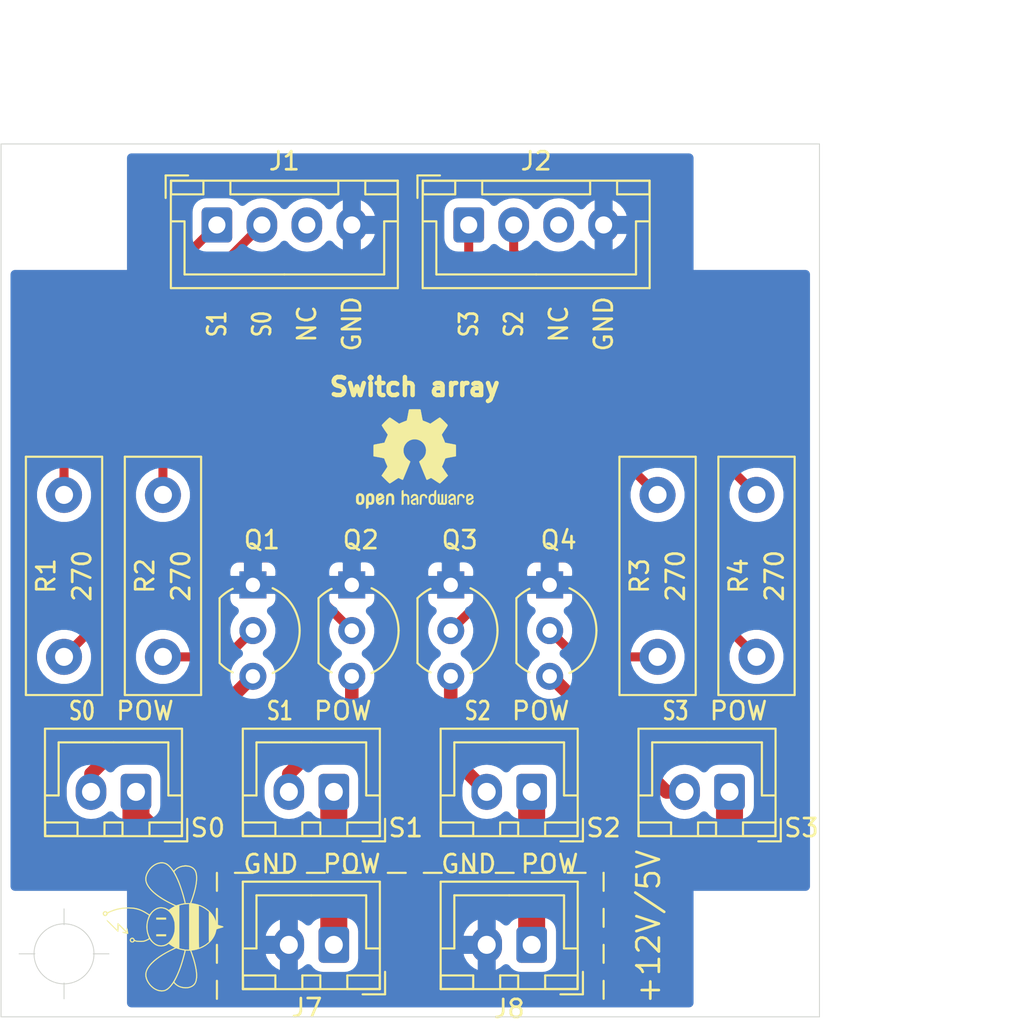
<source format=kicad_pcb>
(kicad_pcb (version 20171130) (host pcbnew "(5.1.7)-1")

  (general
    (thickness 1.6)
    (drawings 54)
    (tracks 50)
    (zones 0)
    (modules 22)
    (nets 17)
  )

  (page A4)
  (layers
    (0 F.Cu signal)
    (31 B.Cu signal)
    (32 B.Adhes user)
    (33 F.Adhes user)
    (34 B.Paste user)
    (35 F.Paste user)
    (36 B.SilkS user)
    (37 F.SilkS user)
    (38 B.Mask user)
    (39 F.Mask user)
    (40 Dwgs.User user)
    (41 Cmts.User user)
    (42 Eco1.User user)
    (43 Eco2.User user)
    (44 Edge.Cuts user)
    (45 Margin user)
    (46 B.CrtYd user)
    (47 F.CrtYd user)
    (48 B.Fab user)
    (49 F.Fab user hide)
  )

  (setup
    (last_trace_width 0.25)
    (user_trace_width 0.5)
    (user_trace_width 1)
    (trace_clearance 0.2)
    (zone_clearance 0.5)
    (zone_45_only no)
    (trace_min 0.2)
    (via_size 0.8)
    (via_drill 0.4)
    (via_min_size 0.4)
    (via_min_drill 0.3)
    (uvia_size 0.3)
    (uvia_drill 0.1)
    (uvias_allowed no)
    (uvia_min_size 0.2)
    (uvia_min_drill 0.1)
    (edge_width 0.05)
    (segment_width 0.2)
    (pcb_text_width 0.3)
    (pcb_text_size 1.5 1.5)
    (mod_edge_width 0.12)
    (mod_text_size 1 1)
    (mod_text_width 0.15)
    (pad_size 1.7 2)
    (pad_drill 1)
    (pad_to_mask_clearance 0)
    (aux_axis_origin 127.5 78.5)
    (visible_elements 7FFFFF7F)
    (pcbplotparams
      (layerselection 0x3ffff_ffffffff)
      (usegerberextensions false)
      (usegerberattributes false)
      (usegerberadvancedattributes false)
      (creategerberjobfile false)
      (excludeedgelayer true)
      (linewidth 0.100000)
      (plotframeref false)
      (viasonmask false)
      (mode 1)
      (useauxorigin false)
      (hpglpennumber 1)
      (hpglpenspeed 20)
      (hpglpendiameter 15.000000)
      (psnegative false)
      (psa4output false)
      (plotreference true)
      (plotvalue true)
      (plotinvisibletext false)
      (padsonsilk false)
      (subtractmaskfromsilk false)
      (outputformat 1)
      (mirror false)
      (drillshape 0)
      (scaleselection 1)
      (outputdirectory "gerber/"))
  )

  (net 0 "")
  (net 1 GND)
  (net 2 "Net-(Q1-Pad2)")
  (net 3 "Net-(Q2-Pad2)")
  (net 4 "Net-(Q3-Pad2)")
  (net 5 "Net-(Q4-Pad2)")
  (net 6 "Net-(J3-Pad2)")
  (net 7 +12V)
  (net 8 "Net-(J4-Pad2)")
  (net 9 "Net-(J5-Pad2)")
  (net 10 "Net-(J6-Pad2)")
  (net 11 OUT_1)
  (net 12 OUT_2)
  (net 13 OUT_3)
  (net 14 OUT_0)
  (net 15 "Net-(J2-Pad3)")
  (net 16 "Net-(J1-Pad3)")

  (net_class Default "This is the default net class."
    (clearance 0.2)
    (trace_width 0.25)
    (via_dia 0.8)
    (via_drill 0.4)
    (uvia_dia 0.3)
    (uvia_drill 0.1)
    (add_net +12V)
    (add_net GND)
    (add_net "Net-(J1-Pad3)")
    (add_net "Net-(J2-Pad3)")
    (add_net "Net-(J3-Pad2)")
    (add_net "Net-(J4-Pad2)")
    (add_net "Net-(J5-Pad2)")
    (add_net "Net-(J6-Pad2)")
    (add_net "Net-(Q1-Pad2)")
    (add_net "Net-(Q2-Pad2)")
    (add_net "Net-(Q3-Pad2)")
    (add_net "Net-(Q4-Pad2)")
    (add_net OUT_0)
    (add_net OUT_1)
    (add_net OUT_2)
    (add_net OUT_3)
  )

  (module Connector_JST:JST_XH_B2B-XH-A_1x02_P2.50mm_Vertical (layer F.Cu) (tedit 5C28146C) (tstamp 5FD24BBE)
    (at 153.5 78 180)
    (descr "JST XH series connector, B2B-XH-A (http://www.jst-mfg.com/product/pdf/eng/eXH.pdf), generated with kicad-footprint-generator")
    (tags "connector JST XH vertical")
    (path /5FD25C64)
    (fp_text reference J8 (at 1.25 -3.55) (layer F.SilkS)
      (effects (font (size 1 1) (thickness 0.15)))
    )
    (fp_text value Conn_01x02 (at 1.25 4.6) (layer F.Fab)
      (effects (font (size 1 1) (thickness 0.15)))
    )
    (fp_line (start -2.45 -2.35) (end -2.45 3.4) (layer F.Fab) (width 0.1))
    (fp_line (start -2.45 3.4) (end 4.95 3.4) (layer F.Fab) (width 0.1))
    (fp_line (start 4.95 3.4) (end 4.95 -2.35) (layer F.Fab) (width 0.1))
    (fp_line (start 4.95 -2.35) (end -2.45 -2.35) (layer F.Fab) (width 0.1))
    (fp_line (start -2.56 -2.46) (end -2.56 3.51) (layer F.SilkS) (width 0.12))
    (fp_line (start -2.56 3.51) (end 5.06 3.51) (layer F.SilkS) (width 0.12))
    (fp_line (start 5.06 3.51) (end 5.06 -2.46) (layer F.SilkS) (width 0.12))
    (fp_line (start 5.06 -2.46) (end -2.56 -2.46) (layer F.SilkS) (width 0.12))
    (fp_line (start -2.95 -2.85) (end -2.95 3.9) (layer F.CrtYd) (width 0.05))
    (fp_line (start -2.95 3.9) (end 5.45 3.9) (layer F.CrtYd) (width 0.05))
    (fp_line (start 5.45 3.9) (end 5.45 -2.85) (layer F.CrtYd) (width 0.05))
    (fp_line (start 5.45 -2.85) (end -2.95 -2.85) (layer F.CrtYd) (width 0.05))
    (fp_line (start -0.625 -2.35) (end 0 -1.35) (layer F.Fab) (width 0.1))
    (fp_line (start 0 -1.35) (end 0.625 -2.35) (layer F.Fab) (width 0.1))
    (fp_line (start 0.75 -2.45) (end 0.75 -1.7) (layer F.SilkS) (width 0.12))
    (fp_line (start 0.75 -1.7) (end 1.75 -1.7) (layer F.SilkS) (width 0.12))
    (fp_line (start 1.75 -1.7) (end 1.75 -2.45) (layer F.SilkS) (width 0.12))
    (fp_line (start 1.75 -2.45) (end 0.75 -2.45) (layer F.SilkS) (width 0.12))
    (fp_line (start -2.55 -2.45) (end -2.55 -1.7) (layer F.SilkS) (width 0.12))
    (fp_line (start -2.55 -1.7) (end -0.75 -1.7) (layer F.SilkS) (width 0.12))
    (fp_line (start -0.75 -1.7) (end -0.75 -2.45) (layer F.SilkS) (width 0.12))
    (fp_line (start -0.75 -2.45) (end -2.55 -2.45) (layer F.SilkS) (width 0.12))
    (fp_line (start 3.25 -2.45) (end 3.25 -1.7) (layer F.SilkS) (width 0.12))
    (fp_line (start 3.25 -1.7) (end 5.05 -1.7) (layer F.SilkS) (width 0.12))
    (fp_line (start 5.05 -1.7) (end 5.05 -2.45) (layer F.SilkS) (width 0.12))
    (fp_line (start 5.05 -2.45) (end 3.25 -2.45) (layer F.SilkS) (width 0.12))
    (fp_line (start -2.55 -0.2) (end -1.8 -0.2) (layer F.SilkS) (width 0.12))
    (fp_line (start -1.8 -0.2) (end -1.8 2.75) (layer F.SilkS) (width 0.12))
    (fp_line (start -1.8 2.75) (end 1.25 2.75) (layer F.SilkS) (width 0.12))
    (fp_line (start 5.05 -0.2) (end 4.3 -0.2) (layer F.SilkS) (width 0.12))
    (fp_line (start 4.3 -0.2) (end 4.3 2.75) (layer F.SilkS) (width 0.12))
    (fp_line (start 4.3 2.75) (end 1.25 2.75) (layer F.SilkS) (width 0.12))
    (fp_line (start -1.6 -2.75) (end -2.85 -2.75) (layer F.SilkS) (width 0.12))
    (fp_line (start -2.85 -2.75) (end -2.85 -1.5) (layer F.SilkS) (width 0.12))
    (fp_text user %R (at 1.25 2.7) (layer F.Fab)
      (effects (font (size 1 1) (thickness 0.15)))
    )
    (pad 2 thru_hole oval (at 2.5 0 180) (size 1.7 2) (drill 1) (layers *.Cu *.Mask)
      (net 1 GND))
    (pad 1 thru_hole roundrect (at 0 0 180) (size 1.7 2) (drill 1) (layers *.Cu *.Mask) (roundrect_rratio 0.1470588235294118)
      (net 7 +12V))
    (model ${KISYS3DMOD}/Connector_JST.3dshapes/JST_XH_B2B-XH-A_1x02_P2.50mm_Vertical.wrl
      (at (xyz 0 0 0))
      (scale (xyz 1 1 1))
      (rotate (xyz 0 0 0))
    )
  )

  (module Connector_JST:JST_XH_B2B-XH-A_1x02_P2.50mm_Vertical (layer F.Cu) (tedit 5C28146C) (tstamp 5E237FFB)
    (at 164.5 69.5 180)
    (descr "JST XH series connector, B2B-XH-A (http://www.jst-mfg.com/product/pdf/eng/eXH.pdf), generated with kicad-footprint-generator")
    (tags "connector JST XH vertical")
    (path /5E2882ED)
    (fp_text reference J6 (at -1.5 -1.5) (layer F.Fab)
      (effects (font (size 1 1) (thickness 0.15)))
    )
    (fp_text value Conn_01x02 (at 1.25 4.6) (layer F.Fab) hide
      (effects (font (size 1 1) (thickness 0.15)))
    )
    (fp_line (start -2.45 -2.35) (end -2.45 3.4) (layer F.Fab) (width 0.1))
    (fp_line (start -2.45 3.4) (end 4.95 3.4) (layer F.Fab) (width 0.1))
    (fp_line (start 4.95 3.4) (end 4.95 -2.35) (layer F.Fab) (width 0.1))
    (fp_line (start 4.95 -2.35) (end -2.45 -2.35) (layer F.Fab) (width 0.1))
    (fp_line (start -2.56 -2.46) (end -2.56 3.51) (layer F.SilkS) (width 0.12))
    (fp_line (start -2.56 3.51) (end 5.06 3.51) (layer F.SilkS) (width 0.12))
    (fp_line (start 5.06 3.51) (end 5.06 -2.46) (layer F.SilkS) (width 0.12))
    (fp_line (start 5.06 -2.46) (end -2.56 -2.46) (layer F.SilkS) (width 0.12))
    (fp_line (start -2.95 -2.85) (end -2.95 3.9) (layer F.CrtYd) (width 0.05))
    (fp_line (start -2.95 3.9) (end 5.45 3.9) (layer F.CrtYd) (width 0.05))
    (fp_line (start 5.45 3.9) (end 5.45 -2.85) (layer F.CrtYd) (width 0.05))
    (fp_line (start 5.45 -2.85) (end -2.95 -2.85) (layer F.CrtYd) (width 0.05))
    (fp_line (start -0.625 -2.35) (end 0 -1.35) (layer F.Fab) (width 0.1))
    (fp_line (start 0 -1.35) (end 0.625 -2.35) (layer F.Fab) (width 0.1))
    (fp_line (start 0.75 -2.45) (end 0.75 -1.7) (layer F.SilkS) (width 0.12))
    (fp_line (start 0.75 -1.7) (end 1.75 -1.7) (layer F.SilkS) (width 0.12))
    (fp_line (start 1.75 -1.7) (end 1.75 -2.45) (layer F.SilkS) (width 0.12))
    (fp_line (start 1.75 -2.45) (end 0.75 -2.45) (layer F.SilkS) (width 0.12))
    (fp_line (start -2.55 -2.45) (end -2.55 -1.7) (layer F.SilkS) (width 0.12))
    (fp_line (start -2.55 -1.7) (end -0.75 -1.7) (layer F.SilkS) (width 0.12))
    (fp_line (start -0.75 -1.7) (end -0.75 -2.45) (layer F.SilkS) (width 0.12))
    (fp_line (start -0.75 -2.45) (end -2.55 -2.45) (layer F.SilkS) (width 0.12))
    (fp_line (start 3.25 -2.45) (end 3.25 -1.7) (layer F.SilkS) (width 0.12))
    (fp_line (start 3.25 -1.7) (end 5.05 -1.7) (layer F.SilkS) (width 0.12))
    (fp_line (start 5.05 -1.7) (end 5.05 -2.45) (layer F.SilkS) (width 0.12))
    (fp_line (start 5.05 -2.45) (end 3.25 -2.45) (layer F.SilkS) (width 0.12))
    (fp_line (start -2.55 -0.2) (end -1.8 -0.2) (layer F.SilkS) (width 0.12))
    (fp_line (start -1.8 -0.2) (end -1.8 2.75) (layer F.SilkS) (width 0.12))
    (fp_line (start -1.8 2.75) (end 1.25 2.75) (layer F.SilkS) (width 0.12))
    (fp_line (start 5.05 -0.2) (end 4.3 -0.2) (layer F.SilkS) (width 0.12))
    (fp_line (start 4.3 -0.2) (end 4.3 2.75) (layer F.SilkS) (width 0.12))
    (fp_line (start 4.3 2.75) (end 1.25 2.75) (layer F.SilkS) (width 0.12))
    (fp_line (start -1.6 -2.75) (end -2.85 -2.75) (layer F.SilkS) (width 0.12))
    (fp_line (start -2.85 -2.75) (end -2.85 -1.5) (layer F.SilkS) (width 0.12))
    (fp_text user %R (at 1.25 2) (layer F.Fab)
      (effects (font (size 1 1) (thickness 0.15)))
    )
    (pad 1 thru_hole roundrect (at 0 0 180) (size 1.7 2) (drill 1) (layers *.Cu *.Mask) (roundrect_rratio 0.1470588235294118)
      (net 7 +12V))
    (pad 2 thru_hole oval (at 2.5 0 180) (size 1.7 2) (drill 1) (layers *.Cu *.Mask)
      (net 10 "Net-(J6-Pad2)"))
    (model ${KISYS3DMOD}/Connector_JST.3dshapes/JST_XH_B2B-XH-A_1x02_P2.50mm_Vertical.wrl
      (at (xyz 0 0 0))
      (scale (xyz 1 1 1))
      (rotate (xyz 0 0 0))
    )
  )

  (module logo-beehive:logo-beehive-7_2х6_7mm (layer F.Cu) (tedit 0) (tstamp 5F35BC38)
    (at 133 77 90)
    (fp_text reference G*** (at 0 0 90) (layer F.SilkS) hide
      (effects (font (size 1.524 1.524) (thickness 0.3)))
    )
    (fp_text value LOGO (at 0.75 0 90) (layer F.SilkS) hide
      (effects (font (size 1.524 1.524) (thickness 0.3)))
    )
    (fp_poly (pts (xy 0.781124 -3.338272) (xy 0.820066 -3.312623) (xy 0.850866 -3.27735) (xy 0.862381 -3.253557)
      (xy 0.869381 -3.203831) (xy 0.86004 -3.155836) (xy 0.836291 -3.117453) (xy 0.826963 -3.109228)
      (xy 0.800557 -3.08931) (xy 0.860848 -2.961859) (xy 0.942059 -2.765907) (xy 1.003933 -2.561687)
      (xy 1.0468 -2.347606) (xy 1.070993 -2.122074) (xy 1.077124 -1.922318) (xy 1.073712 -1.775328)
      (xy 1.063437 -1.645173) (xy 1.045563 -1.526426) (xy 1.019354 -1.413658) (xy 0.998815 -1.345045)
      (xy 0.968368 -1.263013) (xy 0.926952 -1.169003) (xy 0.877686 -1.069335) (xy 0.823684 -0.970328)
      (xy 0.770857 -0.882677) (xy 0.741321 -0.836271) (xy 0.716056 -0.796521) (xy 0.69781 -0.767754)
      (xy 0.689434 -0.754466) (xy 0.694321 -0.742271) (xy 0.714538 -0.722105) (xy 0.745386 -0.698528)
      (xy 0.810309 -0.647155) (xy 0.876016 -0.583521) (xy 0.937047 -0.513779) (xy 0.987937 -0.444085)
      (xy 1.018545 -0.390721) (xy 1.053095 -0.310872) (xy 1.074433 -0.238095) (xy 1.084874 -0.162371)
      (xy 1.086945 -0.094934) (xy 1.076086 0.020467) (xy 1.045188 0.132328) (xy 0.995987 0.235343)
      (xy 0.96275 0.284984) (xy 0.935175 0.321741) (xy 0.996225 0.402894) (xy 1.032255 0.454242)
      (xy 1.070613 0.514339) (xy 1.103634 0.571117) (xy 1.10681 0.577014) (xy 1.156345 0.669982)
      (xy 1.269255 0.441786) (xy 1.379742 0.226784) (xy 1.488243 0.032834) (xy 1.595982 -0.141879)
      (xy 1.704185 -0.29917) (xy 1.814075 -0.440853) (xy 1.926878 -0.568743) (xy 2.004467 -0.647395)
      (xy 2.12895 -0.758498) (xy 2.2502 -0.847038) (xy 2.36916 -0.913164) (xy 2.48677 -0.957023)
      (xy 2.603972 -0.978764) (xy 2.721707 -0.978534) (xy 2.840917 -0.956481) (xy 2.962542 -0.912754)
      (xy 3.087524 -0.847501) (xy 3.125835 -0.823735) (xy 3.238046 -0.741435) (xy 3.336093 -0.648795)
      (xy 3.419199 -0.547932) (xy 3.486591 -0.440965) (xy 3.537492 -0.33001) (xy 3.571127 -0.217185)
      (xy 3.586721 -0.104607) (xy 3.583499 0.005605) (xy 3.560685 0.111335) (xy 3.517504 0.210464)
      (xy 3.509522 0.224138) (xy 3.467783 0.282863) (xy 3.410567 0.348425) (xy 3.342435 0.416194)
      (xy 3.267951 0.481537) (xy 3.215409 0.522663) (xy 3.176019 0.551978) (xy 3.144162 0.575822)
      (xy 3.123999 0.591072) (xy 3.119139 0.594895) (xy 3.125036 0.603996) (xy 3.144107 0.625315)
      (xy 3.172877 0.655066) (xy 3.189509 0.671619) (xy 3.25791 0.75317) (xy 3.316458 0.851565)
      (xy 3.363304 0.961991) (xy 3.396598 1.079634) (xy 3.414493 1.199678) (xy 3.417102 1.264228)
      (xy 3.40813 1.381577) (xy 3.38235 1.49233) (xy 3.34125 1.593721) (xy 3.286317 1.682986)
      (xy 3.219038 1.75736) (xy 3.140903 1.814077) (xy 3.113719 1.828107) (xy 3.009087 1.865839)
      (xy 2.886866 1.889603) (xy 2.747784 1.899491) (xy 2.592566 1.895596) (xy 2.42194 1.878011)
      (xy 2.236633 1.846829) (xy 2.037372 1.802142) (xy 1.824883 1.744044) (xy 1.599893 1.672626)
      (xy 1.430663 1.613046) (xy 1.320008 1.572564) (xy 1.295866 1.718578) (xy 1.25303 1.913354)
      (xy 1.190764 2.095947) (xy 1.10864 2.267293) (xy 1.006231 2.428329) (xy 0.923258 2.534228)
      (xy 0.814822 2.647279) (xy 0.693857 2.746765) (xy 0.563822 2.830581) (xy 0.428175 2.896622)
      (xy 0.290374 2.942784) (xy 0.229531 2.956334) (xy 0.189546 2.963931) (xy 0.158226 2.970106)
      (xy 0.143514 2.973255) (xy 0.135688 2.984969) (xy 0.123584 3.014497) (xy 0.108873 3.057339)
      (xy 0.093667 3.107452) (xy 0.076809 3.166365) (xy 0.060376 3.223781) (xy 0.0465 3.272257)
      (xy 0.038811 3.299114) (xy 0.025628 3.336932) (xy 0.012258 3.355729) (xy 0 3.359728)
      (xy -0.015288 3.353083) (xy -0.028404 3.330514) (xy -0.038811 3.299114) (xy -0.049206 3.262807)
      (xy -0.063822 3.211743) (xy -0.080529 3.153364) (xy -0.093667 3.107452) (xy -0.109311 3.055982)
      (xy -0.123971 3.013455) (xy -0.135977 2.984371) (xy -0.143515 2.973255) (xy -0.160656 2.969615)
      (xy -0.19313 2.96324) (xy -0.229531 2.956334) (xy -0.367186 2.919651) (xy -0.504219 2.862154)
      (xy -0.637175 2.785947) (xy -0.762596 2.693133) (xy -0.877026 2.585815) (xy -0.923269 2.534228)
      (xy -1.03903 2.38033) (xy -1.135257 2.214564) (xy -1.212083 2.036622) (xy -1.219586 2.011796)
      (xy -1.165985 2.011796) (xy -1.160628 2.030696) (xy -1.146181 2.0653) (xy -1.124874 2.111187)
      (xy -1.098933 2.163934) (xy -1.070588 2.219118) (xy -1.042066 2.272316) (xy -1.015595 2.319106)
      (xy -0.993403 2.355066) (xy -0.991985 2.357185) (xy -0.958579 2.404438) (xy -0.920872 2.454363)
      (xy -0.891354 2.490932) (xy -0.840013 2.551546) (xy 0.841033 2.551546) (xy 0.892441 2.490932)
      (xy 0.93843 2.432196) (xy 0.986502 2.362985) (xy 1.033888 2.288071) (xy 1.077819 2.212231)
      (xy 1.115523 2.140238) (xy 1.144233 2.076867) (xy 1.160841 2.028255) (xy 1.168594 1.997364)
      (xy 0.001251 1.997364) (xy -0.195644 1.997416) (xy -0.37057 1.997583) (xy -0.524648 1.997878)
      (xy -0.659 1.998316) (xy -0.774746 1.998909) (xy -0.873009 1.999671) (xy -0.95491 2.000618)
      (xy -1.02157 2.001762) (xy -1.074111 2.003117) (xy -1.113653 2.004698) (xy -1.141319 2.006517)
      (xy -1.158229 2.00859) (xy -1.165506 2.01093) (xy -1.165985 2.011796) (xy -1.219586 2.011796)
      (xy -1.26964 1.846195) (xy -1.308059 1.642973) (xy -1.310363 1.625739) (xy -1.317382 1.571614)
      (xy -1.42935 1.612882) (xy -1.629865 1.683029) (xy -1.825759 1.744185) (xy -2.015 1.795944)
      (xy -2.195555 1.837898) (xy -2.365393 1.869639) (xy -2.522479 1.89076) (xy -2.664783 1.900853)
      (xy -2.790271 1.899511) (xy -2.838314 1.895344) (xy -2.96209 1.875638) (xy -3.066609 1.846125)
      (xy -3.154103 1.80545) (xy -3.226803 1.752259) (xy -3.286941 1.685198) (xy -3.336747 1.602914)
      (xy -3.343746 1.588582) (xy -3.385695 1.481123) (xy -3.408942 1.37211) (xy -3.411475 1.320836)
      (xy -3.357374 1.320836) (xy -3.349051 1.403928) (xy -3.330314 1.480954) (xy -3.299783 1.559775)
      (xy -3.296364 1.567326) (xy -3.25627 1.634464) (xy -3.201534 1.697768) (xy -3.138721 1.750591)
      (xy -3.084262 1.782114) (xy -2.99339 1.813382) (xy -2.884978 1.834294) (xy -2.762244 1.844603)
      (xy -2.628408 1.844064) (xy -2.486691 1.83243) (xy -2.463978 1.829585) (xy -2.25216 1.794568)
      (xy -2.026325 1.743379) (xy -1.788428 1.676523) (xy -1.540425 1.594501) (xy -1.510962 1.583982)
      (xy -1.325191 1.51715) (xy -1.320921 1.390773) (xy -1.27 1.390773) (xy -1.27 1.454728)
      (xy 1.273528 1.454728) (xy 1.266408 1.330287) (xy 1.260547 1.26306) (xy 1.316252 1.26306)
      (xy 1.321954 1.512174) (xy 1.368136 1.530811) (xy 1.439484 1.558222) (xy 1.526724 1.589564)
      (xy 1.623473 1.622685) (xy 1.72335 1.655429) (xy 1.819972 1.685644) (xy 1.878735 1.703118)
      (xy 2.093291 1.760255) (xy 2.292609 1.802908) (xy 2.476182 1.831017) (xy 2.6435 1.844517)
      (xy 2.794056 1.843349) (xy 2.91629 1.829447) (xy 3.012927 1.807479) (xy 3.091872 1.777436)
      (xy 3.157765 1.737114) (xy 3.209942 1.690006) (xy 3.274118 1.607281) (xy 3.319819 1.513726)
      (xy 3.347495 1.407928) (xy 3.357597 1.28847) (xy 3.356526 1.229811) (xy 3.340665 1.088035)
      (xy 3.306955 0.96039) (xy 3.255506 0.847166) (xy 3.186427 0.748656) (xy 3.170098 0.730306)
      (xy 3.127268 0.685713) (xy 3.094795 0.657447) (xy 3.0686 0.643813) (xy 3.044605 0.643112)
      (xy 3.018734 0.65365) (xy 3.005226 0.661713) (xy 2.958944 0.688662) (xy 2.89593 0.722084)
      (xy 2.820825 0.759719) (xy 2.738272 0.799303) (xy 2.652912 0.838574) (xy 2.569387 0.875271)
      (xy 2.550619 0.883239) (xy 2.457139 0.920633) (xy 2.346529 0.961571) (xy 2.223166 1.004679)
      (xy 2.09143 1.048584) (xy 1.955698 1.091912) (xy 1.820349 1.133289) (xy 1.689763 1.171341)
      (xy 1.568317 1.204694) (xy 1.46039 1.231975) (xy 1.385859 1.248683) (xy 1.316252 1.26306)
      (xy 1.260547 1.26306) (xy 1.259747 1.253895) (xy 1.248535 1.167625) (xy 1.234147 1.079964)
      (xy 1.217961 0.9994) (xy 1.203276 0.940955) (xy 1.193293 0.906319) (xy -1.194304 0.906319)
      (xy -1.220268 1.010228) (xy -1.23911 1.098477) (xy -1.254501 1.195531) (xy -1.26518 1.29174)
      (xy -1.269885 1.377451) (xy -1.27 1.390773) (xy -1.320921 1.390773) (xy -1.316645 1.264228)
      (xy -1.434754 1.236895) (xy -1.501797 1.22041) (xy -1.585737 1.198273) (xy -1.681508 1.171947)
      (xy -1.78404 1.142901) (xy -1.888267 1.112598) (xy -1.989119 1.082507) (xy -2.08153 1.054092)
      (xy -2.160431 1.02882) (xy -2.199409 1.015696) (xy -2.323182 0.971175) (xy -2.448985 0.92273)
      (xy -2.572984 0.872035) (xy -2.691345 0.820767) (xy -2.800235 0.770601) (xy -2.89582 0.723212)
      (xy -2.974265 0.680275) (xy -2.993815 0.668554) (xy -3.027147 0.649909) (xy -3.05353 0.642358)
      (xy -3.078126 0.647357) (xy -3.106096 0.666363) (xy -3.142603 0.700832) (xy -3.15587 0.714282)
      (xy -3.232717 0.809128) (xy -3.291358 0.918026) (xy -3.331675 1.040673) (xy -3.353547 1.176766)
      (xy -3.356664 1.223819) (xy -3.357374 1.320836) (xy -3.411475 1.320836) (xy -3.414734 1.254894)
      (xy -3.413307 1.218046) (xy -3.396132 1.080679) (xy -3.361188 0.952052) (xy -3.309573 0.83484)
      (xy -3.242385 0.731716) (xy -3.188985 0.671619) (xy -3.1569 0.639059) (xy -3.132792 0.613101)
      (xy -3.120127 0.597552) (xy -3.119139 0.594895) (xy -3.1295 0.586909) (xy -3.154289 0.568322)
      (xy -3.189354 0.542238) (xy -3.216089 0.522438) (xy -3.292731 0.461203) (xy -3.366118 0.3941)
      (xy -3.431605 0.325854) (xy -3.484547 0.261184) (xy -3.509522 0.224148) (xy -3.556269 0.125261)
      (xy -3.582294 0.01982) (xy -3.58729 -0.071302) (xy -3.531475 -0.071302) (xy -3.530831 -0.039606)
      (xy -3.527441 0.015291) (xy -3.521365 0.056568) (xy -3.510236 0.093692) (xy -3.491685 0.136134)
      (xy -3.481814 0.156403) (xy -3.425027 0.248295) (xy -3.345829 0.340169) (xy -3.244895 0.431635)
      (xy -3.122901 0.522299) (xy -2.980524 0.611771) (xy -2.81844 0.699659) (xy -2.637324 0.785571)
      (xy -2.437852 0.869116) (xy -2.220702 0.949901) (xy -1.986548 1.027535) (xy -1.9685 1.033164)
      (xy -1.899652 1.053987) (xy -1.823419 1.076095) (xy -1.742903 1.098684) (xy -1.661204 1.120951)
      (xy -1.581421 1.142094) (xy -1.506657 1.161309) (xy -1.440011 1.177795) (xy -1.384584 1.190747)
      (xy -1.343476 1.199364) (xy -1.319788 1.202841) (xy -1.315331 1.202301) (xy -1.310525 1.18843)
      (xy -1.303023 1.157156) (xy -1.294048 1.113834) (xy -1.288644 1.085273) (xy -1.275538 1.023924)
      (xy -1.257466 0.952675) (xy -1.237498 0.883276) (xy -1.228744 0.855882) (xy -1.188907 0.736173)
      (xy -1.190922 0.731736) (xy 1.187715 0.731736) (xy 1.224028 0.841244) (xy 1.24494 0.908541)
      (xy 1.264527 0.979266) (xy 1.281511 1.04802) (xy 1.294618 1.109401) (xy 1.302571 1.158011)
      (xy 1.304386 1.181301) (xy 1.307638 1.204155) (xy 1.31928 1.209081) (xy 1.324841 1.207791)
      (xy 1.342821 1.202968) (xy 1.378686 1.193763) (xy 1.427904 1.181327) (xy 1.485942 1.166807)
      (xy 1.512454 1.160216) (xy 1.7631 1.094106) (xy 2.000962 1.023487) (xy 2.225116 0.948828)
      (xy 2.434641 0.870599) (xy 2.628614 0.789271) (xy 2.806113 0.705311) (xy 2.966216 0.61919)
      (xy 3.108001 0.531377) (xy 3.230545 0.442341) (xy 3.332927 0.352553) (xy 3.414223 0.262482)
      (xy 3.473511 0.172596) (xy 3.480994 0.15806) (xy 3.502829 0.111304) (xy 3.516532 0.072763)
      (xy 3.524475 0.033013) (xy 3.529027 -0.017368) (xy 3.530161 -0.037404) (xy 3.525184 -0.160604)
      (xy 3.497675 -0.281907) (xy 3.448182 -0.400087) (xy 3.377254 -0.513921) (xy 3.285439 -0.622184)
      (xy 3.25425 -0.653064) (xy 3.14536 -0.74489) (xy 3.031263 -0.818683) (xy 2.914113 -0.873715)
      (xy 2.796064 -0.909257) (xy 2.679268 -0.924579) (xy 2.565881 -0.918952) (xy 2.505364 -0.906562)
      (xy 2.39331 -0.865968) (xy 2.278736 -0.803154) (xy 2.162206 -0.718784) (xy 2.044283 -0.613524)
      (xy 1.925533 -0.488036) (xy 1.80652 -0.342986) (xy 1.687807 -0.179037) (xy 1.56996 0.003146)
      (xy 1.453542 0.202899) (xy 1.339118 0.419558) (xy 1.284575 0.530391) (xy 1.187715 0.731736)
      (xy -1.190922 0.731736) (xy -1.242049 0.6192) (xy -1.344968 0.403905) (xy -1.452176 0.201117)
      (xy -1.562851 0.011828) (xy -1.676172 -0.16297) (xy -1.791318 -0.322286) (xy -1.907468 -0.465127)
      (xy -2.0238 -0.590502) (xy -2.139494 -0.697418) (xy -2.253727 -0.784885) (xy -2.36568 -0.851909)
      (xy -2.47453 -0.8975) (xy -2.505364 -0.906562) (xy -2.615938 -0.924099) (xy -2.731113 -0.920284)
      (xy -2.848734 -0.895846) (xy -2.966648 -0.851514) (xy -3.082701 -0.788017) (xy -3.19474 -0.706084)
      (xy -3.25425 -0.653064) (xy -3.352283 -0.546482) (xy -3.429568 -0.433803) (xy -3.485559 -0.316239)
      (xy -3.51971 -0.195001) (xy -3.531475 -0.071302) (xy -3.58729 -0.071302) (xy -3.588325 -0.090174)
      (xy -3.575091 -0.202723) (xy -3.543319 -0.315828) (xy -3.493736 -0.427488) (xy -3.427071 -0.535706)
      (xy -3.344052 -0.638481) (xy -3.245405 -0.733815) (xy -3.131858 -0.819709) (xy -3.128818 -0.821729)
      (xy -3.003531 -0.894559) (xy -2.880454 -0.945281) (xy -2.758981 -0.973797) (xy -2.638509 -0.980009)
      (xy -2.518432 -0.96382) (xy -2.398146 -0.925131) (xy -2.277046 -0.863845) (xy -2.154528 -0.779862)
      (xy -2.029987 -0.673087) (xy -1.993285 -0.637726) (xy -1.876664 -0.514496) (xy -1.76359 -0.378067)
      (xy -1.652878 -0.226667) (xy -1.543339 -0.058527) (xy -1.433786 0.128125) (xy -1.323032 0.335058)
      (xy -1.269145 0.442009) (xy -1.156125 0.670426) (xy -1.109291 0.580554) (xy -1.078495 0.526225)
      (xy -1.040587 0.466059) (xy -1.003155 0.412031) (xy -0.998816 0.406212) (xy -0.935175 0.321741)
      (xy -0.962751 0.284984) (xy -1.021033 0.188878) (xy -1.061938 0.08109) (xy -1.083733 -0.033077)
      (xy -1.086945 -0.094934) (xy -1.086541 -0.104581) (xy -1.03596 -0.104581) (xy -1.026154 0.004092)
      (xy -0.995446 0.109498) (xy -0.944929 0.210166) (xy -0.875696 0.304621) (xy -0.78884 0.391391)
      (xy -0.685456 0.469002) (xy -0.566635 0.535983) (xy -0.433472 0.590859) (xy -0.423003 0.594423)
      (xy -0.343148 0.618909) (xy -0.268002 0.636303) (xy -0.191285 0.647415) (xy -0.10671 0.653053)
      (xy -0.007997 0.654028) (xy 0.034636 0.653341) (xy 0.112848 0.651127) (xy 0.17405 0.647841)
      (xy 0.224321 0.642791) (xy 0.269739 0.635286) (xy 0.316383 0.624634) (xy 0.339248 0.618667)
      (xy 0.48028 0.572409) (xy 0.60799 0.513494) (xy 0.721255 0.443288) (xy 0.818952 0.363159)
      (xy 0.89996 0.274475) (xy 0.963155 0.178601) (xy 1.007416 0.076906) (xy 1.031619 -0.029243)
      (xy 1.034643 -0.13848) (xy 1.02377 -0.215046) (xy 0.988557 -0.32622) (xy 0.932382 -0.430687)
      (xy 0.856726 -0.527164) (xy 0.763074 -0.614365) (xy 0.652907 -0.691003) (xy 0.527709 -0.755794)
      (xy 0.388962 -0.807452) (xy 0.317435 -0.827343) (xy 0.265651 -0.839627) (xy 0.220998 -0.848283)
      (xy 0.17729 -0.853929) (xy 0.128345 -0.85718) (xy 0.067978 -0.858652) (xy 0 -0.858965)
      (xy -0.075828 -0.858546) (xy -0.134778 -0.856879) (xy -0.183055 -0.853351) (xy -0.226862 -0.847346)
      (xy -0.272404 -0.838251) (xy -0.3175 -0.827536) (xy -0.462194 -0.78292) (xy -0.594078 -0.724467)
      (xy -0.711668 -0.653466) (xy -0.813482 -0.571202) (xy -0.898035 -0.478962) (xy -0.963844 -0.378032)
      (xy -1.009426 -0.269698) (xy -1.02377 -0.215046) (xy -1.03596 -0.104581) (xy -1.086541 -0.104581)
      (xy -1.083385 -0.179891) (xy -1.070732 -0.2541) (xy -1.046671 -0.327578) (xy -1.018545 -0.390721)
      (xy -0.980207 -0.455708) (xy -0.927199 -0.525847) (xy -0.864982 -0.594984) (xy -0.799018 -0.656964)
      (xy -0.745379 -0.698532) (xy -0.681877 -0.742268) (xy -0.711307 -0.789657) (xy -0.775382 -0.91204)
      (xy -0.815808 -1.027545) (xy -0.827612 -1.090213) (xy -0.834802 -1.168285) (xy -0.837383 -1.254538)
      (xy -0.835358 -1.341751) (xy -0.828733 -1.422702) (xy -0.81751 -1.490171) (xy -0.815547 -1.498229)
      (xy -0.794048 -1.58214) (xy -0.823808 -1.60555) (xy -0.855103 -1.643446) (xy -0.868873 -1.689922)
      (xy -0.86773 -1.706645) (xy -0.819727 -1.706645) (xy -0.810207 -1.679885) (xy -0.786971 -1.652868)
      (xy -0.758005 -1.63322) (xy -0.737292 -1.627909) (xy -0.710612 -1.635591) (xy -0.684812 -1.653012)
      (xy -0.663044 -1.686513) (xy -0.659999 -1.722991) (xy -0.673306 -1.756371) (xy -0.700596 -1.780577)
      (xy -0.738071 -1.789545) (xy -0.771185 -1.779412) (xy -0.800241 -1.754129) (xy -0.817681 -1.721369)
      (xy -0.819727 -1.706645) (xy -0.86773 -1.706645) (xy -0.865518 -1.739005) (xy -0.845439 -1.784719)
      (xy -0.809361 -1.820873) (xy -0.764231 -1.842776) (xy -0.71985 -1.844407) (xy -0.67516 -1.829062)
      (xy -0.639173 -1.800811) (xy -0.612432 -1.758947) (xy -0.600564 -1.712661) (xy -0.600407 -1.706982)
      (xy -0.610708 -1.664952) (xy -0.637735 -1.624526) (xy -0.675862 -1.593111) (xy -0.693329 -1.584583)
      (xy -0.721895 -1.570686) (xy -0.739711 -1.55217) (xy -0.753326 -1.521228) (xy -0.757751 -1.507784)
      (xy -0.769308 -1.45586) (xy -0.777432 -1.387829) (xy -0.781948 -1.310446) (xy -0.782678 -1.230465)
      (xy -0.779447 -1.15464) (xy -0.772077 -1.089725) (xy -0.769104 -1.073727) (xy -0.757296 -1.030294)
      (xy -0.73904 -0.97831) (xy -0.716774 -0.923294) (xy -0.692936 -0.870762) (xy -0.669964 -0.826231)
      (xy -0.650298 -0.795219) (xy -0.641975 -0.786089) (xy -0.623931 -0.784078) (xy -0.587414 -0.793208)
      (xy -0.531675 -0.81367) (xy -0.528876 -0.814791) (xy -0.356342 -0.871998) (xy -0.181043 -0.906566)
      (xy -0.004425 -0.918495) (xy 0.172062 -0.907786) (xy 0.346972 -0.87444) (xy 0.518857 -0.818457)
      (xy 0.529286 -0.814279) (xy 0.629227 -0.773804) (xy 0.652693 -0.802464) (xy 0.675511 -0.833998)
      (xy 0.706046 -0.881335) (xy 0.741548 -0.939695) (xy 0.779269 -1.004299) (xy 0.816461 -1.070367)
      (xy 0.850376 -1.133118) (xy 0.878263 -1.187772) (xy 0.894974 -1.223818) (xy 0.952283 -1.384565)
      (xy 0.993139 -1.55845) (xy 1.017692 -1.742563) (xy 1.026091 -1.933994) (xy 1.018488 -2.129834)
      (xy 0.995032 -2.327174) (xy 0.955874 -2.523103) (xy 0.901163 -2.714712) (xy 0.83105 -2.899092)
      (xy 0.805599 -2.955636) (xy 0.782039 -3.005003) (xy 0.764405 -3.037704) (xy 0.749165 -3.058139)
      (xy 0.732786 -3.070709) (xy 0.711739 -3.079812) (xy 0.70366 -3.082636) (xy 0.659252 -3.106825)
      (xy 0.624129 -3.142791) (xy 0.603562 -3.184206) (xy 0.600364 -3.206712) (xy 0.604074 -3.224306)
      (xy 0.659665 -3.224306) (xy 0.662521 -3.188954) (xy 0.683492 -3.15701) (xy 0.688511 -3.152747)
      (xy 0.725237 -3.132232) (xy 0.758193 -3.133638) (xy 0.791365 -3.157134) (xy 0.791388 -3.157157)
      (xy 0.814899 -3.190331) (xy 0.816319 -3.223285) (xy 0.795819 -3.260007) (xy 0.795798 -3.260034)
      (xy 0.76393 -3.285504) (xy 0.738071 -3.290454) (xy 0.699613 -3.281092) (xy 0.672753 -3.257031)
      (xy 0.659665 -3.224306) (xy 0.604074 -3.224306) (xy 0.611034 -3.257305) (xy 0.639695 -3.301015)
      (xy 0.68132 -3.332816) (xy 0.730884 -3.347682) (xy 0.741833 -3.348181) (xy 0.781124 -3.338272)) (layer F.SilkS) (width 0.01))
    (fp_poly (pts (xy 0.373099 -3.122533) (xy 0.369224 -3.109199) (xy 0.354184 -3.086757) (xy 0.327016 -3.054031)
      (xy 0.28676 -3.009848) (xy 0.232455 -2.953033) (xy 0.16314 -2.882413) (xy 0.096827 -2.815781)
      (xy -0.190327 -2.528454) (xy 0.008746 -2.528454) (xy 0.081153 -2.528276) (xy 0.133629 -2.52753)
      (xy 0.169333 -2.525895) (xy 0.191424 -2.523054) (xy 0.203059 -2.518688) (xy 0.207397 -2.512477)
      (xy 0.207818 -2.50835) (xy 0.199922 -2.495335) (xy 0.177598 -2.468358) (xy 0.14289 -2.429638)
      (xy 0.097844 -2.381393) (xy 0.044505 -2.325843) (xy -0.015081 -2.265206) (xy -0.031647 -2.248578)
      (xy -0.107675 -2.171851) (xy -0.167131 -2.110416) (xy -0.21038 -2.063869) (xy -0.237787 -2.031809)
      (xy -0.249716 -2.01383) (xy -0.248124 -2.009314) (xy -0.224942 -2.01189) (xy -0.188032 -2.018168)
      (xy -0.15317 -2.025161) (xy -0.112516 -2.033013) (xy -0.088124 -2.034732) (xy -0.073974 -2.030254)
      (xy -0.067646 -2.024266) (xy -0.060571 -2.01187) (xy -0.063805 -2.001313) (xy -0.079929 -1.991447)
      (xy -0.111523 -1.981122) (xy -0.161166 -1.969192) (xy -0.218458 -1.957139) (xy -0.281228 -1.944397)
      (xy -0.325023 -1.935816) (xy -0.353499 -1.93097) (xy -0.370313 -1.929433) (xy -0.379119 -1.930779)
      (xy -0.383574 -1.934583) (xy -0.385558 -1.937671) (xy -0.386495 -1.953939) (xy -0.382402 -1.986838)
      (xy -0.374463 -2.031182) (xy -0.363866 -2.081789) (xy -0.351794 -2.133474) (xy -0.339436 -2.181054)
      (xy -0.327975 -2.219345) (xy -0.318599 -2.243164) (xy -0.31449 -2.248343) (xy -0.295101 -2.249946)
      (xy -0.285455 -2.234986) (xy -0.285226 -2.201866) (xy -0.294087 -2.148986) (xy -0.294139 -2.148738)
      (xy -0.302673 -2.107185) (xy -0.308924 -2.074871) (xy -0.311687 -2.05806) (xy -0.311727 -2.057342)
      (xy -0.303951 -2.063003) (xy -0.282058 -2.082978) (xy -0.248202 -2.115196) (xy -0.204539 -2.157586)
      (xy -0.153221 -2.208077) (xy -0.103751 -2.257256) (xy 0.104224 -2.464954) (xy -0.083408 -2.470727)
      (xy -0.15498 -2.473257) (xy -0.20655 -2.476017) (xy -0.241206 -2.479383) (xy -0.262038 -2.48373)
      (xy -0.272134 -2.489436) (xy -0.274392 -2.494) (xy -0.267207 -2.50546) (xy -0.245659 -2.530835)
      (xy -0.211923 -2.567927) (xy -0.168174 -2.614538) (xy -0.116585 -2.668467) (xy -0.059333 -2.727516)
      (xy 0.001408 -2.789486) (xy 0.063464 -2.852177) (xy 0.12466 -2.913392) (xy 0.18282 -2.97093)
      (xy 0.235771 -3.022593) (xy 0.281337 -3.066181) (xy 0.317345 -3.099496) (xy 0.341618 -3.120339)
      (xy 0.351193 -3.126571) (xy 0.366768 -3.127932) (xy 0.373099 -3.122533)) (layer F.SilkS) (width 0.01))
    (fp_poly (pts (xy -0.415636 0.173182) (xy -0.519546 0.173182) (xy -0.519546 -0.369454) (xy -0.415636 -0.369454)
      (xy -0.415636 0.173182)) (layer F.SilkS) (width 0.01))
    (fp_poly (pts (xy 0.508 0.173182) (xy 0.404091 0.173182) (xy 0.404091 -0.369454) (xy 0.508 -0.369454)
      (xy 0.508 0.173182)) (layer F.SilkS) (width 0.01))
  )

  (module MountingHole:MountingHole_3.2mm_M3_DIN965 (layer F.Cu) (tedit 56D1B4CB) (tstamp 5E24DAD1)
    (at 166 37 270)
    (descr "Mounting Hole 3.2mm, no annular, M3, DIN965")
    (tags "mounting hole 3.2mm no annular m3 din965")
    (attr virtual)
    (fp_text reference REF** (at 0 -3.8 90) (layer F.SilkS) hide
      (effects (font (size 1 1) (thickness 0.15)))
    )
    (fp_text value MountingHole_3.2mm_M3_DIN965 (at 0 3.8 90) (layer F.Fab) hide
      (effects (font (size 1 1) (thickness 0.15)))
    )
    (fp_circle (center 0 0) (end 2.8 0) (layer Cmts.User) (width 0.15))
    (fp_circle (center 0 0) (end 3.05 0) (layer F.CrtYd) (width 0.05))
    (fp_text user %R (at 0.3 0 90) (layer F.Fab) hide
      (effects (font (size 1 1) (thickness 0.15)))
    )
    (pad 1 np_thru_hole circle (at 0 0 270) (size 3.2 3.2) (drill 3.2) (layers *.Cu *.Mask))
  )

  (module MountingHole:MountingHole_3.2mm_M3_DIN965 (layer F.Cu) (tedit 56D1B4CB) (tstamp 5E24DAD1)
    (at 166 78.5 180)
    (descr "Mounting Hole 3.2mm, no annular, M3, DIN965")
    (tags "mounting hole 3.2mm no annular m3 din965")
    (attr virtual)
    (fp_text reference REF** (at 0 -3.8) (layer F.SilkS) hide
      (effects (font (size 1 1) (thickness 0.15)))
    )
    (fp_text value MountingHole_3.2mm_M3_DIN965 (at 0 3.8) (layer F.Fab) hide
      (effects (font (size 1 1) (thickness 0.15)))
    )
    (fp_circle (center 0 0) (end 2.8 0) (layer Cmts.User) (width 0.15))
    (fp_circle (center 0 0) (end 3.05 0) (layer F.CrtYd) (width 0.05))
    (fp_text user %R (at 0.3 0) (layer F.Fab) hide
      (effects (font (size 1 1) (thickness 0.15)))
    )
    (pad 1 np_thru_hole circle (at 0 0 180) (size 3.2 3.2) (drill 3.2) (layers *.Cu *.Mask))
  )

  (module MountingHole:MountingHole_3.2mm_M3_DIN965 (layer F.Cu) (tedit 56D1B4CB) (tstamp 5E24DAD1)
    (at 127.5 78.5 90)
    (descr "Mounting Hole 3.2mm, no annular, M3, DIN965")
    (tags "mounting hole 3.2mm no annular m3 din965")
    (attr virtual)
    (fp_text reference REF** (at 0 -3.8 90) (layer F.SilkS) hide
      (effects (font (size 1 1) (thickness 0.15)))
    )
    (fp_text value MountingHole_3.2mm_M3_DIN965 (at 0 3.8 90) (layer F.Fab) hide
      (effects (font (size 1 1) (thickness 0.15)))
    )
    (fp_circle (center 0 0) (end 2.8 0) (layer Cmts.User) (width 0.15))
    (fp_circle (center 0 0) (end 3.05 0) (layer F.CrtYd) (width 0.05))
    (fp_text user %R (at 0.3 0 90) (layer F.Fab) hide
      (effects (font (size 1 1) (thickness 0.15)))
    )
    (pad 1 np_thru_hole circle (at 0 0 90) (size 3.2 3.2) (drill 3.2) (layers *.Cu *.Mask))
  )

  (module MountingHole:MountingHole_3.2mm_M3_DIN965 (layer F.Cu) (tedit 56D1B4CB) (tstamp 5E24DA55)
    (at 127.5 37 90)
    (descr "Mounting Hole 3.2mm, no annular, M3, DIN965")
    (tags "mounting hole 3.2mm no annular m3 din965")
    (attr virtual)
    (fp_text reference REF** (at 0 -3.8 90) (layer F.SilkS) hide
      (effects (font (size 1 1) (thickness 0.15)))
    )
    (fp_text value MountingHole_3.2mm_M3_DIN965 (at 0 3.8 90) (layer F.Fab) hide
      (effects (font (size 1 1) (thickness 0.15)))
    )
    (fp_circle (center 0 0) (end 3.05 0) (layer F.CrtYd) (width 0.05))
    (fp_circle (center 0 0) (end 2.8 0) (layer Cmts.User) (width 0.15))
    (fp_text user %R (at 0.3 0 90) (layer F.Fab) hide
      (effects (font (size 1 1) (thickness 0.15)))
    )
    (pad 1 np_thru_hole circle (at 0 0 90) (size 3.2 3.2) (drill 3.2) (layers *.Cu *.Mask))
  )

  (module Symbol:OSHW-Logo2_7.3x6mm_SilkScreen (layer F.Cu) (tedit 0) (tstamp 5E24CB80)
    (at 147 51)
    (descr "Open Source Hardware Symbol")
    (tags "Logo Symbol OSHW")
    (attr virtual)
    (fp_text reference REF** (at 0 0) (layer F.SilkS) hide
      (effects (font (size 1 1) (thickness 0.15)))
    )
    (fp_text value OSHW-Logo2_7.3x6mm_SilkScreen (at 0.75 0) (layer F.Fab) hide
      (effects (font (size 1 1) (thickness 0.15)))
    )
    (fp_poly (pts (xy 0.10391 -2.757652) (xy 0.182454 -2.757222) (xy 0.239298 -2.756058) (xy 0.278105 -2.753793)
      (xy 0.302538 -2.75006) (xy 0.316262 -2.744494) (xy 0.32294 -2.736727) (xy 0.326236 -2.726395)
      (xy 0.326556 -2.725057) (xy 0.331562 -2.700921) (xy 0.340829 -2.653299) (xy 0.353392 -2.587259)
      (xy 0.368287 -2.507872) (xy 0.384551 -2.420204) (xy 0.385119 -2.417125) (xy 0.40141 -2.331211)
      (xy 0.416652 -2.255304) (xy 0.429861 -2.193955) (xy 0.440054 -2.151718) (xy 0.446248 -2.133145)
      (xy 0.446543 -2.132816) (xy 0.464788 -2.123747) (xy 0.502405 -2.108633) (xy 0.551271 -2.090738)
      (xy 0.551543 -2.090642) (xy 0.613093 -2.067507) (xy 0.685657 -2.038035) (xy 0.754057 -2.008403)
      (xy 0.757294 -2.006938) (xy 0.868702 -1.956374) (xy 1.115399 -2.12484) (xy 1.191077 -2.176197)
      (xy 1.259631 -2.222111) (xy 1.317088 -2.25997) (xy 1.359476 -2.287163) (xy 1.382825 -2.301079)
      (xy 1.385042 -2.302111) (xy 1.40201 -2.297516) (xy 1.433701 -2.275345) (xy 1.481352 -2.234553)
      (xy 1.546198 -2.174095) (xy 1.612397 -2.109773) (xy 1.676214 -2.046388) (xy 1.733329 -1.988549)
      (xy 1.780305 -1.939825) (xy 1.813703 -1.90379) (xy 1.830085 -1.884016) (xy 1.830694 -1.882998)
      (xy 1.832505 -1.869428) (xy 1.825683 -1.847267) (xy 1.80854 -1.813522) (xy 1.779393 -1.7652)
      (xy 1.736555 -1.699308) (xy 1.679448 -1.614483) (xy 1.628766 -1.539823) (xy 1.583461 -1.47286)
      (xy 1.54615 -1.417484) (xy 1.519452 -1.37758) (xy 1.505985 -1.357038) (xy 1.505137 -1.355644)
      (xy 1.506781 -1.335962) (xy 1.519245 -1.297707) (xy 1.540048 -1.248111) (xy 1.547462 -1.232272)
      (xy 1.579814 -1.16171) (xy 1.614328 -1.081647) (xy 1.642365 -1.012371) (xy 1.662568 -0.960955)
      (xy 1.678615 -0.921881) (xy 1.687888 -0.901459) (xy 1.689041 -0.899886) (xy 1.706096 -0.897279)
      (xy 1.746298 -0.890137) (xy 1.804302 -0.879477) (xy 1.874763 -0.866315) (xy 1.952335 -0.851667)
      (xy 2.031672 -0.836551) (xy 2.107431 -0.821982) (xy 2.174264 -0.808978) (xy 2.226828 -0.798555)
      (xy 2.259776 -0.79173) (xy 2.267857 -0.789801) (xy 2.276205 -0.785038) (xy 2.282506 -0.774282)
      (xy 2.287045 -0.753902) (xy 2.290104 -0.720266) (xy 2.291967 -0.669745) (xy 2.292918 -0.598708)
      (xy 2.29324 -0.503524) (xy 2.293257 -0.464508) (xy 2.293257 -0.147201) (xy 2.217057 -0.132161)
      (xy 2.174663 -0.124005) (xy 2.1114 -0.112101) (xy 2.034962 -0.097884) (xy 1.953043 -0.08279)
      (xy 1.9304 -0.078645) (xy 1.854806 -0.063947) (xy 1.788953 -0.049495) (xy 1.738366 -0.036625)
      (xy 1.708574 -0.026678) (xy 1.703612 -0.023713) (xy 1.691426 -0.002717) (xy 1.673953 0.037967)
      (xy 1.654577 0.090322) (xy 1.650734 0.1016) (xy 1.625339 0.171523) (xy 1.593817 0.250418)
      (xy 1.562969 0.321266) (xy 1.562817 0.321595) (xy 1.511447 0.432733) (xy 1.680399 0.681253)
      (xy 1.849352 0.929772) (xy 1.632429 1.147058) (xy 1.566819 1.211726) (xy 1.506979 1.268733)
      (xy 1.456267 1.315033) (xy 1.418046 1.347584) (xy 1.395675 1.363343) (xy 1.392466 1.364343)
      (xy 1.373626 1.356469) (xy 1.33518 1.334578) (xy 1.28133 1.301267) (xy 1.216276 1.259131)
      (xy 1.14594 1.211943) (xy 1.074555 1.16381) (xy 1.010908 1.121928) (xy 0.959041 1.088871)
      (xy 0.922995 1.067218) (xy 0.906867 1.059543) (xy 0.887189 1.066037) (xy 0.849875 1.08315)
      (xy 0.802621 1.107326) (xy 0.797612 1.110013) (xy 0.733977 1.141927) (xy 0.690341 1.157579)
      (xy 0.663202 1.157745) (xy 0.649057 1.143204) (xy 0.648975 1.143) (xy 0.641905 1.125779)
      (xy 0.625042 1.084899) (xy 0.599695 1.023525) (xy 0.567171 0.944819) (xy 0.528778 0.851947)
      (xy 0.485822 0.748072) (xy 0.444222 0.647502) (xy 0.398504 0.536516) (xy 0.356526 0.433703)
      (xy 0.319548 0.342215) (xy 0.288827 0.265201) (xy 0.265622 0.205815) (xy 0.25119 0.167209)
      (xy 0.246743 0.1528) (xy 0.257896 0.136272) (xy 0.287069 0.10993) (xy 0.325971 0.080887)
      (xy 0.436757 -0.010961) (xy 0.523351 -0.116241) (xy 0.584716 -0.232734) (xy 0.619815 -0.358224)
      (xy 0.627608 -0.490493) (xy 0.621943 -0.551543) (xy 0.591078 -0.678205) (xy 0.53792 -0.790059)
      (xy 0.465767 -0.885999) (xy 0.377917 -0.964924) (xy 0.277665 -1.02573) (xy 0.16831 -1.067313)
      (xy 0.053147 -1.088572) (xy -0.064525 -1.088401) (xy -0.18141 -1.065699) (xy -0.294211 -1.019362)
      (xy -0.399631 -0.948287) (xy -0.443632 -0.908089) (xy -0.528021 -0.804871) (xy -0.586778 -0.692075)
      (xy -0.620296 -0.57299) (xy -0.628965 -0.450905) (xy -0.613177 -0.329107) (xy -0.573322 -0.210884)
      (xy -0.509793 -0.099525) (xy -0.422979 0.001684) (xy -0.325971 0.080887) (xy -0.285563 0.111162)
      (xy -0.257018 0.137219) (xy -0.246743 0.152825) (xy -0.252123 0.169843) (xy -0.267425 0.2105)
      (xy -0.291388 0.271642) (xy -0.322756 0.350119) (xy -0.360268 0.44278) (xy -0.402667 0.546472)
      (xy -0.444337 0.647526) (xy -0.49031 0.758607) (xy -0.532893 0.861541) (xy -0.570779 0.953165)
      (xy -0.60266 1.030316) (xy -0.627229 1.089831) (xy -0.64318 1.128544) (xy -0.64909 1.143)
      (xy -0.663052 1.157685) (xy -0.69006 1.157642) (xy -0.733587 1.142099) (xy -0.79711 1.110284)
      (xy -0.797612 1.110013) (xy -0.84544 1.085323) (xy -0.884103 1.067338) (xy -0.905905 1.059614)
      (xy -0.906867 1.059543) (xy -0.923279 1.067378) (xy -0.959513 1.089165) (xy -1.011526 1.122328)
      (xy -1.075275 1.164291) (xy -1.14594 1.211943) (xy -1.217884 1.260191) (xy -1.282726 1.302151)
      (xy -1.336265 1.335227) (xy -1.374303 1.356821) (xy -1.392467 1.364343) (xy -1.409192 1.354457)
      (xy -1.44282 1.326826) (xy -1.48999 1.284495) (xy -1.547342 1.230505) (xy -1.611516 1.167899)
      (xy -1.632503 1.146983) (xy -1.849501 0.929623) (xy -1.684332 0.68722) (xy -1.634136 0.612781)
      (xy -1.590081 0.545972) (xy -1.554638 0.490665) (xy -1.530281 0.450729) (xy -1.519478 0.430036)
      (xy -1.519162 0.428563) (xy -1.524857 0.409058) (xy -1.540174 0.369822) (xy -1.562463 0.31743)
      (xy -1.578107 0.282355) (xy -1.607359 0.215201) (xy -1.634906 0.147358) (xy -1.656263 0.090034)
      (xy -1.662065 0.072572) (xy -1.678548 0.025938) (xy -1.69466 -0.010095) (xy -1.70351 -0.023713)
      (xy -1.72304 -0.032048) (xy -1.765666 -0.043863) (xy -1.825855 -0.057819) (xy -1.898078 -0.072578)
      (xy -1.9304 -0.078645) (xy -2.012478 -0.093727) (xy -2.091205 -0.108331) (xy -2.158891 -0.12102)
      (xy -2.20784 -0.130358) (xy -2.217057 -0.132161) (xy -2.293257 -0.147201) (xy -2.293257 -0.464508)
      (xy -2.293086 -0.568846) (xy -2.292384 -0.647787) (xy -2.290866 -0.704962) (xy -2.288251 -0.744001)
      (xy -2.284254 -0.768535) (xy -2.278591 -0.782195) (xy -2.27098 -0.788611) (xy -2.267857 -0.789801)
      (xy -2.249022 -0.79402) (xy -2.207412 -0.802438) (xy -2.14837 -0.814039) (xy -2.077243 -0.827805)
      (xy -1.999375 -0.84272) (xy -1.920113 -0.857768) (xy -1.844802 -0.871931) (xy -1.778787 -0.884194)
      (xy -1.727413 -0.893539) (xy -1.696025 -0.89895) (xy -1.689041 -0.899886) (xy -1.682715 -0.912404)
      (xy -1.66871 -0.945754) (xy -1.649645 -0.993623) (xy -1.642366 -1.012371) (xy -1.613004 -1.084805)
      (xy -1.578429 -1.16483) (xy -1.547463 -1.232272) (xy -1.524677 -1.283841) (xy -1.509518 -1.326215)
      (xy -1.504458 -1.352166) (xy -1.505264 -1.355644) (xy -1.515959 -1.372064) (xy -1.54038 -1.408583)
      (xy -1.575905 -1.461313) (xy -1.619913 -1.526365) (xy -1.669783 -1.599849) (xy -1.679644 -1.614355)
      (xy -1.737508 -1.700296) (xy -1.780044 -1.765739) (xy -1.808946 -1.813696) (xy -1.82591 -1.84718)
      (xy -1.832633 -1.869205) (xy -1.83081 -1.882783) (xy -1.830764 -1.882869) (xy -1.816414 -1.900703)
      (xy -1.784677 -1.935183) (xy -1.73899 -1.982732) (xy -1.682796 -2.039778) (xy -1.619532 -2.102745)
      (xy -1.612398 -2.109773) (xy -1.53267 -2.18698) (xy -1.471143 -2.24367) (xy -1.426579 -2.28089)
      (xy -1.397743 -2.299685) (xy -1.385042 -2.302111) (xy -1.366506 -2.291529) (xy -1.328039 -2.267084)
      (xy -1.273614 -2.231388) (xy -1.207202 -2.187053) (xy -1.132775 -2.136689) (xy -1.115399 -2.12484)
      (xy -0.868703 -1.956374) (xy -0.757294 -2.006938) (xy -0.689543 -2.036405) (xy -0.616817 -2.066041)
      (xy -0.554297 -2.08967) (xy -0.551543 -2.090642) (xy -0.50264 -2.108543) (xy -0.464943 -2.12368)
      (xy -0.446575 -2.13279) (xy -0.446544 -2.132816) (xy -0.440715 -2.149283) (xy -0.430808 -2.189781)
      (xy -0.417805 -2.249758) (xy -0.402691 -2.32466) (xy -0.386448 -2.409936) (xy -0.385119 -2.417125)
      (xy -0.368825 -2.504986) (xy -0.353867 -2.58474) (xy -0.341209 -2.651319) (xy -0.331814 -2.699653)
      (xy -0.326646 -2.724675) (xy -0.326556 -2.725057) (xy -0.323411 -2.735701) (xy -0.317296 -2.743738)
      (xy -0.304547 -2.749533) (xy -0.2815 -2.753453) (xy -0.244491 -2.755865) (xy -0.189856 -2.757135)
      (xy -0.113933 -2.757629) (xy -0.013056 -2.757714) (xy 0 -2.757714) (xy 0.10391 -2.757652)) (layer F.SilkS) (width 0.01))
    (fp_poly (pts (xy 3.153595 1.966966) (xy 3.211021 2.004497) (xy 3.238719 2.038096) (xy 3.260662 2.099064)
      (xy 3.262405 2.147308) (xy 3.258457 2.211816) (xy 3.109686 2.276934) (xy 3.037349 2.310202)
      (xy 2.990084 2.336964) (xy 2.965507 2.360144) (xy 2.961237 2.382667) (xy 2.974889 2.407455)
      (xy 2.989943 2.423886) (xy 3.033746 2.450235) (xy 3.081389 2.452081) (xy 3.125145 2.431546)
      (xy 3.157289 2.390752) (xy 3.163038 2.376347) (xy 3.190576 2.331356) (xy 3.222258 2.312182)
      (xy 3.265714 2.295779) (xy 3.265714 2.357966) (xy 3.261872 2.400283) (xy 3.246823 2.435969)
      (xy 3.21528 2.476943) (xy 3.210592 2.482267) (xy 3.175506 2.51872) (xy 3.145347 2.538283)
      (xy 3.107615 2.547283) (xy 3.076335 2.55023) (xy 3.020385 2.550965) (xy 2.980555 2.54166)
      (xy 2.955708 2.527846) (xy 2.916656 2.497467) (xy 2.889625 2.464613) (xy 2.872517 2.423294)
      (xy 2.863238 2.367521) (xy 2.859693 2.291305) (xy 2.85941 2.252622) (xy 2.860372 2.206247)
      (xy 2.948007 2.206247) (xy 2.949023 2.231126) (xy 2.951556 2.2352) (xy 2.968274 2.229665)
      (xy 3.004249 2.215017) (xy 3.052331 2.19419) (xy 3.062386 2.189714) (xy 3.123152 2.158814)
      (xy 3.156632 2.131657) (xy 3.16399 2.10622) (xy 3.146391 2.080481) (xy 3.131856 2.069109)
      (xy 3.07941 2.046364) (xy 3.030322 2.050122) (xy 2.989227 2.077884) (xy 2.960758 2.127152)
      (xy 2.951631 2.166257) (xy 2.948007 2.206247) (xy 2.860372 2.206247) (xy 2.861285 2.162249)
      (xy 2.868196 2.095384) (xy 2.881884 2.046695) (xy 2.904096 2.010849) (xy 2.936574 1.982513)
      (xy 2.950733 1.973355) (xy 3.015053 1.949507) (xy 3.085473 1.948006) (xy 3.153595 1.966966)) (layer F.SilkS) (width 0.01))
    (fp_poly (pts (xy 2.6526 1.958752) (xy 2.669948 1.966334) (xy 2.711356 1.999128) (xy 2.746765 2.046547)
      (xy 2.768664 2.097151) (xy 2.772229 2.122098) (xy 2.760279 2.156927) (xy 2.734067 2.175357)
      (xy 2.705964 2.186516) (xy 2.693095 2.188572) (xy 2.686829 2.173649) (xy 2.674456 2.141175)
      (xy 2.669028 2.126502) (xy 2.63859 2.075744) (xy 2.59452 2.050427) (xy 2.53801 2.051206)
      (xy 2.533825 2.052203) (xy 2.503655 2.066507) (xy 2.481476 2.094393) (xy 2.466327 2.139287)
      (xy 2.45725 2.204615) (xy 2.453286 2.293804) (xy 2.452914 2.341261) (xy 2.45273 2.416071)
      (xy 2.451522 2.467069) (xy 2.448309 2.499471) (xy 2.442109 2.518495) (xy 2.43194 2.529356)
      (xy 2.416819 2.537272) (xy 2.415946 2.53767) (xy 2.386828 2.549981) (xy 2.372403 2.554514)
      (xy 2.370186 2.540809) (xy 2.368289 2.502925) (xy 2.366847 2.445715) (xy 2.365998 2.374027)
      (xy 2.365829 2.321565) (xy 2.366692 2.220047) (xy 2.37007 2.143032) (xy 2.377142 2.086023)
      (xy 2.389088 2.044526) (xy 2.40709 2.014043) (xy 2.432327 1.99008) (xy 2.457247 1.973355)
      (xy 2.517171 1.951097) (xy 2.586911 1.946076) (xy 2.6526 1.958752)) (layer F.SilkS) (width 0.01))
    (fp_poly (pts (xy 2.144876 1.956335) (xy 2.186667 1.975344) (xy 2.219469 1.998378) (xy 2.243503 2.024133)
      (xy 2.260097 2.057358) (xy 2.270577 2.1028) (xy 2.276271 2.165207) (xy 2.278507 2.249327)
      (xy 2.278743 2.304721) (xy 2.278743 2.520826) (xy 2.241774 2.53767) (xy 2.212656 2.549981)
      (xy 2.198231 2.554514) (xy 2.195472 2.541025) (xy 2.193282 2.504653) (xy 2.191942 2.451542)
      (xy 2.191657 2.409372) (xy 2.190434 2.348447) (xy 2.187136 2.300115) (xy 2.182321 2.270518)
      (xy 2.178496 2.264229) (xy 2.152783 2.270652) (xy 2.112418 2.287125) (xy 2.065679 2.309458)
      (xy 2.020845 2.333457) (xy 1.986193 2.35493) (xy 1.970002 2.369685) (xy 1.969938 2.369845)
      (xy 1.97133 2.397152) (xy 1.983818 2.423219) (xy 2.005743 2.444392) (xy 2.037743 2.451474)
      (xy 2.065092 2.450649) (xy 2.103826 2.450042) (xy 2.124158 2.459116) (xy 2.136369 2.483092)
      (xy 2.137909 2.487613) (xy 2.143203 2.521806) (xy 2.129047 2.542568) (xy 2.092148 2.552462)
      (xy 2.052289 2.554292) (xy 1.980562 2.540727) (xy 1.943432 2.521355) (xy 1.897576 2.475845)
      (xy 1.873256 2.419983) (xy 1.871073 2.360957) (xy 1.891629 2.305953) (xy 1.922549 2.271486)
      (xy 1.95342 2.252189) (xy 2.001942 2.227759) (xy 2.058485 2.202985) (xy 2.06791 2.199199)
      (xy 2.130019 2.171791) (xy 2.165822 2.147634) (xy 2.177337 2.123619) (xy 2.16658 2.096635)
      (xy 2.148114 2.075543) (xy 2.104469 2.049572) (xy 2.056446 2.047624) (xy 2.012406 2.067637)
      (xy 1.980709 2.107551) (xy 1.976549 2.117848) (xy 1.952327 2.155724) (xy 1.916965 2.183842)
      (xy 1.872343 2.206917) (xy 1.872343 2.141485) (xy 1.874969 2.101506) (xy 1.88623 2.069997)
      (xy 1.911199 2.036378) (xy 1.935169 2.010484) (xy 1.972441 1.973817) (xy 2.001401 1.954121)
      (xy 2.032505 1.94622) (xy 2.067713 1.944914) (xy 2.144876 1.956335)) (layer F.SilkS) (width 0.01))
    (fp_poly (pts (xy 1.779833 1.958663) (xy 1.782048 1.99685) (xy 1.783784 2.054886) (xy 1.784899 2.12818)
      (xy 1.785257 2.205055) (xy 1.785257 2.465196) (xy 1.739326 2.511127) (xy 1.707675 2.539429)
      (xy 1.67989 2.550893) (xy 1.641915 2.550168) (xy 1.62684 2.548321) (xy 1.579726 2.542948)
      (xy 1.540756 2.539869) (xy 1.531257 2.539585) (xy 1.499233 2.541445) (xy 1.453432 2.546114)
      (xy 1.435674 2.548321) (xy 1.392057 2.551735) (xy 1.362745 2.54432) (xy 1.33368 2.521427)
      (xy 1.323188 2.511127) (xy 1.277257 2.465196) (xy 1.277257 1.978602) (xy 1.314226 1.961758)
      (xy 1.346059 1.949282) (xy 1.364683 1.944914) (xy 1.369458 1.958718) (xy 1.373921 1.997286)
      (xy 1.377775 2.056356) (xy 1.380722 2.131663) (xy 1.382143 2.195286) (xy 1.386114 2.445657)
      (xy 1.420759 2.450556) (xy 1.452268 2.447131) (xy 1.467708 2.436041) (xy 1.472023 2.415308)
      (xy 1.475708 2.371145) (xy 1.478469 2.309146) (xy 1.480012 2.234909) (xy 1.480235 2.196706)
      (xy 1.480457 1.976783) (xy 1.526166 1.960849) (xy 1.558518 1.950015) (xy 1.576115 1.944962)
      (xy 1.576623 1.944914) (xy 1.578388 1.958648) (xy 1.580329 1.99673) (xy 1.582282 2.054482)
      (xy 1.584084 2.127227) (xy 1.585343 2.195286) (xy 1.589314 2.445657) (xy 1.6764 2.445657)
      (xy 1.680396 2.21724) (xy 1.684392 1.988822) (xy 1.726847 1.966868) (xy 1.758192 1.951793)
      (xy 1.776744 1.944951) (xy 1.777279 1.944914) (xy 1.779833 1.958663)) (layer F.SilkS) (width 0.01))
    (fp_poly (pts (xy 1.190117 2.065358) (xy 1.189933 2.173837) (xy 1.189219 2.257287) (xy 1.187675 2.319704)
      (xy 1.185001 2.365085) (xy 1.180894 2.397429) (xy 1.175055 2.420733) (xy 1.167182 2.438995)
      (xy 1.161221 2.449418) (xy 1.111855 2.505945) (xy 1.049264 2.541377) (xy 0.980013 2.55409)
      (xy 0.910668 2.542463) (xy 0.869375 2.521568) (xy 0.826025 2.485422) (xy 0.796481 2.441276)
      (xy 0.778655 2.383462) (xy 0.770463 2.306313) (xy 0.769302 2.249714) (xy 0.769458 2.245647)
      (xy 0.870857 2.245647) (xy 0.871476 2.31055) (xy 0.874314 2.353514) (xy 0.88084 2.381622)
      (xy 0.892523 2.401953) (xy 0.906483 2.417288) (xy 0.953365 2.44689) (xy 1.003701 2.449419)
      (xy 1.051276 2.424705) (xy 1.054979 2.421356) (xy 1.070783 2.403935) (xy 1.080693 2.383209)
      (xy 1.086058 2.352362) (xy 1.088228 2.304577) (xy 1.088571 2.251748) (xy 1.087827 2.185381)
      (xy 1.084748 2.141106) (xy 1.078061 2.112009) (xy 1.066496 2.091173) (xy 1.057013 2.080107)
      (xy 1.01296 2.052198) (xy 0.962224 2.048843) (xy 0.913796 2.070159) (xy 0.90445 2.078073)
      (xy 0.88854 2.095647) (xy 0.87861 2.116587) (xy 0.873278 2.147782) (xy 0.871163 2.196122)
      (xy 0.870857 2.245647) (xy 0.769458 2.245647) (xy 0.77281 2.158568) (xy 0.784726 2.090086)
      (xy 0.807135 2.0386) (xy 0.842124 1.998443) (xy 0.869375 1.977861) (xy 0.918907 1.955625)
      (xy 0.976316 1.945304) (xy 1.029682 1.948067) (xy 1.059543 1.959212) (xy 1.071261 1.962383)
      (xy 1.079037 1.950557) (xy 1.084465 1.918866) (xy 1.088571 1.870593) (xy 1.093067 1.816829)
      (xy 1.099313 1.784482) (xy 1.110676 1.765985) (xy 1.130528 1.75377) (xy 1.143 1.748362)
      (xy 1.190171 1.728601) (xy 1.190117 2.065358)) (layer F.SilkS) (width 0.01))
    (fp_poly (pts (xy 0.529926 1.949755) (xy 0.595858 1.974084) (xy 0.649273 2.017117) (xy 0.670164 2.047409)
      (xy 0.692939 2.102994) (xy 0.692466 2.143186) (xy 0.668562 2.170217) (xy 0.659717 2.174813)
      (xy 0.62153 2.189144) (xy 0.602028 2.185472) (xy 0.595422 2.161407) (xy 0.595086 2.148114)
      (xy 0.582992 2.09921) (xy 0.551471 2.064999) (xy 0.507659 2.048476) (xy 0.458695 2.052634)
      (xy 0.418894 2.074227) (xy 0.40545 2.086544) (xy 0.395921 2.101487) (xy 0.389485 2.124075)
      (xy 0.385317 2.159328) (xy 0.382597 2.212266) (xy 0.380502 2.287907) (xy 0.37996 2.311857)
      (xy 0.377981 2.39379) (xy 0.375731 2.451455) (xy 0.372357 2.489608) (xy 0.367006 2.513004)
      (xy 0.358824 2.526398) (xy 0.346959 2.534545) (xy 0.339362 2.538144) (xy 0.307102 2.550452)
      (xy 0.288111 2.554514) (xy 0.281836 2.540948) (xy 0.278006 2.499934) (xy 0.2766 2.430999)
      (xy 0.277598 2.333669) (xy 0.277908 2.318657) (xy 0.280101 2.229859) (xy 0.282693 2.165019)
      (xy 0.286382 2.119067) (xy 0.291864 2.086935) (xy 0.299835 2.063553) (xy 0.310993 2.043852)
      (xy 0.31683 2.03541) (xy 0.350296 1.998057) (xy 0.387727 1.969003) (xy 0.392309 1.966467)
      (xy 0.459426 1.946443) (xy 0.529926 1.949755)) (layer F.SilkS) (width 0.01))
    (fp_poly (pts (xy 0.039744 1.950968) (xy 0.096616 1.972087) (xy 0.097267 1.972493) (xy 0.13244 1.99838)
      (xy 0.158407 2.028633) (xy 0.17667 2.068058) (xy 0.188732 2.121462) (xy 0.196096 2.193651)
      (xy 0.200264 2.289432) (xy 0.200629 2.303078) (xy 0.205876 2.508842) (xy 0.161716 2.531678)
      (xy 0.129763 2.54711) (xy 0.11047 2.554423) (xy 0.109578 2.554514) (xy 0.106239 2.541022)
      (xy 0.103587 2.504626) (xy 0.101956 2.451452) (xy 0.1016 2.408393) (xy 0.101592 2.338641)
      (xy 0.098403 2.294837) (xy 0.087288 2.273944) (xy 0.063501 2.272925) (xy 0.022296 2.288741)
      (xy -0.039914 2.317815) (xy -0.085659 2.341963) (xy -0.109187 2.362913) (xy -0.116104 2.385747)
      (xy -0.116114 2.386877) (xy -0.104701 2.426212) (xy -0.070908 2.447462) (xy -0.019191 2.450539)
      (xy 0.018061 2.450006) (xy 0.037703 2.460735) (xy 0.049952 2.486505) (xy 0.057002 2.519337)
      (xy 0.046842 2.537966) (xy 0.043017 2.540632) (xy 0.007001 2.55134) (xy -0.043434 2.552856)
      (xy -0.095374 2.545759) (xy -0.132178 2.532788) (xy -0.183062 2.489585) (xy -0.211986 2.429446)
      (xy -0.217714 2.382462) (xy -0.213343 2.340082) (xy -0.197525 2.305488) (xy -0.166203 2.274763)
      (xy -0.115322 2.24399) (xy -0.040824 2.209252) (xy -0.036286 2.207288) (xy 0.030821 2.176287)
      (xy 0.072232 2.150862) (xy 0.089981 2.128014) (xy 0.086107 2.104745) (xy 0.062643 2.078056)
      (xy 0.055627 2.071914) (xy 0.00863 2.0481) (xy -0.040067 2.049103) (xy -0.082478 2.072451)
      (xy -0.110616 2.115675) (xy -0.113231 2.12416) (xy -0.138692 2.165308) (xy -0.170999 2.185128)
      (xy -0.217714 2.20477) (xy -0.217714 2.15395) (xy -0.203504 2.080082) (xy -0.161325 2.012327)
      (xy -0.139376 1.989661) (xy -0.089483 1.960569) (xy -0.026033 1.9474) (xy 0.039744 1.950968)) (layer F.SilkS) (width 0.01))
    (fp_poly (pts (xy -0.624114 1.851289) (xy -0.619861 1.910613) (xy -0.614975 1.945572) (xy -0.608205 1.96082)
      (xy -0.598298 1.961015) (xy -0.595086 1.959195) (xy -0.552356 1.946015) (xy -0.496773 1.946785)
      (xy -0.440263 1.960333) (xy -0.404918 1.977861) (xy -0.368679 2.005861) (xy -0.342187 2.037549)
      (xy -0.324001 2.077813) (xy -0.312678 2.131543) (xy -0.306778 2.203626) (xy -0.304857 2.298951)
      (xy -0.304823 2.317237) (xy -0.3048 2.522646) (xy -0.350509 2.53858) (xy -0.382973 2.54942)
      (xy -0.400785 2.554468) (xy -0.401309 2.554514) (xy -0.403063 2.540828) (xy -0.404556 2.503076)
      (xy -0.405674 2.446224) (xy -0.406303 2.375234) (xy -0.4064 2.332073) (xy -0.406602 2.246973)
      (xy -0.407642 2.185981) (xy -0.410169 2.144177) (xy -0.414836 2.116642) (xy -0.422293 2.098456)
      (xy -0.433189 2.084698) (xy -0.439993 2.078073) (xy -0.486728 2.051375) (xy -0.537728 2.049375)
      (xy -0.583999 2.071955) (xy -0.592556 2.080107) (xy -0.605107 2.095436) (xy -0.613812 2.113618)
      (xy -0.619369 2.139909) (xy -0.622474 2.179562) (xy -0.623824 2.237832) (xy -0.624114 2.318173)
      (xy -0.624114 2.522646) (xy -0.669823 2.53858) (xy -0.702287 2.54942) (xy -0.720099 2.554468)
      (xy -0.720623 2.554514) (xy -0.721963 2.540623) (xy -0.723172 2.501439) (xy -0.724199 2.4407)
      (xy -0.724998 2.362141) (xy -0.725519 2.269498) (xy -0.725714 2.166509) (xy -0.725714 1.769342)
      (xy -0.678543 1.749444) (xy -0.631371 1.729547) (xy -0.624114 1.851289)) (layer F.SilkS) (width 0.01))
    (fp_poly (pts (xy -1.831697 1.931239) (xy -1.774473 1.969735) (xy -1.730251 2.025335) (xy -1.703833 2.096086)
      (xy -1.69849 2.148162) (xy -1.699097 2.169893) (xy -1.704178 2.186531) (xy -1.718145 2.201437)
      (xy -1.745411 2.217973) (xy -1.790388 2.239498) (xy -1.857489 2.269374) (xy -1.857829 2.269524)
      (xy -1.919593 2.297813) (xy -1.970241 2.322933) (xy -2.004596 2.342179) (xy -2.017482 2.352848)
      (xy -2.017486 2.352934) (xy -2.006128 2.376166) (xy -1.979569 2.401774) (xy -1.949077 2.420221)
      (xy -1.93363 2.423886) (xy -1.891485 2.411212) (xy -1.855192 2.379471) (xy -1.837483 2.344572)
      (xy -1.820448 2.318845) (xy -1.787078 2.289546) (xy -1.747851 2.264235) (xy -1.713244 2.250471)
      (xy -1.706007 2.249714) (xy -1.697861 2.26216) (xy -1.69737 2.293972) (xy -1.703357 2.336866)
      (xy -1.714643 2.382558) (xy -1.73005 2.422761) (xy -1.730829 2.424322) (xy -1.777196 2.489062)
      (xy -1.837289 2.533097) (xy -1.905535 2.554711) (xy -1.976362 2.552185) (xy -2.044196 2.523804)
      (xy -2.047212 2.521808) (xy -2.100573 2.473448) (xy -2.13566 2.410352) (xy -2.155078 2.327387)
      (xy -2.157684 2.304078) (xy -2.162299 2.194055) (xy -2.156767 2.142748) (xy -2.017486 2.142748)
      (xy -2.015676 2.174753) (xy -2.005778 2.184093) (xy -1.981102 2.177105) (xy -1.942205 2.160587)
      (xy -1.898725 2.139881) (xy -1.897644 2.139333) (xy -1.860791 2.119949) (xy -1.846 2.107013)
      (xy -1.849647 2.093451) (xy -1.865005 2.075632) (xy -1.904077 2.049845) (xy -1.946154 2.04795)
      (xy -1.983897 2.066717) (xy -2.009966 2.102915) (xy -2.017486 2.142748) (xy -2.156767 2.142748)
      (xy -2.152806 2.106027) (xy -2.12845 2.036212) (xy -2.094544 1.987302) (xy -2.033347 1.937878)
      (xy -1.965937 1.913359) (xy -1.89712 1.911797) (xy -1.831697 1.931239)) (layer F.SilkS) (width 0.01))
    (fp_poly (pts (xy -2.958885 1.921962) (xy -2.890855 1.957733) (xy -2.840649 2.015301) (xy -2.822815 2.052312)
      (xy -2.808937 2.107882) (xy -2.801833 2.178096) (xy -2.80116 2.254727) (xy -2.806573 2.329552)
      (xy -2.81773 2.394342) (xy -2.834286 2.440873) (xy -2.839374 2.448887) (xy -2.899645 2.508707)
      (xy -2.971231 2.544535) (xy -3.048908 2.55502) (xy -3.127452 2.53881) (xy -3.149311 2.529092)
      (xy -3.191878 2.499143) (xy -3.229237 2.459433) (xy -3.232768 2.454397) (xy -3.247119 2.430124)
      (xy -3.256606 2.404178) (xy -3.26221 2.370022) (xy -3.264914 2.321119) (xy -3.265701 2.250935)
      (xy -3.265714 2.2352) (xy -3.265678 2.230192) (xy -3.120571 2.230192) (xy -3.119727 2.29643)
      (xy -3.116404 2.340386) (xy -3.109417 2.368779) (xy -3.097584 2.388325) (xy -3.091543 2.394857)
      (xy -3.056814 2.41968) (xy -3.023097 2.418548) (xy -2.989005 2.397016) (xy -2.968671 2.374029)
      (xy -2.956629 2.340478) (xy -2.949866 2.287569) (xy -2.949402 2.281399) (xy -2.948248 2.185513)
      (xy -2.960312 2.114299) (xy -2.98543 2.068194) (xy -3.02344 2.047635) (xy -3.037008 2.046514)
      (xy -3.072636 2.052152) (xy -3.097006 2.071686) (xy -3.111907 2.109042) (xy -3.119125 2.16815)
      (xy -3.120571 2.230192) (xy -3.265678 2.230192) (xy -3.265174 2.160413) (xy -3.262904 2.108159)
      (xy -3.257932 2.071949) (xy -3.249287 2.045299) (xy -3.235995 2.021722) (xy -3.233057 2.017338)
      (xy -3.183687 1.958249) (xy -3.129891 1.923947) (xy -3.064398 1.910331) (xy -3.042158 1.909665)
      (xy -2.958885 1.921962)) (layer F.SilkS) (width 0.01))
    (fp_poly (pts (xy -1.283907 1.92778) (xy -1.237328 1.954723) (xy -1.204943 1.981466) (xy -1.181258 2.009484)
      (xy -1.164941 2.043748) (xy -1.154661 2.089227) (xy -1.149086 2.150892) (xy -1.146884 2.233711)
      (xy -1.146629 2.293246) (xy -1.146629 2.512391) (xy -1.208314 2.540044) (xy -1.27 2.567697)
      (xy -1.277257 2.32767) (xy -1.280256 2.238028) (xy -1.283402 2.172962) (xy -1.287299 2.128026)
      (xy -1.292553 2.09877) (xy -1.299769 2.080748) (xy -1.30955 2.069511) (xy -1.312688 2.067079)
      (xy -1.360239 2.048083) (xy -1.408303 2.0556) (xy -1.436914 2.075543) (xy -1.448553 2.089675)
      (xy -1.456609 2.10822) (xy -1.461729 2.136334) (xy -1.464559 2.179173) (xy -1.465744 2.241895)
      (xy -1.465943 2.307261) (xy -1.465982 2.389268) (xy -1.467386 2.447316) (xy -1.472086 2.486465)
      (xy -1.482013 2.51178) (xy -1.499097 2.528323) (xy -1.525268 2.541156) (xy -1.560225 2.554491)
      (xy -1.598404 2.569007) (xy -1.593859 2.311389) (xy -1.592029 2.218519) (xy -1.589888 2.149889)
      (xy -1.586819 2.100711) (xy -1.582206 2.066198) (xy -1.575432 2.041562) (xy -1.565881 2.022016)
      (xy -1.554366 2.00477) (xy -1.49881 1.94968) (xy -1.43102 1.917822) (xy -1.357287 1.910191)
      (xy -1.283907 1.92778)) (layer F.SilkS) (width 0.01))
    (fp_poly (pts (xy -2.400256 1.919918) (xy -2.344799 1.947568) (xy -2.295852 1.99848) (xy -2.282371 2.017338)
      (xy -2.267686 2.042015) (xy -2.258158 2.068816) (xy -2.252707 2.104587) (xy -2.250253 2.156169)
      (xy -2.249714 2.224267) (xy -2.252148 2.317588) (xy -2.260606 2.387657) (xy -2.276826 2.439931)
      (xy -2.302546 2.479869) (xy -2.339503 2.512929) (xy -2.342218 2.514886) (xy -2.37864 2.534908)
      (xy -2.422498 2.544815) (xy -2.478276 2.547257) (xy -2.568952 2.547257) (xy -2.56899 2.635283)
      (xy -2.569834 2.684308) (xy -2.574976 2.713065) (xy -2.588413 2.730311) (xy -2.614142 2.744808)
      (xy -2.620321 2.747769) (xy -2.649236 2.761648) (xy -2.671624 2.770414) (xy -2.688271 2.771171)
      (xy -2.699964 2.761023) (xy -2.70749 2.737073) (xy -2.711634 2.696426) (xy -2.713185 2.636186)
      (xy -2.712929 2.553455) (xy -2.711651 2.445339) (xy -2.711252 2.413) (xy -2.709815 2.301524)
      (xy -2.708528 2.228603) (xy -2.569029 2.228603) (xy -2.568245 2.290499) (xy -2.56476 2.330997)
      (xy -2.556876 2.357708) (xy -2.542895 2.378244) (xy -2.533403 2.38826) (xy -2.494596 2.417567)
      (xy -2.460237 2.419952) (xy -2.424784 2.39575) (xy -2.423886 2.394857) (xy -2.409461 2.376153)
      (xy -2.400687 2.350732) (xy -2.396261 2.311584) (xy -2.394882 2.251697) (xy -2.394857 2.23843)
      (xy -2.398188 2.155901) (xy -2.409031 2.098691) (xy -2.42866 2.063766) (xy -2.45835 2.048094)
      (xy -2.475509 2.046514) (xy -2.516234 2.053926) (xy -2.544168 2.07833) (xy -2.560983 2.12298)
      (xy -2.56835 2.19113) (xy -2.569029 2.228603) (xy -2.708528 2.228603) (xy -2.708292 2.215245)
      (xy -2.706323 2.150333) (xy -2.70355 2.102958) (xy -2.699612 2.06929) (xy -2.694151 2.045498)
      (xy -2.686808 2.027753) (xy -2.677223 2.012224) (xy -2.673113 2.006381) (xy -2.618595 1.951185)
      (xy -2.549664 1.91989) (xy -2.469928 1.911165) (xy -2.400256 1.919918)) (layer F.SilkS) (width 0.01))
  )

  (module Resistor_THT:R_Box_L13.0mm_W4.0mm_P9.00mm (layer F.Cu) (tedit 5AE5139B) (tstamp 5E23B4B3)
    (at 127.5 53 270)
    (descr "Resistor, Box series, Radial, pin pitch=9.00mm, 2W, length*width=13.0*4.0mm^2, http://www.produktinfo.conrad.com/datenblaetter/425000-449999/443860-da-01-de-METALLBAND_WIDERSTAND_0_1_OHM_5W_5Pr.pdf")
    (tags "Resistor Box series Radial pin pitch 9.00mm 2W length 13.0mm width 4.0mm")
    (path /5E23F4EA)
    (fp_text reference R1 (at 4.5 1 270) (layer F.SilkS)
      (effects (font (size 1 1) (thickness 0.15)))
    )
    (fp_text value 270 (at 4.5 -1 90) (layer F.SilkS)
      (effects (font (size 1 1) (thickness 0.15)))
    )
    (fp_line (start -2 -2) (end -2 2) (layer F.Fab) (width 0.1))
    (fp_line (start -2 2) (end 11 2) (layer F.Fab) (width 0.1))
    (fp_line (start 11 2) (end 11 -2) (layer F.Fab) (width 0.1))
    (fp_line (start 11 -2) (end -2 -2) (layer F.Fab) (width 0.1))
    (fp_line (start -2.12 -2.12) (end 11.12 -2.12) (layer F.SilkS) (width 0.12))
    (fp_line (start -2.12 2.12) (end 11.12 2.12) (layer F.SilkS) (width 0.12))
    (fp_line (start -2.12 -2.12) (end -2.12 2.12) (layer F.SilkS) (width 0.12))
    (fp_line (start 11.12 -2.12) (end 11.12 2.12) (layer F.SilkS) (width 0.12))
    (fp_line (start -2.25 -2.25) (end -2.25 2.25) (layer F.CrtYd) (width 0.05))
    (fp_line (start -2.25 2.25) (end 11.25 2.25) (layer F.CrtYd) (width 0.05))
    (fp_line (start 11.25 2.25) (end 11.25 -2.25) (layer F.CrtYd) (width 0.05))
    (fp_line (start 11.25 -2.25) (end -2.25 -2.25) (layer F.CrtYd) (width 0.05))
    (fp_text user %R (at 4.5 1 90) (layer F.Fab)
      (effects (font (size 1 1) (thickness 0.15)))
    )
    (pad 1 thru_hole circle (at 0 0 270) (size 2 2) (drill 1) (layers *.Cu *.Mask)
      (net 11 OUT_1))
    (pad 2 thru_hole circle (at 9 0 270) (size 2 2) (drill 1) (layers *.Cu *.Mask)
      (net 3 "Net-(Q2-Pad2)"))
    (model ${KISYS3DMOD}/Resistor_THT.3dshapes/R_Box_L13.0mm_W4.0mm_P9.00mm.wrl
      (at (xyz 0 0 0))
      (scale (xyz 1 1 1))
      (rotate (xyz 0 0 0))
    )
  )

  (module Resistor_THT:R_Box_L13.0mm_W4.0mm_P9.00mm (layer F.Cu) (tedit 5AE5139B) (tstamp 5E238128)
    (at 160.5 53 270)
    (descr "Resistor, Box series, Radial, pin pitch=9.00mm, 2W, length*width=13.0*4.0mm^2, http://www.produktinfo.conrad.com/datenblaetter/425000-449999/443860-da-01-de-METALLBAND_WIDERSTAND_0_1_OHM_5W_5Pr.pdf")
    (tags "Resistor Box series Radial pin pitch 9.00mm 2W length 13.0mm width 4.0mm")
    (path /5E23CE9F)
    (fp_text reference R3 (at 4.5 1 90) (layer F.SilkS)
      (effects (font (size 1 1) (thickness 0.15)))
    )
    (fp_text value 270 (at 4.5 -1 90) (layer F.SilkS)
      (effects (font (size 1 1) (thickness 0.15)))
    )
    (fp_line (start -2 -2) (end -2 2) (layer F.Fab) (width 0.1))
    (fp_line (start -2 2) (end 11 2) (layer F.Fab) (width 0.1))
    (fp_line (start 11 2) (end 11 -2) (layer F.Fab) (width 0.1))
    (fp_line (start 11 -2) (end -2 -2) (layer F.Fab) (width 0.1))
    (fp_line (start -2.12 -2.12) (end 11.12 -2.12) (layer F.SilkS) (width 0.12))
    (fp_line (start -2.12 2.12) (end 11.12 2.12) (layer F.SilkS) (width 0.12))
    (fp_line (start -2.12 -2.12) (end -2.12 2.12) (layer F.SilkS) (width 0.12))
    (fp_line (start 11.12 -2.12) (end 11.12 2.12) (layer F.SilkS) (width 0.12))
    (fp_line (start -2.25 -2.25) (end -2.25 2.25) (layer F.CrtYd) (width 0.05))
    (fp_line (start -2.25 2.25) (end 11.25 2.25) (layer F.CrtYd) (width 0.05))
    (fp_line (start 11.25 2.25) (end 11.25 -2.25) (layer F.CrtYd) (width 0.05))
    (fp_line (start 11.25 -2.25) (end -2.25 -2.25) (layer F.CrtYd) (width 0.05))
    (fp_text user %R (at 4.5 -1 90) (layer F.Fab)
      (effects (font (size 1 1) (thickness 0.15)))
    )
    (pad 1 thru_hole circle (at 0 0 270) (size 2 2) (drill 1) (layers *.Cu *.Mask)
      (net 12 OUT_2))
    (pad 2 thru_hole circle (at 9 0 270) (size 2 2) (drill 1) (layers *.Cu *.Mask)
      (net 5 "Net-(Q4-Pad2)"))
    (model ${KISYS3DMOD}/Resistor_THT.3dshapes/R_Box_L13.0mm_W4.0mm_P9.00mm.wrl
      (at (xyz 0 0 0))
      (scale (xyz 1 1 1))
      (rotate (xyz 0 0 0))
    )
  )

  (module Resistor_THT:R_Box_L13.0mm_W4.0mm_P9.00mm (layer F.Cu) (tedit 5AE5139B) (tstamp 5E238115)
    (at 133 53 270)
    (descr "Resistor, Box series, Radial, pin pitch=9.00mm, 2W, length*width=13.0*4.0mm^2, http://www.produktinfo.conrad.com/datenblaetter/425000-449999/443860-da-01-de-METALLBAND_WIDERSTAND_0_1_OHM_5W_5Pr.pdf")
    (tags "Resistor Box series Radial pin pitch 9.00mm 2W length 13.0mm width 4.0mm")
    (path /5E241F42)
    (fp_text reference R2 (at 4.5 1 270) (layer F.SilkS)
      (effects (font (size 1 1) (thickness 0.15)))
    )
    (fp_text value 270 (at 4.5 -1 90) (layer F.SilkS)
      (effects (font (size 1 1) (thickness 0.15)))
    )
    (fp_line (start -2 -2) (end -2 2) (layer F.Fab) (width 0.1))
    (fp_line (start -2 2) (end 11 2) (layer F.Fab) (width 0.1))
    (fp_line (start 11 2) (end 11 -2) (layer F.Fab) (width 0.1))
    (fp_line (start 11 -2) (end -2 -2) (layer F.Fab) (width 0.1))
    (fp_line (start -2.12 -2.12) (end 11.12 -2.12) (layer F.SilkS) (width 0.12))
    (fp_line (start -2.12 2.12) (end 11.12 2.12) (layer F.SilkS) (width 0.12))
    (fp_line (start -2.12 -2.12) (end -2.12 2.12) (layer F.SilkS) (width 0.12))
    (fp_line (start 11.12 -2.12) (end 11.12 2.12) (layer F.SilkS) (width 0.12))
    (fp_line (start -2.25 -2.25) (end -2.25 2.25) (layer F.CrtYd) (width 0.05))
    (fp_line (start -2.25 2.25) (end 11.25 2.25) (layer F.CrtYd) (width 0.05))
    (fp_line (start 11.25 2.25) (end 11.25 -2.25) (layer F.CrtYd) (width 0.05))
    (fp_line (start 11.25 -2.25) (end -2.25 -2.25) (layer F.CrtYd) (width 0.05))
    (fp_text user %R (at 4.5 1 90) (layer F.Fab)
      (effects (font (size 1 1) (thickness 0.15)))
    )
    (pad 1 thru_hole circle (at 0 0 270) (size 2 2) (drill 1) (layers *.Cu *.Mask)
      (net 14 OUT_0))
    (pad 2 thru_hole circle (at 9 0 270) (size 2 2) (drill 1) (layers *.Cu *.Mask)
      (net 2 "Net-(Q1-Pad2)"))
    (model ${KISYS3DMOD}/Resistor_THT.3dshapes/R_Box_L13.0mm_W4.0mm_P9.00mm.wrl
      (at (xyz 0 0 0))
      (scale (xyz 1 1 1))
      (rotate (xyz 0 0 0))
    )
  )

  (module Resistor_THT:R_Box_L13.0mm_W4.0mm_P9.00mm (layer F.Cu) (tedit 5AE5139B) (tstamp 5E238102)
    (at 166 53 270)
    (descr "Resistor, Box series, Radial, pin pitch=9.00mm, 2W, length*width=13.0*4.0mm^2, http://www.produktinfo.conrad.com/datenblaetter/425000-449999/443860-da-01-de-METALLBAND_WIDERSTAND_0_1_OHM_5W_5Pr.pdf")
    (tags "Resistor Box series Radial pin pitch 9.00mm 2W length 13.0mm width 4.0mm")
    (path /5E2596A7)
    (fp_text reference R4 (at 4.5 1 90) (layer F.SilkS)
      (effects (font (size 1 1) (thickness 0.15)))
    )
    (fp_text value 270 (at 4.5 -1 90) (layer F.SilkS)
      (effects (font (size 1 1) (thickness 0.15)))
    )
    (fp_line (start -2 -2) (end -2 2) (layer F.Fab) (width 0.1))
    (fp_line (start -2 2) (end 11 2) (layer F.Fab) (width 0.1))
    (fp_line (start 11 2) (end 11 -2) (layer F.Fab) (width 0.1))
    (fp_line (start 11 -2) (end -2 -2) (layer F.Fab) (width 0.1))
    (fp_line (start -2.12 -2.12) (end 11.12 -2.12) (layer F.SilkS) (width 0.12))
    (fp_line (start -2.12 2.12) (end 11.12 2.12) (layer F.SilkS) (width 0.12))
    (fp_line (start -2.12 -2.12) (end -2.12 2.12) (layer F.SilkS) (width 0.12))
    (fp_line (start 11.12 -2.12) (end 11.12 2.12) (layer F.SilkS) (width 0.12))
    (fp_line (start -2.25 -2.25) (end -2.25 2.25) (layer F.CrtYd) (width 0.05))
    (fp_line (start -2.25 2.25) (end 11.25 2.25) (layer F.CrtYd) (width 0.05))
    (fp_line (start 11.25 2.25) (end 11.25 -2.25) (layer F.CrtYd) (width 0.05))
    (fp_line (start 11.25 -2.25) (end -2.25 -2.25) (layer F.CrtYd) (width 0.05))
    (fp_text user %R (at 4.5 -1 90) (layer F.Fab)
      (effects (font (size 1 1) (thickness 0.15)))
    )
    (pad 1 thru_hole circle (at 0 0 270) (size 2 2) (drill 1) (layers *.Cu *.Mask)
      (net 13 OUT_3))
    (pad 2 thru_hole circle (at 9 0 270) (size 2 2) (drill 1) (layers *.Cu *.Mask)
      (net 4 "Net-(Q3-Pad2)"))
    (model ${KISYS3DMOD}/Resistor_THT.3dshapes/R_Box_L13.0mm_W4.0mm_P9.00mm.wrl
      (at (xyz 0 0 0))
      (scale (xyz 1 1 1))
      (rotate (xyz 0 0 0))
    )
  )

  (module Package_TO_SOT_THT:TO-92_Inline_Wide (layer F.Cu) (tedit 5A02FF81) (tstamp 5E2380EF)
    (at 143.5 58 270)
    (descr "TO-92 leads in-line, wide, drill 0.75mm (see NXP sot054_po.pdf)")
    (tags "to-92 sc-43 sc-43a sot54 PA33 transistor")
    (path /5E2BA68D)
    (fp_text reference Q2 (at -2.5 -0.5 180) (layer F.SilkS)
      (effects (font (size 1 1) (thickness 0.15)))
    )
    (fp_text value Q_NPN_EBC (at 2.54 2.79 90) (layer F.Fab) hide
      (effects (font (size 1 1) (thickness 0.15)))
    )
    (fp_line (start 0.74 1.85) (end 4.34 1.85) (layer F.SilkS) (width 0.12))
    (fp_line (start 0.8 1.75) (end 4.3 1.75) (layer F.Fab) (width 0.1))
    (fp_line (start -1.01 -2.73) (end 6.09 -2.73) (layer F.CrtYd) (width 0.05))
    (fp_line (start -1.01 -2.73) (end -1.01 2.01) (layer F.CrtYd) (width 0.05))
    (fp_line (start 6.09 2.01) (end 6.09 -2.73) (layer F.CrtYd) (width 0.05))
    (fp_line (start 6.09 2.01) (end -1.01 2.01) (layer F.CrtYd) (width 0.05))
    (fp_text user %R (at 2.54 -3.56 90) (layer F.Fab) hide
      (effects (font (size 1 1) (thickness 0.15)))
    )
    (fp_arc (start 2.54 0) (end 0.74 1.85) (angle 20) (layer F.SilkS) (width 0.12))
    (fp_arc (start 2.54 0) (end 2.54 -2.6) (angle -65) (layer F.SilkS) (width 0.12))
    (fp_arc (start 2.54 0) (end 2.54 -2.6) (angle 65) (layer F.SilkS) (width 0.12))
    (fp_arc (start 2.54 0) (end 2.54 -2.48) (angle 135) (layer F.Fab) (width 0.1))
    (fp_arc (start 2.54 0) (end 2.54 -2.48) (angle -135) (layer F.Fab) (width 0.1))
    (fp_arc (start 2.54 0) (end 4.34 1.85) (angle -20) (layer F.SilkS) (width 0.12))
    (pad 2 thru_hole circle (at 2.54 0) (size 1.5 1.5) (drill 0.8) (layers *.Cu *.Mask)
      (net 3 "Net-(Q2-Pad2)"))
    (pad 3 thru_hole circle (at 5.08 0) (size 1.5 1.5) (drill 0.8) (layers *.Cu *.Mask)
      (net 8 "Net-(J4-Pad2)"))
    (pad 1 thru_hole rect (at 0 0) (size 1.5 1.5) (drill 0.8) (layers *.Cu *.Mask)
      (net 1 GND))
    (model ${KISYS3DMOD}/Package_TO_SOT_THT.3dshapes/TO-92_Inline_Wide.wrl
      (at (xyz 0 0 0))
      (scale (xyz 1 1 1))
      (rotate (xyz 0 0 0))
    )
  )

  (module Package_TO_SOT_THT:TO-92_Inline_Wide (layer F.Cu) (tedit 5A02FF81) (tstamp 5E2380DB)
    (at 154.5 58 270)
    (descr "TO-92 leads in-line, wide, drill 0.75mm (see NXP sot054_po.pdf)")
    (tags "to-92 sc-43 sc-43a sot54 PA33 transistor")
    (path /5E2B9120)
    (fp_text reference Q4 (at -2.5 -0.5 180) (layer F.SilkS)
      (effects (font (size 1 1) (thickness 0.15)))
    )
    (fp_text value Q_NPN_EBC (at 2.54 2.79 90) (layer F.Fab) hide
      (effects (font (size 1 1) (thickness 0.15)))
    )
    (fp_line (start 0.74 1.85) (end 4.34 1.85) (layer F.SilkS) (width 0.12))
    (fp_line (start 0.8 1.75) (end 4.3 1.75) (layer F.Fab) (width 0.1))
    (fp_line (start -1.01 -2.73) (end 6.09 -2.73) (layer F.CrtYd) (width 0.05))
    (fp_line (start -1.01 -2.73) (end -1.01 2.01) (layer F.CrtYd) (width 0.05))
    (fp_line (start 6.09 2.01) (end 6.09 -2.73) (layer F.CrtYd) (width 0.05))
    (fp_line (start 6.09 2.01) (end -1.01 2.01) (layer F.CrtYd) (width 0.05))
    (fp_text user %R (at 2.54 -3.56 90) (layer F.Fab) hide
      (effects (font (size 1 1) (thickness 0.15)))
    )
    (fp_arc (start 2.54 0) (end 0.74 1.85) (angle 20) (layer F.SilkS) (width 0.12))
    (fp_arc (start 2.54 0) (end 2.54 -2.6) (angle -65) (layer F.SilkS) (width 0.12))
    (fp_arc (start 2.54 0) (end 2.54 -2.6) (angle 65) (layer F.SilkS) (width 0.12))
    (fp_arc (start 2.54 0) (end 2.54 -2.48) (angle 135) (layer F.Fab) (width 0.1))
    (fp_arc (start 2.54 0) (end 2.54 -2.48) (angle -135) (layer F.Fab) (width 0.1))
    (fp_arc (start 2.54 0) (end 4.34 1.85) (angle -20) (layer F.SilkS) (width 0.12))
    (pad 2 thru_hole circle (at 2.54 0) (size 1.5 1.5) (drill 0.8) (layers *.Cu *.Mask)
      (net 5 "Net-(Q4-Pad2)"))
    (pad 3 thru_hole circle (at 5.08 0) (size 1.5 1.5) (drill 0.8) (layers *.Cu *.Mask)
      (net 10 "Net-(J6-Pad2)"))
    (pad 1 thru_hole rect (at 0 0) (size 1.5 1.5) (drill 0.8) (layers *.Cu *.Mask)
      (net 1 GND))
    (model ${KISYS3DMOD}/Package_TO_SOT_THT.3dshapes/TO-92_Inline_Wide.wrl
      (at (xyz 0 0 0))
      (scale (xyz 1 1 1))
      (rotate (xyz 0 0 0))
    )
  )

  (module Package_TO_SOT_THT:TO-92_Inline_Wide (layer F.Cu) (tedit 5A02FF81) (tstamp 5E2380C7)
    (at 138 58 270)
    (descr "TO-92 leads in-line, wide, drill 0.75mm (see NXP sot054_po.pdf)")
    (tags "to-92 sc-43 sc-43a sot54 PA33 transistor")
    (path /5E2B9472)
    (fp_text reference Q1 (at -2.5 -0.5) (layer F.SilkS)
      (effects (font (size 1 1) (thickness 0.15)))
    )
    (fp_text value Q_NPN_EBC (at 2.54 2.79 90) (layer F.Fab) hide
      (effects (font (size 1 1) (thickness 0.15)))
    )
    (fp_line (start 0.74 1.85) (end 4.34 1.85) (layer F.SilkS) (width 0.12))
    (fp_line (start 0.8 1.75) (end 4.3 1.75) (layer F.Fab) (width 0.1))
    (fp_line (start -1.01 -2.73) (end 6.09 -2.73) (layer F.CrtYd) (width 0.05))
    (fp_line (start -1.01 -2.73) (end -1.01 2.01) (layer F.CrtYd) (width 0.05))
    (fp_line (start 6.09 2.01) (end 6.09 -2.73) (layer F.CrtYd) (width 0.05))
    (fp_line (start 6.09 2.01) (end -1.01 2.01) (layer F.CrtYd) (width 0.05))
    (fp_text user %R (at 2.54 -3.56 90) (layer F.Fab) hide
      (effects (font (size 1 1) (thickness 0.15)))
    )
    (fp_arc (start 2.54 0) (end 0.74 1.85) (angle 20) (layer F.SilkS) (width 0.12))
    (fp_arc (start 2.54 0) (end 2.54 -2.6) (angle -65) (layer F.SilkS) (width 0.12))
    (fp_arc (start 2.54 0) (end 2.54 -2.6) (angle 65) (layer F.SilkS) (width 0.12))
    (fp_arc (start 2.54 0) (end 2.54 -2.48) (angle 135) (layer F.Fab) (width 0.1))
    (fp_arc (start 2.54 0) (end 2.54 -2.48) (angle -135) (layer F.Fab) (width 0.1))
    (fp_arc (start 2.54 0) (end 4.34 1.85) (angle -20) (layer F.SilkS) (width 0.12))
    (pad 2 thru_hole circle (at 2.54 0) (size 1.5 1.5) (drill 0.8) (layers *.Cu *.Mask)
      (net 2 "Net-(Q1-Pad2)"))
    (pad 3 thru_hole circle (at 5.08 0) (size 1.5 1.5) (drill 0.8) (layers *.Cu *.Mask)
      (net 6 "Net-(J3-Pad2)"))
    (pad 1 thru_hole rect (at 0 0) (size 1.5 1.5) (drill 0.8) (layers *.Cu *.Mask)
      (net 1 GND))
    (model ${KISYS3DMOD}/Package_TO_SOT_THT.3dshapes/TO-92_Inline_Wide.wrl
      (at (xyz 0 0 0))
      (scale (xyz 1 1 1))
      (rotate (xyz 0 0 0))
    )
  )

  (module Package_TO_SOT_THT:TO-92_Inline_Wide (layer F.Cu) (tedit 5A02FF81) (tstamp 5E23B80D)
    (at 149 58 270)
    (descr "TO-92 leads in-line, wide, drill 0.75mm (see NXP sot054_po.pdf)")
    (tags "to-92 sc-43 sc-43a sot54 PA33 transistor")
    (path /5E2344CC)
    (fp_text reference Q3 (at -2.5 -0.5 180) (layer F.SilkS)
      (effects (font (size 1 1) (thickness 0.15)))
    )
    (fp_text value Q_NPN_EBC (at 2.54 2.79 90) (layer F.Fab) hide
      (effects (font (size 1 1) (thickness 0.15)))
    )
    (fp_line (start 0.74 1.85) (end 4.34 1.85) (layer F.SilkS) (width 0.12))
    (fp_line (start 0.8 1.75) (end 4.3 1.75) (layer F.Fab) (width 0.1))
    (fp_line (start -1.01 -2.73) (end 6.09 -2.73) (layer F.CrtYd) (width 0.05))
    (fp_line (start -1.01 -2.73) (end -1.01 2.01) (layer F.CrtYd) (width 0.05))
    (fp_line (start 6.09 2.01) (end 6.09 -2.73) (layer F.CrtYd) (width 0.05))
    (fp_line (start 6.09 2.01) (end -1.01 2.01) (layer F.CrtYd) (width 0.05))
    (fp_text user %R (at 2.54 -3.56 90) (layer F.Fab) hide
      (effects (font (size 1 1) (thickness 0.15)))
    )
    (fp_arc (start 2.54 0) (end 0.74 1.85) (angle 20) (layer F.SilkS) (width 0.12))
    (fp_arc (start 2.54 0) (end 2.54 -2.6) (angle -65) (layer F.SilkS) (width 0.12))
    (fp_arc (start 2.54 0) (end 2.54 -2.6) (angle 65) (layer F.SilkS) (width 0.12))
    (fp_arc (start 2.54 0) (end 2.54 -2.48) (angle 135) (layer F.Fab) (width 0.1))
    (fp_arc (start 2.54 0) (end 2.54 -2.48) (angle -135) (layer F.Fab) (width 0.1))
    (fp_arc (start 2.54 0) (end 4.34 1.85) (angle -20) (layer F.SilkS) (width 0.12))
    (pad 2 thru_hole circle (at 2.54 0) (size 1.5 1.5) (drill 0.8) (layers *.Cu *.Mask)
      (net 4 "Net-(Q3-Pad2)"))
    (pad 3 thru_hole circle (at 5.08 0) (size 1.5 1.5) (drill 0.8) (layers *.Cu *.Mask)
      (net 9 "Net-(J5-Pad2)"))
    (pad 1 thru_hole rect (at 0 0) (size 1.5 1.5) (drill 0.8) (layers *.Cu *.Mask)
      (net 1 GND))
    (model ${KISYS3DMOD}/Package_TO_SOT_THT.3dshapes/TO-92_Inline_Wide.wrl
      (at (xyz 0 0 0))
      (scale (xyz 1 1 1))
      (rotate (xyz 0 0 0))
    )
  )

  (module Connector_JST:JST_XH_B2B-XH-A_1x02_P2.50mm_Vertical (layer F.Cu) (tedit 5E2BF1CD) (tstamp 5E23809F)
    (at 142.5 78 180)
    (descr "JST XH series connector, B2B-XH-A (http://www.jst-mfg.com/product/pdf/eng/eXH.pdf), generated with kicad-footprint-generator")
    (tags "connector JST XH vertical")
    (path /5E272691)
    (fp_text reference J7 (at 1.5 -3.5) (layer F.SilkS)
      (effects (font (size 1 1) (thickness 0.15)))
    )
    (fp_text value Conn_01x02 (at 1.25 4.6) (layer F.Fab) hide
      (effects (font (size 1 1) (thickness 0.15)))
    )
    (fp_line (start -2.85 -2.75) (end -2.85 -1.5) (layer F.SilkS) (width 0.12))
    (fp_line (start -1.6 -2.75) (end -2.85 -2.75) (layer F.SilkS) (width 0.12))
    (fp_line (start 4.3 2.75) (end 1.25 2.75) (layer F.SilkS) (width 0.12))
    (fp_line (start 4.3 -0.2) (end 4.3 2.75) (layer F.SilkS) (width 0.12))
    (fp_line (start 5.05 -0.2) (end 4.3 -0.2) (layer F.SilkS) (width 0.12))
    (fp_line (start -1.8 2.75) (end 1.25 2.75) (layer F.SilkS) (width 0.12))
    (fp_line (start -1.8 -0.2) (end -1.8 2.75) (layer F.SilkS) (width 0.12))
    (fp_line (start -2.55 -0.2) (end -1.8 -0.2) (layer F.SilkS) (width 0.12))
    (fp_line (start 5.05 -2.45) (end 3.25 -2.45) (layer F.SilkS) (width 0.12))
    (fp_line (start 5.05 -1.7) (end 5.05 -2.45) (layer F.SilkS) (width 0.12))
    (fp_line (start 3.25 -1.7) (end 5.05 -1.7) (layer F.SilkS) (width 0.12))
    (fp_line (start 3.25 -2.45) (end 3.25 -1.7) (layer F.SilkS) (width 0.12))
    (fp_line (start -0.75 -2.45) (end -2.55 -2.45) (layer F.SilkS) (width 0.12))
    (fp_line (start -0.75 -1.7) (end -0.75 -2.45) (layer F.SilkS) (width 0.12))
    (fp_line (start -2.55 -1.7) (end -0.75 -1.7) (layer F.SilkS) (width 0.12))
    (fp_line (start -2.55 -2.45) (end -2.55 -1.7) (layer F.SilkS) (width 0.12))
    (fp_line (start 1.75 -2.45) (end 0.75 -2.45) (layer F.SilkS) (width 0.12))
    (fp_line (start 1.75 -1.7) (end 1.75 -2.45) (layer F.SilkS) (width 0.12))
    (fp_line (start 0.75 -1.7) (end 1.75 -1.7) (layer F.SilkS) (width 0.12))
    (fp_line (start 0.75 -2.45) (end 0.75 -1.7) (layer F.SilkS) (width 0.12))
    (fp_line (start 0 -1.35) (end 0.625 -2.35) (layer F.Fab) (width 0.1))
    (fp_line (start -0.625 -2.35) (end 0 -1.35) (layer F.Fab) (width 0.1))
    (fp_line (start 5.45 -2.85) (end -2.95 -2.85) (layer F.CrtYd) (width 0.05))
    (fp_line (start 5.45 3.9) (end 5.45 -2.85) (layer F.CrtYd) (width 0.05))
    (fp_line (start -2.95 3.9) (end 5.45 3.9) (layer F.CrtYd) (width 0.05))
    (fp_line (start -2.95 -2.85) (end -2.95 3.9) (layer F.CrtYd) (width 0.05))
    (fp_line (start 5.06 -2.46) (end -2.56 -2.46) (layer F.SilkS) (width 0.12))
    (fp_line (start 5.06 3.51) (end 5.06 -2.46) (layer F.SilkS) (width 0.12))
    (fp_line (start -2.56 3.51) (end 5.06 3.51) (layer F.SilkS) (width 0.12))
    (fp_line (start -2.56 -2.46) (end -2.56 3.51) (layer F.SilkS) (width 0.12))
    (fp_line (start 4.95 -2.35) (end -2.45 -2.35) (layer F.Fab) (width 0.1))
    (fp_line (start 4.95 3.4) (end 4.95 -2.35) (layer F.Fab) (width 0.1))
    (fp_line (start -2.45 3.4) (end 4.95 3.4) (layer F.Fab) (width 0.1))
    (fp_line (start -2.45 -2.35) (end -2.45 3.4) (layer F.Fab) (width 0.1))
    (fp_text user %R (at 1.25 2) (layer F.Fab)
      (effects (font (size 1 1) (thickness 0.15)))
    )
    (pad 2 thru_hole oval (at 2.5 0 180) (size 1.7 2) (drill 1) (layers *.Cu *.Mask)
      (net 1 GND))
    (pad 1 thru_hole roundrect (at 0 0 180) (size 1.7 2) (drill 1) (layers *.Cu *.Mask) (roundrect_rratio 0.1470588235294118)
      (net 7 +12V))
    (model ${KISYS3DMOD}/Connector_JST.3dshapes/JST_XH_B2B-XH-A_1x02_P2.50mm_Vertical.wrl
      (at (xyz 0 0 0))
      (scale (xyz 1 1 1))
      (rotate (xyz 0 0 0))
    )
  )

  (module Connector_JST:JST_XH_B2B-XH-A_1x02_P2.50mm_Vertical (layer F.Cu) (tedit 5C28146C) (tstamp 5E238076)
    (at 142.5 69.5 180)
    (descr "JST XH series connector, B2B-XH-A (http://www.jst-mfg.com/product/pdf/eng/eXH.pdf), generated with kicad-footprint-generator")
    (tags "connector JST XH vertical")
    (path /5E2887FD)
    (fp_text reference J4 (at -1.5 -1.5) (layer F.Fab)
      (effects (font (size 1 1) (thickness 0.15)))
    )
    (fp_text value Conn_01x02 (at 1.25 4.6) (layer F.Fab) hide
      (effects (font (size 1 1) (thickness 0.15)))
    )
    (fp_line (start -2.45 -2.35) (end -2.45 3.4) (layer F.Fab) (width 0.1))
    (fp_line (start -2.45 3.4) (end 4.95 3.4) (layer F.Fab) (width 0.1))
    (fp_line (start 4.95 3.4) (end 4.95 -2.35) (layer F.Fab) (width 0.1))
    (fp_line (start 4.95 -2.35) (end -2.45 -2.35) (layer F.Fab) (width 0.1))
    (fp_line (start -2.56 -2.46) (end -2.56 3.51) (layer F.SilkS) (width 0.12))
    (fp_line (start -2.56 3.51) (end 5.06 3.51) (layer F.SilkS) (width 0.12))
    (fp_line (start 5.06 3.51) (end 5.06 -2.46) (layer F.SilkS) (width 0.12))
    (fp_line (start 5.06 -2.46) (end -2.56 -2.46) (layer F.SilkS) (width 0.12))
    (fp_line (start -2.95 -2.85) (end -2.95 3.9) (layer F.CrtYd) (width 0.05))
    (fp_line (start -2.95 3.9) (end 5.45 3.9) (layer F.CrtYd) (width 0.05))
    (fp_line (start 5.45 3.9) (end 5.45 -2.85) (layer F.CrtYd) (width 0.05))
    (fp_line (start 5.45 -2.85) (end -2.95 -2.85) (layer F.CrtYd) (width 0.05))
    (fp_line (start -0.625 -2.35) (end 0 -1.35) (layer F.Fab) (width 0.1))
    (fp_line (start 0 -1.35) (end 0.625 -2.35) (layer F.Fab) (width 0.1))
    (fp_line (start 0.75 -2.45) (end 0.75 -1.7) (layer F.SilkS) (width 0.12))
    (fp_line (start 0.75 -1.7) (end 1.75 -1.7) (layer F.SilkS) (width 0.12))
    (fp_line (start 1.75 -1.7) (end 1.75 -2.45) (layer F.SilkS) (width 0.12))
    (fp_line (start 1.75 -2.45) (end 0.75 -2.45) (layer F.SilkS) (width 0.12))
    (fp_line (start -2.55 -2.45) (end -2.55 -1.7) (layer F.SilkS) (width 0.12))
    (fp_line (start -2.55 -1.7) (end -0.75 -1.7) (layer F.SilkS) (width 0.12))
    (fp_line (start -0.75 -1.7) (end -0.75 -2.45) (layer F.SilkS) (width 0.12))
    (fp_line (start -0.75 -2.45) (end -2.55 -2.45) (layer F.SilkS) (width 0.12))
    (fp_line (start 3.25 -2.45) (end 3.25 -1.7) (layer F.SilkS) (width 0.12))
    (fp_line (start 3.25 -1.7) (end 5.05 -1.7) (layer F.SilkS) (width 0.12))
    (fp_line (start 5.05 -1.7) (end 5.05 -2.45) (layer F.SilkS) (width 0.12))
    (fp_line (start 5.05 -2.45) (end 3.25 -2.45) (layer F.SilkS) (width 0.12))
    (fp_line (start -2.55 -0.2) (end -1.8 -0.2) (layer F.SilkS) (width 0.12))
    (fp_line (start -1.8 -0.2) (end -1.8 2.75) (layer F.SilkS) (width 0.12))
    (fp_line (start -1.8 2.75) (end 1.25 2.75) (layer F.SilkS) (width 0.12))
    (fp_line (start 5.05 -0.2) (end 4.3 -0.2) (layer F.SilkS) (width 0.12))
    (fp_line (start 4.3 -0.2) (end 4.3 2.75) (layer F.SilkS) (width 0.12))
    (fp_line (start 4.3 2.75) (end 1.25 2.75) (layer F.SilkS) (width 0.12))
    (fp_line (start -1.6 -2.75) (end -2.85 -2.75) (layer F.SilkS) (width 0.12))
    (fp_line (start -2.85 -2.75) (end -2.85 -1.5) (layer F.SilkS) (width 0.12))
    (fp_text user %R (at 1.25 2) (layer F.Fab)
      (effects (font (size 1 1) (thickness 0.15)))
    )
    (pad 1 thru_hole roundrect (at 0 0 180) (size 1.7 2) (drill 1) (layers *.Cu *.Mask) (roundrect_rratio 0.1470588235294118)
      (net 7 +12V))
    (pad 2 thru_hole oval (at 2.5 0 180) (size 1.7 2) (drill 1) (layers *.Cu *.Mask)
      (net 8 "Net-(J4-Pad2)"))
    (model ${KISYS3DMOD}/Connector_JST.3dshapes/JST_XH_B2B-XH-A_1x02_P2.50mm_Vertical.wrl
      (at (xyz 0 0 0))
      (scale (xyz 1 1 1))
      (rotate (xyz 0 0 0))
    )
  )

  (module Connector_JST:JST_XH_B2B-XH-A_1x02_P2.50mm_Vertical (layer F.Cu) (tedit 5C28146C) (tstamp 5E23804D)
    (at 153.5 69.5 180)
    (descr "JST XH series connector, B2B-XH-A (http://www.jst-mfg.com/product/pdf/eng/eXH.pdf), generated with kicad-footprint-generator")
    (tags "connector JST XH vertical")
    (path /5E28795A)
    (fp_text reference J5 (at -1.5 -1.5) (layer F.Fab)
      (effects (font (size 1 1) (thickness 0.15)))
    )
    (fp_text value Conn_01x02 (at 1.25 4.6) (layer F.Fab) hide
      (effects (font (size 1 1) (thickness 0.15)))
    )
    (fp_line (start -2.45 -2.35) (end -2.45 3.4) (layer F.Fab) (width 0.1))
    (fp_line (start -2.45 3.4) (end 4.95 3.4) (layer F.Fab) (width 0.1))
    (fp_line (start 4.95 3.4) (end 4.95 -2.35) (layer F.Fab) (width 0.1))
    (fp_line (start 4.95 -2.35) (end -2.45 -2.35) (layer F.Fab) (width 0.1))
    (fp_line (start -2.56 -2.46) (end -2.56 3.51) (layer F.SilkS) (width 0.12))
    (fp_line (start -2.56 3.51) (end 5.06 3.51) (layer F.SilkS) (width 0.12))
    (fp_line (start 5.06 3.51) (end 5.06 -2.46) (layer F.SilkS) (width 0.12))
    (fp_line (start 5.06 -2.46) (end -2.56 -2.46) (layer F.SilkS) (width 0.12))
    (fp_line (start -2.95 -2.85) (end -2.95 3.9) (layer F.CrtYd) (width 0.05))
    (fp_line (start -2.95 3.9) (end 5.45 3.9) (layer F.CrtYd) (width 0.05))
    (fp_line (start 5.45 3.9) (end 5.45 -2.85) (layer F.CrtYd) (width 0.05))
    (fp_line (start 5.45 -2.85) (end -2.95 -2.85) (layer F.CrtYd) (width 0.05))
    (fp_line (start -0.625 -2.35) (end 0 -1.35) (layer F.Fab) (width 0.1))
    (fp_line (start 0 -1.35) (end 0.625 -2.35) (layer F.Fab) (width 0.1))
    (fp_line (start 0.75 -2.45) (end 0.75 -1.7) (layer F.SilkS) (width 0.12))
    (fp_line (start 0.75 -1.7) (end 1.75 -1.7) (layer F.SilkS) (width 0.12))
    (fp_line (start 1.75 -1.7) (end 1.75 -2.45) (layer F.SilkS) (width 0.12))
    (fp_line (start 1.75 -2.45) (end 0.75 -2.45) (layer F.SilkS) (width 0.12))
    (fp_line (start -2.55 -2.45) (end -2.55 -1.7) (layer F.SilkS) (width 0.12))
    (fp_line (start -2.55 -1.7) (end -0.75 -1.7) (layer F.SilkS) (width 0.12))
    (fp_line (start -0.75 -1.7) (end -0.75 -2.45) (layer F.SilkS) (width 0.12))
    (fp_line (start -0.75 -2.45) (end -2.55 -2.45) (layer F.SilkS) (width 0.12))
    (fp_line (start 3.25 -2.45) (end 3.25 -1.7) (layer F.SilkS) (width 0.12))
    (fp_line (start 3.25 -1.7) (end 5.05 -1.7) (layer F.SilkS) (width 0.12))
    (fp_line (start 5.05 -1.7) (end 5.05 -2.45) (layer F.SilkS) (width 0.12))
    (fp_line (start 5.05 -2.45) (end 3.25 -2.45) (layer F.SilkS) (width 0.12))
    (fp_line (start -2.55 -0.2) (end -1.8 -0.2) (layer F.SilkS) (width 0.12))
    (fp_line (start -1.8 -0.2) (end -1.8 2.75) (layer F.SilkS) (width 0.12))
    (fp_line (start -1.8 2.75) (end 1.25 2.75) (layer F.SilkS) (width 0.12))
    (fp_line (start 5.05 -0.2) (end 4.3 -0.2) (layer F.SilkS) (width 0.12))
    (fp_line (start 4.3 -0.2) (end 4.3 2.75) (layer F.SilkS) (width 0.12))
    (fp_line (start 4.3 2.75) (end 1.25 2.75) (layer F.SilkS) (width 0.12))
    (fp_line (start -1.6 -2.75) (end -2.85 -2.75) (layer F.SilkS) (width 0.12))
    (fp_line (start -2.85 -2.75) (end -2.85 -1.5) (layer F.SilkS) (width 0.12))
    (fp_text user %R (at 1.25 2) (layer F.Fab)
      (effects (font (size 1 1) (thickness 0.15)))
    )
    (pad 1 thru_hole roundrect (at 0 0 180) (size 1.7 2) (drill 1) (layers *.Cu *.Mask) (roundrect_rratio 0.1470588235294118)
      (net 7 +12V))
    (pad 2 thru_hole oval (at 2.5 0 180) (size 1.7 2) (drill 1) (layers *.Cu *.Mask)
      (net 9 "Net-(J5-Pad2)"))
    (model ${KISYS3DMOD}/Connector_JST.3dshapes/JST_XH_B2B-XH-A_1x02_P2.50mm_Vertical.wrl
      (at (xyz 0 0 0))
      (scale (xyz 1 1 1))
      (rotate (xyz 0 0 0))
    )
  )

  (module Connector_JST:JST_XH_B2B-XH-A_1x02_P2.50mm_Vertical (layer F.Cu) (tedit 5C28146C) (tstamp 5E238024)
    (at 131.5 69.5 180)
    (descr "JST XH series connector, B2B-XH-A (http://www.jst-mfg.com/product/pdf/eng/eXH.pdf), generated with kicad-footprint-generator")
    (tags "connector JST XH vertical")
    (path /5E289406)
    (fp_text reference J3 (at -1.5 -1.5 180) (layer F.Fab)
      (effects (font (size 1 1) (thickness 0.15)))
    )
    (fp_text value Conn_01x02 (at 1.25 4.6) (layer F.Fab) hide
      (effects (font (size 1 1) (thickness 0.15)))
    )
    (fp_line (start -2.45 -2.35) (end -2.45 3.4) (layer F.Fab) (width 0.1))
    (fp_line (start -2.45 3.4) (end 4.95 3.4) (layer F.Fab) (width 0.1))
    (fp_line (start 4.95 3.4) (end 4.95 -2.35) (layer F.Fab) (width 0.1))
    (fp_line (start 4.95 -2.35) (end -2.45 -2.35) (layer F.Fab) (width 0.1))
    (fp_line (start -2.56 -2.46) (end -2.56 3.51) (layer F.SilkS) (width 0.12))
    (fp_line (start -2.56 3.51) (end 5.06 3.51) (layer F.SilkS) (width 0.12))
    (fp_line (start 5.06 3.51) (end 5.06 -2.46) (layer F.SilkS) (width 0.12))
    (fp_line (start 5.06 -2.46) (end -2.56 -2.46) (layer F.SilkS) (width 0.12))
    (fp_line (start -2.95 -2.85) (end -2.95 3.9) (layer F.CrtYd) (width 0.05))
    (fp_line (start -2.95 3.9) (end 5.45 3.9) (layer F.CrtYd) (width 0.05))
    (fp_line (start 5.45 3.9) (end 5.45 -2.85) (layer F.CrtYd) (width 0.05))
    (fp_line (start 5.45 -2.85) (end -2.95 -2.85) (layer F.CrtYd) (width 0.05))
    (fp_line (start -0.625 -2.35) (end 0 -1.35) (layer F.Fab) (width 0.1))
    (fp_line (start 0 -1.35) (end 0.625 -2.35) (layer F.Fab) (width 0.1))
    (fp_line (start 0.75 -2.45) (end 0.75 -1.7) (layer F.SilkS) (width 0.12))
    (fp_line (start 0.75 -1.7) (end 1.75 -1.7) (layer F.SilkS) (width 0.12))
    (fp_line (start 1.75 -1.7) (end 1.75 -2.45) (layer F.SilkS) (width 0.12))
    (fp_line (start 1.75 -2.45) (end 0.75 -2.45) (layer F.SilkS) (width 0.12))
    (fp_line (start -2.55 -2.45) (end -2.55 -1.7) (layer F.SilkS) (width 0.12))
    (fp_line (start -2.55 -1.7) (end -0.75 -1.7) (layer F.SilkS) (width 0.12))
    (fp_line (start -0.75 -1.7) (end -0.75 -2.45) (layer F.SilkS) (width 0.12))
    (fp_line (start -0.75 -2.45) (end -2.55 -2.45) (layer F.SilkS) (width 0.12))
    (fp_line (start 3.25 -2.45) (end 3.25 -1.7) (layer F.SilkS) (width 0.12))
    (fp_line (start 3.25 -1.7) (end 5.05 -1.7) (layer F.SilkS) (width 0.12))
    (fp_line (start 5.05 -1.7) (end 5.05 -2.45) (layer F.SilkS) (width 0.12))
    (fp_line (start 5.05 -2.45) (end 3.25 -2.45) (layer F.SilkS) (width 0.12))
    (fp_line (start -2.55 -0.2) (end -1.8 -0.2) (layer F.SilkS) (width 0.12))
    (fp_line (start -1.8 -0.2) (end -1.8 2.75) (layer F.SilkS) (width 0.12))
    (fp_line (start -1.8 2.75) (end 1.25 2.75) (layer F.SilkS) (width 0.12))
    (fp_line (start 5.05 -0.2) (end 4.3 -0.2) (layer F.SilkS) (width 0.12))
    (fp_line (start 4.3 -0.2) (end 4.3 2.75) (layer F.SilkS) (width 0.12))
    (fp_line (start 4.3 2.75) (end 1.25 2.75) (layer F.SilkS) (width 0.12))
    (fp_line (start -1.6 -2.75) (end -2.85 -2.75) (layer F.SilkS) (width 0.12))
    (fp_line (start -2.85 -2.75) (end -2.85 -1.5) (layer F.SilkS) (width 0.12))
    (fp_text user %R (at 1.25 2) (layer F.Fab)
      (effects (font (size 1 1) (thickness 0.15)))
    )
    (pad 1 thru_hole roundrect (at 0 0 180) (size 1.7 2) (drill 1) (layers *.Cu *.Mask) (roundrect_rratio 0.1470588235294118)
      (net 7 +12V))
    (pad 2 thru_hole oval (at 2.5 0 180) (size 1.7 2) (drill 1) (layers *.Cu *.Mask)
      (net 6 "Net-(J3-Pad2)"))
    (model ${KISYS3DMOD}/Connector_JST.3dshapes/JST_XH_B2B-XH-A_1x02_P2.50mm_Vertical.wrl
      (at (xyz 0 0 0))
      (scale (xyz 1 1 1))
      (rotate (xyz 0 0 0))
    )
  )

  (module Connector_JST:JST_XH_B4B-XH-A_1x04_P2.50mm_Vertical (layer F.Cu) (tedit 5C28146C) (tstamp 5E237FD2)
    (at 150 38)
    (descr "JST XH series connector, B4B-XH-A (http://www.jst-mfg.com/product/pdf/eng/eXH.pdf), generated with kicad-footprint-generator")
    (tags "connector JST XH vertical")
    (path /5E24FA7E)
    (fp_text reference J2 (at 3.75 -3.55) (layer F.SilkS)
      (effects (font (size 1 1) (thickness 0.15)))
    )
    (fp_text value Conn_01x04 (at 3.75 4.6) (layer F.Fab) hide
      (effects (font (size 1 1) (thickness 0.15)))
    )
    (fp_line (start -2.85 -2.75) (end -2.85 -1.5) (layer F.SilkS) (width 0.12))
    (fp_line (start -1.6 -2.75) (end -2.85 -2.75) (layer F.SilkS) (width 0.12))
    (fp_line (start 9.3 2.75) (end 3.75 2.75) (layer F.SilkS) (width 0.12))
    (fp_line (start 9.3 -0.2) (end 9.3 2.75) (layer F.SilkS) (width 0.12))
    (fp_line (start 10.05 -0.2) (end 9.3 -0.2) (layer F.SilkS) (width 0.12))
    (fp_line (start -1.8 2.75) (end 3.75 2.75) (layer F.SilkS) (width 0.12))
    (fp_line (start -1.8 -0.2) (end -1.8 2.75) (layer F.SilkS) (width 0.12))
    (fp_line (start -2.55 -0.2) (end -1.8 -0.2) (layer F.SilkS) (width 0.12))
    (fp_line (start 10.05 -2.45) (end 8.25 -2.45) (layer F.SilkS) (width 0.12))
    (fp_line (start 10.05 -1.7) (end 10.05 -2.45) (layer F.SilkS) (width 0.12))
    (fp_line (start 8.25 -1.7) (end 10.05 -1.7) (layer F.SilkS) (width 0.12))
    (fp_line (start 8.25 -2.45) (end 8.25 -1.7) (layer F.SilkS) (width 0.12))
    (fp_line (start -0.75 -2.45) (end -2.55 -2.45) (layer F.SilkS) (width 0.12))
    (fp_line (start -0.75 -1.7) (end -0.75 -2.45) (layer F.SilkS) (width 0.12))
    (fp_line (start -2.55 -1.7) (end -0.75 -1.7) (layer F.SilkS) (width 0.12))
    (fp_line (start -2.55 -2.45) (end -2.55 -1.7) (layer F.SilkS) (width 0.12))
    (fp_line (start 6.75 -2.45) (end 0.75 -2.45) (layer F.SilkS) (width 0.12))
    (fp_line (start 6.75 -1.7) (end 6.75 -2.45) (layer F.SilkS) (width 0.12))
    (fp_line (start 0.75 -1.7) (end 6.75 -1.7) (layer F.SilkS) (width 0.12))
    (fp_line (start 0.75 -2.45) (end 0.75 -1.7) (layer F.SilkS) (width 0.12))
    (fp_line (start 0 -1.35) (end 0.625 -2.35) (layer F.Fab) (width 0.1))
    (fp_line (start -0.625 -2.35) (end 0 -1.35) (layer F.Fab) (width 0.1))
    (fp_line (start 10.45 -2.85) (end -2.95 -2.85) (layer F.CrtYd) (width 0.05))
    (fp_line (start 10.45 3.9) (end 10.45 -2.85) (layer F.CrtYd) (width 0.05))
    (fp_line (start -2.95 3.9) (end 10.45 3.9) (layer F.CrtYd) (width 0.05))
    (fp_line (start -2.95 -2.85) (end -2.95 3.9) (layer F.CrtYd) (width 0.05))
    (fp_line (start 10.06 -2.46) (end -2.56 -2.46) (layer F.SilkS) (width 0.12))
    (fp_line (start 10.06 3.51) (end 10.06 -2.46) (layer F.SilkS) (width 0.12))
    (fp_line (start -2.56 3.51) (end 10.06 3.51) (layer F.SilkS) (width 0.12))
    (fp_line (start -2.56 -2.46) (end -2.56 3.51) (layer F.SilkS) (width 0.12))
    (fp_line (start 9.95 -2.35) (end -2.45 -2.35) (layer F.Fab) (width 0.1))
    (fp_line (start 9.95 3.4) (end 9.95 -2.35) (layer F.Fab) (width 0.1))
    (fp_line (start -2.45 3.4) (end 9.95 3.4) (layer F.Fab) (width 0.1))
    (fp_line (start -2.45 -2.35) (end -2.45 3.4) (layer F.Fab) (width 0.1))
    (fp_text user %R (at 3.75 2) (layer F.Fab)
      (effects (font (size 1 1) (thickness 0.15)))
    )
    (pad 4 thru_hole oval (at 7.5 0) (size 1.7 1.95) (drill 0.95) (layers *.Cu *.Mask)
      (net 1 GND))
    (pad 3 thru_hole oval (at 5 0) (size 1.7 1.95) (drill 0.95) (layers *.Cu *.Mask)
      (net 15 "Net-(J2-Pad3)"))
    (pad 2 thru_hole oval (at 2.5 0) (size 1.7 1.95) (drill 0.95) (layers *.Cu *.Mask)
      (net 13 OUT_3))
    (pad 1 thru_hole roundrect (at 0 0) (size 1.7 1.95) (drill 0.95) (layers *.Cu *.Mask) (roundrect_rratio 0.1470588235294118)
      (net 12 OUT_2))
    (model ${KISYS3DMOD}/Connector_JST.3dshapes/JST_XH_B4B-XH-A_1x04_P2.50mm_Vertical.wrl
      (at (xyz 0 0 0))
      (scale (xyz 1 1 1))
      (rotate (xyz 0 0 0))
    )
  )

  (module Connector_JST:JST_XH_B4B-XH-A_1x04_P2.50mm_Vertical (layer F.Cu) (tedit 5C28146C) (tstamp 5E237FA7)
    (at 136 38)
    (descr "JST XH series connector, B4B-XH-A (http://www.jst-mfg.com/product/pdf/eng/eXH.pdf), generated with kicad-footprint-generator")
    (tags "connector JST XH vertical")
    (path /5E239C52)
    (fp_text reference J1 (at 3.75 -3.55) (layer F.SilkS)
      (effects (font (size 1 1) (thickness 0.15)))
    )
    (fp_text value Conn_01x04 (at 3.75 4.6) (layer F.Fab) hide
      (effects (font (size 1 1) (thickness 0.15)))
    )
    (fp_line (start -2.85 -2.75) (end -2.85 -1.5) (layer F.SilkS) (width 0.12))
    (fp_line (start -1.6 -2.75) (end -2.85 -2.75) (layer F.SilkS) (width 0.12))
    (fp_line (start 9.3 2.75) (end 3.75 2.75) (layer F.SilkS) (width 0.12))
    (fp_line (start 9.3 -0.2) (end 9.3 2.75) (layer F.SilkS) (width 0.12))
    (fp_line (start 10.05 -0.2) (end 9.3 -0.2) (layer F.SilkS) (width 0.12))
    (fp_line (start -1.8 2.75) (end 3.75 2.75) (layer F.SilkS) (width 0.12))
    (fp_line (start -1.8 -0.2) (end -1.8 2.75) (layer F.SilkS) (width 0.12))
    (fp_line (start -2.55 -0.2) (end -1.8 -0.2) (layer F.SilkS) (width 0.12))
    (fp_line (start 10.05 -2.45) (end 8.25 -2.45) (layer F.SilkS) (width 0.12))
    (fp_line (start 10.05 -1.7) (end 10.05 -2.45) (layer F.SilkS) (width 0.12))
    (fp_line (start 8.25 -1.7) (end 10.05 -1.7) (layer F.SilkS) (width 0.12))
    (fp_line (start 8.25 -2.45) (end 8.25 -1.7) (layer F.SilkS) (width 0.12))
    (fp_line (start -0.75 -2.45) (end -2.55 -2.45) (layer F.SilkS) (width 0.12))
    (fp_line (start -0.75 -1.7) (end -0.75 -2.45) (layer F.SilkS) (width 0.12))
    (fp_line (start -2.55 -1.7) (end -0.75 -1.7) (layer F.SilkS) (width 0.12))
    (fp_line (start -2.55 -2.45) (end -2.55 -1.7) (layer F.SilkS) (width 0.12))
    (fp_line (start 6.75 -2.45) (end 0.75 -2.45) (layer F.SilkS) (width 0.12))
    (fp_line (start 6.75 -1.7) (end 6.75 -2.45) (layer F.SilkS) (width 0.12))
    (fp_line (start 0.75 -1.7) (end 6.75 -1.7) (layer F.SilkS) (width 0.12))
    (fp_line (start 0.75 -2.45) (end 0.75 -1.7) (layer F.SilkS) (width 0.12))
    (fp_line (start 0 -1.35) (end 0.625 -2.35) (layer F.Fab) (width 0.1))
    (fp_line (start -0.625 -2.35) (end 0 -1.35) (layer F.Fab) (width 0.1))
    (fp_line (start 10.45 -2.85) (end -2.95 -2.85) (layer F.CrtYd) (width 0.05))
    (fp_line (start 10.45 3.9) (end 10.45 -2.85) (layer F.CrtYd) (width 0.05))
    (fp_line (start -2.95 3.9) (end 10.45 3.9) (layer F.CrtYd) (width 0.05))
    (fp_line (start -2.95 -2.85) (end -2.95 3.9) (layer F.CrtYd) (width 0.05))
    (fp_line (start 10.06 -2.46) (end -2.56 -2.46) (layer F.SilkS) (width 0.12))
    (fp_line (start 10.06 3.51) (end 10.06 -2.46) (layer F.SilkS) (width 0.12))
    (fp_line (start -2.56 3.51) (end 10.06 3.51) (layer F.SilkS) (width 0.12))
    (fp_line (start -2.56 -2.46) (end -2.56 3.51) (layer F.SilkS) (width 0.12))
    (fp_line (start 9.95 -2.35) (end -2.45 -2.35) (layer F.Fab) (width 0.1))
    (fp_line (start 9.95 3.4) (end 9.95 -2.35) (layer F.Fab) (width 0.1))
    (fp_line (start -2.45 3.4) (end 9.95 3.4) (layer F.Fab) (width 0.1))
    (fp_line (start -2.45 -2.35) (end -2.45 3.4) (layer F.Fab) (width 0.1))
    (fp_text user %R (at 3.75 2) (layer F.Fab)
      (effects (font (size 1 1) (thickness 0.15)))
    )
    (pad 4 thru_hole oval (at 7.5 0) (size 1.7 1.95) (drill 0.95) (layers *.Cu *.Mask)
      (net 1 GND))
    (pad 3 thru_hole oval (at 5 0) (size 1.7 1.95) (drill 0.95) (layers *.Cu *.Mask)
      (net 16 "Net-(J1-Pad3)"))
    (pad 2 thru_hole oval (at 2.5 0) (size 1.7 1.95) (drill 0.95) (layers *.Cu *.Mask)
      (net 14 OUT_0))
    (pad 1 thru_hole roundrect (at 0 0) (size 1.7 1.95) (drill 0.95) (layers *.Cu *.Mask) (roundrect_rratio 0.1470588235294118)
      (net 11 OUT_1))
    (model ${KISYS3DMOD}/Connector_JST.3dshapes/JST_XH_B4B-XH-A_1x04_P2.50mm_Vertical.wrl
      (at (xyz 0 0 0))
      (scale (xyz 1 1 1))
      (rotate (xyz 0 0 0))
    )
  )

  (gr_text S0 (at 138.5 43.5 90) (layer F.SilkS) (tstamp 5FDDF111)
    (effects (font (size 1 0.75) (thickness 0.15)))
  )
  (gr_text S1 (at 136 43.5 90) (layer F.SilkS) (tstamp 5FDDF110)
    (effects (font (size 1 0.75) (thickness 0.15)))
  )
  (gr_text S2 (at 152.5 43.5 90) (layer F.SilkS) (tstamp 5FDDF10A)
    (effects (font (size 1 0.75) (thickness 0.15)))
  )
  (gr_text NC (at 141 43.5 90) (layer F.SilkS) (tstamp 5FDDF104)
    (effects (font (size 1 1) (thickness 0.15)))
  )
  (gr_line (start 156.5 74) (end 155.5 74) (layer F.SilkS) (width 0.12) (tstamp 5FD254D6))
  (gr_line (start 154.5 74) (end 153.5 74) (layer F.SilkS) (width 0.12) (tstamp 5FD254A8))
  (gr_line (start 150.5 74) (end 149.5 74) (layer F.SilkS) (width 0.12) (tstamp 5FD254A7))
  (gr_line (start 152.5 74) (end 151.5 74) (layer F.SilkS) (width 0.12) (tstamp 5FD254A6))
  (gr_line (start 148.5 74) (end 147.5 74) (layer F.SilkS) (width 0.12) (tstamp 5FD2549D))
  (gr_line (start 136 77) (end 136 76) (layer F.SilkS) (width 0.12) (tstamp 5FD25168))
  (gr_line (start 136 81) (end 136 80) (layer F.SilkS) (width 0.12) (tstamp 5FD25167))
  (gr_line (start 136 79) (end 136 78) (layer F.SilkS) (width 0.12) (tstamp 5FD25166))
  (gr_line (start 136 75) (end 136 74) (layer F.SilkS) (width 0.12) (tstamp 5FD25165))
  (gr_line (start 157.5 75) (end 157.5 74) (layer F.SilkS) (width 0.12) (tstamp 5FD2515F))
  (gr_line (start 157.5 79) (end 157.5 78) (layer F.SilkS) (width 0.12) (tstamp 5FD2515E))
  (gr_line (start 157.5 77) (end 157.5 76) (layer F.SilkS) (width 0.12) (tstamp 5FD2515D))
  (gr_line (start 157.5 81) (end 157.5 80) (layer F.SilkS) (width 0.12) (tstamp 5FD2515C))
  (gr_line (start 157.5 74) (end 157.5 74) (layer F.SilkS) (width 0.12) (tstamp 5FD25146))
  (gr_line (start 140 74) (end 139 74) (layer F.SilkS) (width 0.12) (tstamp 5FD25144))
  (gr_line (start 146.5 74) (end 145.5 74) (layer F.SilkS) (width 0.12) (tstamp 5FD25143))
  (gr_line (start 138 74) (end 137 74) (layer F.SilkS) (width 0.12) (tstamp 5FD25142))
  (gr_line (start 144 74) (end 143 74) (layer F.SilkS) (width 0.12) (tstamp 5FD25141))
  (gr_line (start 142 74) (end 141 74) (layer F.SilkS) (width 0.12) (tstamp 5FD25140))
  (gr_text GND (at 150 73.5) (layer F.SilkS) (tstamp 5FD25085)
    (effects (font (size 1 1) (thickness 0.15)))
  )
  (gr_text POW (at 154.5 73.5) (layer F.SilkS) (tstamp 5FD25084)
    (effects (font (size 1 1) (thickness 0.15)))
  )
  (target plus (at 127.5 78.5) (size 5) (width 0.05) (layer Edge.Cuts))
  (gr_text +12V/5V (at 160 77 90) (layer F.SilkS) (tstamp 5F3A1B68)
    (effects (font (size 1.25 1.25) (thickness 0.15)))
  )
  (gr_text S3 (at 161.5 65) (layer F.SilkS) (tstamp 5F396305)
    (effects (font (size 1 0.75) (thickness 0.15)))
  )
  (gr_text S2 (at 150.5 65) (layer F.SilkS) (tstamp 5F396301)
    (effects (font (size 1 0.75) (thickness 0.15)))
  )
  (gr_text S1 (at 139.5 65) (layer F.SilkS) (tstamp 5F3962FD)
    (effects (font (size 1 0.75) (thickness 0.15)))
  )
  (gr_text S3 (at 168.5 71.5) (layer F.SilkS) (tstamp 5F3961D6)
    (effects (font (size 1 1) (thickness 0.15)))
  )
  (gr_text S2 (at 157.5 71.5) (layer F.SilkS) (tstamp 5F3961D2)
    (effects (font (size 1 1) (thickness 0.15)))
  )
  (gr_text S1 (at 146.5 71.5) (layer F.SilkS) (tstamp 5F3961CF)
    (effects (font (size 1 1) (thickness 0.15)))
  )
  (gr_text S0 (at 135.5 71.5) (layer F.SilkS) (tstamp 5F3961C8)
    (effects (font (size 1 1) (thickness 0.15)))
  )
  (gr_text S0 (at 128.5 65) (layer F.SilkS) (tstamp 5F38EA84)
    (effects (font (size 1 0.75) (thickness 0.15)))
  )
  (gr_text POW (at 132 65) (layer F.SilkS) (tstamp 5F38EA83)
    (effects (font (size 1 1) (thickness 0.15)))
  )
  (gr_text POW (at 143 65) (layer F.SilkS) (tstamp 5F38EA83)
    (effects (font (size 1 1) (thickness 0.15)))
  )
  (gr_text POW (at 154 65) (layer F.SilkS) (tstamp 5F38EA83)
    (effects (font (size 1 1) (thickness 0.15)))
  )
  (gr_text "Switch array" (at 147 47) (layer F.SilkS) (tstamp 5F35646C)
    (effects (font (size 1 1) (thickness 0.25)))
  )
  (dimension 38.5 (width 0.12) (layer Eco1.User)
    (gr_text "38.500 mm" (at 146.75 29.23) (layer Eco1.User)
      (effects (font (size 1 1) (thickness 0.15)))
    )
    (feature1 (pts (xy 166 37) (xy 166 29.913579)))
    (feature2 (pts (xy 127.5 37) (xy 127.5 29.913579)))
    (crossbar (pts (xy 127.5 30.5) (xy 166 30.5)))
    (arrow1a (pts (xy 166 30.5) (xy 164.873496 31.086421)))
    (arrow1b (pts (xy 166 30.5) (xy 164.873496 29.913579)))
    (arrow2a (pts (xy 127.5 30.5) (xy 128.626504 31.086421)))
    (arrow2b (pts (xy 127.5 30.5) (xy 128.626504 29.913579)))
  )
  (dimension 45.5 (width 0.12) (layer Eco1.User)
    (gr_text "45.500 mm" (at 146.75 26.23) (layer Eco1.User)
      (effects (font (size 1 1) (thickness 0.15)))
    )
    (feature1 (pts (xy 169.5 33.5) (xy 169.5 26.913579)))
    (feature2 (pts (xy 124 33.5) (xy 124 26.913579)))
    (crossbar (pts (xy 124 27.5) (xy 169.5 27.5)))
    (arrow1a (pts (xy 169.5 27.5) (xy 168.373496 28.086421)))
    (arrow1b (pts (xy 169.5 27.5) (xy 168.373496 26.913579)))
    (arrow2a (pts (xy 124 27.5) (xy 125.126504 28.086421)))
    (arrow2b (pts (xy 124 27.5) (xy 125.126504 26.913579)))
  )
  (dimension 41.5 (width 0.12) (layer Eco1.User)
    (gr_text "41.500 mm" (at 175.27 57.75 90) (layer Eco1.User)
      (effects (font (size 1 1) (thickness 0.15)))
    )
    (feature1 (pts (xy 166 37) (xy 174.586421 37)))
    (feature2 (pts (xy 166 78.5) (xy 174.586421 78.5)))
    (crossbar (pts (xy 174 78.5) (xy 174 37)))
    (arrow1a (pts (xy 174 37) (xy 174.586421 38.126504)))
    (arrow1b (pts (xy 174 37) (xy 173.413579 38.126504)))
    (arrow2a (pts (xy 174 78.5) (xy 174.586421 77.373496)))
    (arrow2b (pts (xy 174 78.5) (xy 173.413579 77.373496)))
  )
  (dimension 48.5 (width 0.12) (layer Eco1.User)
    (gr_text "48.500 mm" (at 178.77 57.75 90) (layer Eco1.User)
      (effects (font (size 1 1) (thickness 0.15)))
    )
    (feature1 (pts (xy 169.5 33.5) (xy 178.086421 33.5)))
    (feature2 (pts (xy 169.5 82) (xy 178.086421 82)))
    (crossbar (pts (xy 177.5 82) (xy 177.5 33.5)))
    (arrow1a (pts (xy 177.5 33.5) (xy 178.086421 34.626504)))
    (arrow1b (pts (xy 177.5 33.5) (xy 176.913579 34.626504)))
    (arrow2a (pts (xy 177.5 82) (xy 178.086421 80.873496)))
    (arrow2b (pts (xy 177.5 82) (xy 176.913579 80.873496)))
  )
  (gr_text POW (at 165 65) (layer F.SilkS) (tstamp 5E24D4F9)
    (effects (font (size 1 1) (thickness 0.15)))
  )
  (gr_line (start 169.5 82) (end 124 82) (layer Edge.Cuts) (width 0.05) (tstamp 5E24B584))
  (gr_line (start 169.5 33.5) (end 169.5 82) (layer Edge.Cuts) (width 0.05))
  (gr_line (start 124 33.5) (end 169.5 33.5) (layer Edge.Cuts) (width 0.05) (tstamp 5E24D0E6))
  (gr_line (start 124 82) (end 124 33.5) (layer Edge.Cuts) (width 0.05))
  (gr_text POW (at 143.5 73.5) (layer F.SilkS) (tstamp 5E24EA72)
    (effects (font (size 1 1) (thickness 0.15)))
  )
  (gr_text GND (at 139 73.5) (layer F.SilkS) (tstamp 5E24EA6E)
    (effects (font (size 1 1) (thickness 0.15)))
  )
  (gr_text GND (at 157.5 43.5 90) (layer F.SilkS) (tstamp 5E24EA64)
    (effects (font (size 1 1) (thickness 0.15)))
  )
  (gr_text NC (at 155 43.5 90) (layer F.SilkS) (tstamp 5E24EA63)
    (effects (font (size 1 1) (thickness 0.15)))
  )
  (gr_text S3 (at 150 43.5 90) (layer F.SilkS) (tstamp 5E24EA62)
    (effects (font (size 1 0.75) (thickness 0.15)))
  )
  (gr_text GND (at 143.5 43.5 90) (layer F.SilkS) (tstamp 5E24E913)
    (effects (font (size 1 1) (thickness 0.15)))
  )

  (segment (start 136.54 62) (end 138 60.54) (width 0.5) (layer F.Cu) (net 2) (status 20))
  (segment (start 133 62) (end 136.54 62) (width 0.5) (layer F.Cu) (net 2) (status 10))
  (segment (start 139.46 56.5) (end 143.5 60.54) (width 0.5) (layer F.Cu) (net 3) (status 20))
  (segment (start 133 56.5) (end 139.46 56.5) (width 0.5) (layer F.Cu) (net 3))
  (segment (start 127.5 62) (end 133 56.5) (width 0.5) (layer F.Cu) (net 3) (status 10))
  (segment (start 149.749999 59.790001) (end 149 60.54) (width 0.5) (layer F.Cu) (net 4) (status 20))
  (segment (start 153.04 56.5) (end 149.749999 59.790001) (width 0.5) (layer F.Cu) (net 4))
  (segment (start 166 62) (end 160.5 56.5) (width 0.5) (layer F.Cu) (net 4) (status 10))
  (segment (start 160.5 56.5) (end 153.04 56.5) (width 0.5) (layer F.Cu) (net 4))
  (segment (start 155.96 62) (end 160.5 62) (width 0.5) (layer F.Cu) (net 5) (status 20))
  (segment (start 154.5 60.54) (end 155.96 62) (width 0.5) (layer F.Cu) (net 5) (status 10))
  (segment (start 129 68.5) (end 129 69.5) (width 0.75) (layer F.Cu) (net 6) (status 30))
  (segment (start 130 67.5) (end 129 68.5) (width 0.75) (layer F.Cu) (net 6) (status 20))
  (segment (start 138 63.08) (end 133.58 67.5) (width 0.75) (layer F.Cu) (net 6) (status 10))
  (segment (start 133.58 67.5) (end 130 67.5) (width 0.75) (layer F.Cu) (net 6))
  (segment (start 152 73.5) (end 153.5 75) (width 1.25) (layer F.Cu) (net 7) (tstamp 5FD2567E))
  (segment (start 155 73.5) (end 153.5 75) (width 1.25) (layer F.Cu) (net 7) (tstamp 5FD2567F))
  (segment (start 141 73.5) (end 142.5 75) (width 1.25) (layer F.Cu) (net 7) (tstamp 5FD2567E))
  (segment (start 144 73.5) (end 142.5 75) (width 1.25) (layer F.Cu) (net 7) (tstamp 5FD2567F))
  (segment (start 153.5 78) (end 153.5 73.5) (width 1.5) (layer F.Cu) (net 7) (tstamp 5FD252C7))
  (segment (start 155 73.5) (end 153.5 72) (width 1.25) (layer F.Cu) (net 7) (tstamp 5FD24EEC))
  (segment (start 152 73.5) (end 153.5 72) (width 1.25) (layer F.Cu) (net 7) (tstamp 5FD24EEC))
  (segment (start 144 73.5) (end 142.5 72) (width 1.25) (layer F.Cu) (net 7) (tstamp 5FD24EEC))
  (segment (start 153.5 73.5) (end 153.5 69.5) (width 1.5) (layer F.Cu) (net 7))
  (segment (start 142.5 69.5) (end 142.5 73.5) (width 1.5) (layer F.Cu) (net 7))
  (segment (start 164.5 71.5) (end 164.5 69.5) (width 1.5) (layer F.Cu) (net 7))
  (segment (start 162.5 73.5) (end 164.5 71.5) (width 1.5) (layer F.Cu) (net 7))
  (segment (start 148 73.5) (end 162.5 73.5) (width 1.5) (layer F.Cu) (net 7))
  (segment (start 131.5 71) (end 131.5 69.5) (width 1.5) (layer F.Cu) (net 7))
  (segment (start 134 73.5) (end 131.5 71) (width 1.5) (layer F.Cu) (net 7))
  (segment (start 148 73.5) (end 134 73.5) (width 1.5) (layer F.Cu) (net 7))
  (segment (start 141 73.5) (end 142.5 72) (width 1.25) (layer F.Cu) (net 7))
  (segment (start 142.5 78) (end 142.5 73.5) (width 1.5) (layer F.Cu) (net 7))
  (segment (start 140 68.5) (end 140 69.5) (width 0.75) (layer F.Cu) (net 8))
  (segment (start 143.5 65) (end 140 68.5) (width 0.75) (layer F.Cu) (net 8))
  (segment (start 143.5 63.08) (end 143.5 65) (width 0.75) (layer F.Cu) (net 8))
  (segment (start 149 67.5) (end 151 69.5) (width 0.75) (layer F.Cu) (net 9) (status 20))
  (segment (start 149 63.08) (end 149 67.5) (width 0.75) (layer F.Cu) (net 9) (status 10))
  (segment (start 161 69.5) (end 162 69.5) (width 0.75) (layer F.Cu) (net 10) (status 20))
  (segment (start 154.5 63.08) (end 154.58 63.08) (width 0.75) (layer F.Cu) (net 10) (status 30))
  (segment (start 154.58 63.08) (end 161 69.5) (width 0.75) (layer F.Cu) (net 10) (status 10))
  (segment (start 127.5 52) (end 127.5 53) (width 0.5) (layer F.Cu) (net 11))
  (segment (start 127.5 46.5) (end 127.5 52) (width 0.5) (layer F.Cu) (net 11))
  (segment (start 136 38) (end 127.5 46.5) (width 0.5) (layer F.Cu) (net 11))
  (segment (start 150 42.5) (end 160.5 53) (width 0.5) (layer F.Cu) (net 12))
  (segment (start 150 38) (end 150 42.5) (width 0.5) (layer F.Cu) (net 12))
  (segment (start 152.5 39.5) (end 166 53) (width 0.5) (layer F.Cu) (net 13))
  (segment (start 152.5 38) (end 152.5 39.5) (width 0.5) (layer F.Cu) (net 13))
  (segment (start 133 43.5) (end 133 53) (width 0.5) (layer F.Cu) (net 14))
  (segment (start 138.5 38) (end 133 43.5) (width 0.5) (layer F.Cu) (net 14))

  (zone (net 1) (net_name GND) (layer B.Cu) (tstamp 5FD2575E) (hatch edge 0.508)
    (connect_pads (clearance 0.5))
    (min_thickness 0.5)
    (fill yes (arc_segments 32) (thermal_gap 0.5) (thermal_bridge_width 1))
    (polygon
      (pts
        (xy 124.5 40.5) (xy 131 40.5) (xy 131 34) (xy 162.5 34) (xy 162.5 40.5)
        (xy 168.5 40.5) (xy 169 40.5) (xy 169 75) (xy 162.5 75) (xy 162.5 81.5)
        (xy 131 81.5) (xy 131 75) (xy 124.5 75)
      )
    )
    (filled_polygon
      (pts
        (xy 162.25 40.5) (xy 162.254804 40.548773) (xy 162.26903 40.595671) (xy 162.292133 40.638893) (xy 162.323223 40.676777)
        (xy 162.361107 40.707867) (xy 162.404329 40.73097) (xy 162.451227 40.745196) (xy 162.5 40.75) (xy 168.725 40.75)
        (xy 168.725001 74.75) (xy 162.5 74.75) (xy 162.451227 74.754804) (xy 162.404329 74.76903) (xy 162.361107 74.792133)
        (xy 162.323223 74.823223) (xy 162.292133 74.861107) (xy 162.26903 74.904329) (xy 162.254804 74.951227) (xy 162.25 75)
        (xy 162.25 81.225) (xy 131.25 81.225) (xy 131.25 78.497839) (xy 138.443074 78.497839) (xy 138.54085 78.794897)
        (xy 138.6947 79.067172) (xy 138.898712 79.3042) (xy 139.145046 79.496873) (xy 139.424236 79.637786) (xy 139.505857 79.671783)
        (xy 139.75 79.5402) (xy 139.75 78.25) (xy 138.595328 78.25) (xy 138.443074 78.497839) (xy 131.25 78.497839)
        (xy 131.25 77.502161) (xy 138.443074 77.502161) (xy 138.595328 77.75) (xy 139.75 77.75) (xy 139.75 76.4598)
        (xy 140.25 76.4598) (xy 140.25 77.75) (xy 140.27 77.75) (xy 140.27 78.25) (xy 140.25 78.25)
        (xy 140.25 79.5402) (xy 140.494143 79.671783) (xy 140.575764 79.637786) (xy 140.854954 79.496873) (xy 141.077807 79.322566)
        (xy 141.190328 79.459672) (xy 141.342414 79.584486) (xy 141.515928 79.677231) (xy 141.704202 79.734344) (xy 141.9 79.753628)
        (xy 143.1 79.753628) (xy 143.295798 79.734344) (xy 143.484072 79.677231) (xy 143.657586 79.584486) (xy 143.809672 79.459672)
        (xy 143.934486 79.307586) (xy 144.027231 79.134072) (xy 144.084344 78.945798) (xy 144.103628 78.75) (xy 144.103628 78.497839)
        (xy 149.443074 78.497839) (xy 149.54085 78.794897) (xy 149.6947 79.067172) (xy 149.898712 79.3042) (xy 150.145046 79.496873)
        (xy 150.424236 79.637786) (xy 150.505857 79.671783) (xy 150.75 79.5402) (xy 150.75 78.25) (xy 149.595328 78.25)
        (xy 149.443074 78.497839) (xy 144.103628 78.497839) (xy 144.103628 77.502161) (xy 149.443074 77.502161) (xy 149.595328 77.75)
        (xy 150.75 77.75) (xy 150.75 76.4598) (xy 151.25 76.4598) (xy 151.25 77.75) (xy 151.27 77.75)
        (xy 151.27 78.25) (xy 151.25 78.25) (xy 151.25 79.5402) (xy 151.494143 79.671783) (xy 151.575764 79.637786)
        (xy 151.854954 79.496873) (xy 152.077807 79.322566) (xy 152.190328 79.459672) (xy 152.342414 79.584486) (xy 152.515928 79.677231)
        (xy 152.704202 79.734344) (xy 152.9 79.753628) (xy 154.1 79.753628) (xy 154.295798 79.734344) (xy 154.484072 79.677231)
        (xy 154.657586 79.584486) (xy 154.809672 79.459672) (xy 154.934486 79.307586) (xy 155.027231 79.134072) (xy 155.084344 78.945798)
        (xy 155.103628 78.75) (xy 155.103628 77.25) (xy 155.084344 77.054202) (xy 155.027231 76.865928) (xy 154.934486 76.692414)
        (xy 154.809672 76.540328) (xy 154.657586 76.415514) (xy 154.484072 76.322769) (xy 154.295798 76.265656) (xy 154.1 76.246372)
        (xy 152.9 76.246372) (xy 152.704202 76.265656) (xy 152.515928 76.322769) (xy 152.342414 76.415514) (xy 152.190328 76.540328)
        (xy 152.077807 76.677434) (xy 151.854954 76.503127) (xy 151.575764 76.362214) (xy 151.494143 76.328217) (xy 151.25 76.4598)
        (xy 150.75 76.4598) (xy 150.505857 76.328217) (xy 150.424236 76.362214) (xy 150.145046 76.503127) (xy 149.898712 76.6958)
        (xy 149.6947 76.932828) (xy 149.54085 77.205103) (xy 149.443074 77.502161) (xy 144.103628 77.502161) (xy 144.103628 77.25)
        (xy 144.084344 77.054202) (xy 144.027231 76.865928) (xy 143.934486 76.692414) (xy 143.809672 76.540328) (xy 143.657586 76.415514)
        (xy 143.484072 76.322769) (xy 143.295798 76.265656) (xy 143.1 76.246372) (xy 141.9 76.246372) (xy 141.704202 76.265656)
        (xy 141.515928 76.322769) (xy 141.342414 76.415514) (xy 141.190328 76.540328) (xy 141.077807 76.677434) (xy 140.854954 76.503127)
        (xy 140.575764 76.362214) (xy 140.494143 76.328217) (xy 140.25 76.4598) (xy 139.75 76.4598) (xy 139.505857 76.328217)
        (xy 139.424236 76.362214) (xy 139.145046 76.503127) (xy 138.898712 76.6958) (xy 138.6947 76.932828) (xy 138.54085 77.205103)
        (xy 138.443074 77.502161) (xy 131.25 77.502161) (xy 131.25 75) (xy 131.245196 74.951227) (xy 131.23097 74.904329)
        (xy 131.207867 74.861107) (xy 131.176777 74.823223) (xy 131.138893 74.792133) (xy 131.095671 74.76903) (xy 131.048773 74.754804)
        (xy 131 74.75) (xy 124.775 74.75) (xy 124.775 69.271403) (xy 127.4 69.271403) (xy 127.4 69.728596)
        (xy 127.423151 69.963654) (xy 127.514641 70.265255) (xy 127.663212 70.543212) (xy 127.863155 70.786845) (xy 128.106787 70.986788)
        (xy 128.384744 71.135359) (xy 128.686345 71.226849) (xy 129 71.257741) (xy 129.313654 71.226849) (xy 129.615255 71.135359)
        (xy 129.893212 70.986788) (xy 130.08405 70.830172) (xy 130.190328 70.959672) (xy 130.342414 71.084486) (xy 130.515928 71.177231)
        (xy 130.704202 71.234344) (xy 130.9 71.253628) (xy 132.1 71.253628) (xy 132.295798 71.234344) (xy 132.484072 71.177231)
        (xy 132.657586 71.084486) (xy 132.809672 70.959672) (xy 132.934486 70.807586) (xy 133.027231 70.634072) (xy 133.084344 70.445798)
        (xy 133.103628 70.25) (xy 133.103628 69.271403) (xy 138.4 69.271403) (xy 138.4 69.728596) (xy 138.423151 69.963654)
        (xy 138.514641 70.265255) (xy 138.663212 70.543212) (xy 138.863155 70.786845) (xy 139.106787 70.986788) (xy 139.384744 71.135359)
        (xy 139.686345 71.226849) (xy 140 71.257741) (xy 140.313654 71.226849) (xy 140.615255 71.135359) (xy 140.893212 70.986788)
        (xy 141.08405 70.830172) (xy 141.190328 70.959672) (xy 141.342414 71.084486) (xy 141.515928 71.177231) (xy 141.704202 71.234344)
        (xy 141.9 71.253628) (xy 143.1 71.253628) (xy 143.295798 71.234344) (xy 143.484072 71.177231) (xy 143.657586 71.084486)
        (xy 143.809672 70.959672) (xy 143.934486 70.807586) (xy 144.027231 70.634072) (xy 144.084344 70.445798) (xy 144.103628 70.25)
        (xy 144.103628 69.271403) (xy 149.4 69.271403) (xy 149.4 69.728596) (xy 149.423151 69.963654) (xy 149.514641 70.265255)
        (xy 149.663212 70.543212) (xy 149.863155 70.786845) (xy 150.106787 70.986788) (xy 150.384744 71.135359) (xy 150.686345 71.226849)
        (xy 151 71.257741) (xy 151.313654 71.226849) (xy 151.615255 71.135359) (xy 151.893212 70.986788) (xy 152.08405 70.830172)
        (xy 152.190328 70.959672) (xy 152.342414 71.084486) (xy 152.515928 71.177231) (xy 152.704202 71.234344) (xy 152.9 71.253628)
        (xy 154.1 71.253628) (xy 154.295798 71.234344) (xy 154.484072 71.177231) (xy 154.657586 71.084486) (xy 154.809672 70.959672)
        (xy 154.934486 70.807586) (xy 155.027231 70.634072) (xy 155.084344 70.445798) (xy 155.103628 70.25) (xy 155.103628 69.271403)
        (xy 160.4 69.271403) (xy 160.4 69.728596) (xy 160.423151 69.963654) (xy 160.514641 70.265255) (xy 160.663212 70.543212)
        (xy 160.863155 70.786845) (xy 161.106787 70.986788) (xy 161.384744 71.135359) (xy 161.686345 71.226849) (xy 162 71.257741)
        (xy 162.313654 71.226849) (xy 162.615255 71.135359) (xy 162.893212 70.986788) (xy 163.08405 70.830172) (xy 163.190328 70.959672)
        (xy 163.342414 71.084486) (xy 163.515928 71.177231) (xy 163.704202 71.234344) (xy 163.9 71.253628) (xy 165.1 71.253628)
        (xy 165.295798 71.234344) (xy 165.484072 71.177231) (xy 165.657586 71.084486) (xy 165.809672 70.959672) (xy 165.934486 70.807586)
        (xy 166.027231 70.634072) (xy 166.084344 70.445798) (xy 166.103628 70.25) (xy 166.103628 68.75) (xy 166.084344 68.554202)
        (xy 166.027231 68.365928) (xy 165.934486 68.192414) (xy 165.809672 68.040328) (xy 165.657586 67.915514) (xy 165.484072 67.822769)
        (xy 165.295798 67.765656) (xy 165.1 67.746372) (xy 163.9 67.746372) (xy 163.704202 67.765656) (xy 163.515928 67.822769)
        (xy 163.342414 67.915514) (xy 163.190328 68.040328) (xy 163.08405 68.169828) (xy 162.893213 68.013212) (xy 162.615256 67.864641)
        (xy 162.313655 67.773151) (xy 162 67.742259) (xy 161.686346 67.773151) (xy 161.384745 67.864641) (xy 161.106788 68.013212)
        (xy 160.863155 68.213155) (xy 160.663212 68.456787) (xy 160.514641 68.734744) (xy 160.423151 69.036345) (xy 160.4 69.271403)
        (xy 155.103628 69.271403) (xy 155.103628 68.75) (xy 155.084344 68.554202) (xy 155.027231 68.365928) (xy 154.934486 68.192414)
        (xy 154.809672 68.040328) (xy 154.657586 67.915514) (xy 154.484072 67.822769) (xy 154.295798 67.765656) (xy 154.1 67.746372)
        (xy 152.9 67.746372) (xy 152.704202 67.765656) (xy 152.515928 67.822769) (xy 152.342414 67.915514) (xy 152.190328 68.040328)
        (xy 152.08405 68.169828) (xy 151.893213 68.013212) (xy 151.615256 67.864641) (xy 151.313655 67.773151) (xy 151 67.742259)
        (xy 150.686346 67.773151) (xy 150.384745 67.864641) (xy 150.106788 68.013212) (xy 149.863155 68.213155) (xy 149.663212 68.456787)
        (xy 149.514641 68.734744) (xy 149.423151 69.036345) (xy 149.4 69.271403) (xy 144.103628 69.271403) (xy 144.103628 68.75)
        (xy 144.084344 68.554202) (xy 144.027231 68.365928) (xy 143.934486 68.192414) (xy 143.809672 68.040328) (xy 143.657586 67.915514)
        (xy 143.484072 67.822769) (xy 143.295798 67.765656) (xy 143.1 67.746372) (xy 141.9 67.746372) (xy 141.704202 67.765656)
        (xy 141.515928 67.822769) (xy 141.342414 67.915514) (xy 141.190328 68.040328) (xy 141.08405 68.169828) (xy 140.893213 68.013212)
        (xy 140.615256 67.864641) (xy 140.313655 67.773151) (xy 140 67.742259) (xy 139.686346 67.773151) (xy 139.384745 67.864641)
        (xy 139.106788 68.013212) (xy 138.863155 68.213155) (xy 138.663212 68.456787) (xy 138.514641 68.734744) (xy 138.423151 69.036345)
        (xy 138.4 69.271403) (xy 133.103628 69.271403) (xy 133.103628 68.75) (xy 133.084344 68.554202) (xy 133.027231 68.365928)
        (xy 132.934486 68.192414) (xy 132.809672 68.040328) (xy 132.657586 67.915514) (xy 132.484072 67.822769) (xy 132.295798 67.765656)
        (xy 132.1 67.746372) (xy 130.9 67.746372) (xy 130.704202 67.765656) (xy 130.515928 67.822769) (xy 130.342414 67.915514)
        (xy 130.190328 68.040328) (xy 130.08405 68.169828) (xy 129.893213 68.013212) (xy 129.615256 67.864641) (xy 129.313655 67.773151)
        (xy 129 67.742259) (xy 128.686346 67.773151) (xy 128.384745 67.864641) (xy 128.106788 68.013212) (xy 127.863155 68.213155)
        (xy 127.663212 68.456787) (xy 127.514641 68.734744) (xy 127.423151 69.036345) (xy 127.4 69.271403) (xy 124.775 69.271403)
        (xy 124.775 61.82764) (xy 125.75 61.82764) (xy 125.75 62.17236) (xy 125.817251 62.510456) (xy 125.94917 62.828936)
        (xy 126.140686 63.11556) (xy 126.38444 63.359314) (xy 126.671064 63.55083) (xy 126.989544 63.682749) (xy 127.32764 63.75)
        (xy 127.67236 63.75) (xy 128.010456 63.682749) (xy 128.328936 63.55083) (xy 128.61556 63.359314) (xy 128.859314 63.11556)
        (xy 129.05083 62.828936) (xy 129.182749 62.510456) (xy 129.25 62.17236) (xy 129.25 61.82764) (xy 131.25 61.82764)
        (xy 131.25 62.17236) (xy 131.317251 62.510456) (xy 131.44917 62.828936) (xy 131.640686 63.11556) (xy 131.88444 63.359314)
        (xy 132.171064 63.55083) (xy 132.489544 63.682749) (xy 132.82764 63.75) (xy 133.17236 63.75) (xy 133.510456 63.682749)
        (xy 133.828936 63.55083) (xy 134.11556 63.359314) (xy 134.359314 63.11556) (xy 134.55083 62.828936) (xy 134.682749 62.510456)
        (xy 134.75 62.17236) (xy 134.75 61.82764) (xy 134.682749 61.489544) (xy 134.55083 61.171064) (xy 134.359314 60.88444)
        (xy 134.11556 60.640686) (xy 133.828936 60.44917) (xy 133.510456 60.317251) (xy 133.17236 60.25) (xy 132.82764 60.25)
        (xy 132.489544 60.317251) (xy 132.171064 60.44917) (xy 131.88444 60.640686) (xy 131.640686 60.88444) (xy 131.44917 61.171064)
        (xy 131.317251 61.489544) (xy 131.25 61.82764) (xy 129.25 61.82764) (xy 129.182749 61.489544) (xy 129.05083 61.171064)
        (xy 128.859314 60.88444) (xy 128.61556 60.640686) (xy 128.328936 60.44917) (xy 128.010456 60.317251) (xy 127.67236 60.25)
        (xy 127.32764 60.25) (xy 126.989544 60.317251) (xy 126.671064 60.44917) (xy 126.38444 60.640686) (xy 126.140686 60.88444)
        (xy 125.94917 61.171064) (xy 125.817251 61.489544) (xy 125.75 61.82764) (xy 124.775 61.82764) (xy 124.775 58.75)
        (xy 136.496371 58.75) (xy 136.510852 58.897026) (xy 136.553738 59.038401) (xy 136.62338 59.168694) (xy 136.717104 59.282896)
        (xy 136.831306 59.37662) (xy 136.961599 59.446262) (xy 136.9699 59.44878) (xy 136.834874 59.583806) (xy 136.670717 59.829483)
        (xy 136.557644 60.102466) (xy 136.5 60.392263) (xy 136.5 60.687737) (xy 136.557644 60.977534) (xy 136.670717 61.250517)
        (xy 136.834874 61.496194) (xy 137.043806 61.705126) (xy 137.20076 61.81) (xy 137.043806 61.914874) (xy 136.834874 62.123806)
        (xy 136.670717 62.369483) (xy 136.557644 62.642466) (xy 136.5 62.932263) (xy 136.5 63.227737) (xy 136.557644 63.517534)
        (xy 136.670717 63.790517) (xy 136.834874 64.036194) (xy 137.043806 64.245126) (xy 137.289483 64.409283) (xy 137.562466 64.522356)
        (xy 137.852263 64.58) (xy 138.147737 64.58) (xy 138.437534 64.522356) (xy 138.710517 64.409283) (xy 138.956194 64.245126)
        (xy 139.165126 64.036194) (xy 139.329283 63.790517) (xy 139.442356 63.517534) (xy 139.5 63.227737) (xy 139.5 62.932263)
        (xy 139.442356 62.642466) (xy 139.329283 62.369483) (xy 139.165126 62.123806) (xy 138.956194 61.914874) (xy 138.79924 61.81)
        (xy 138.956194 61.705126) (xy 139.165126 61.496194) (xy 139.329283 61.250517) (xy 139.442356 60.977534) (xy 139.5 60.687737)
        (xy 139.5 60.392263) (xy 139.442356 60.102466) (xy 139.329283 59.829483) (xy 139.165126 59.583806) (xy 139.0301 59.44878)
        (xy 139.038401 59.446262) (xy 139.168694 59.37662) (xy 139.282896 59.282896) (xy 139.37662 59.168694) (xy 139.446262 59.038401)
        (xy 139.489148 58.897026) (xy 139.503629 58.75) (xy 141.996371 58.75) (xy 142.010852 58.897026) (xy 142.053738 59.038401)
        (xy 142.12338 59.168694) (xy 142.217104 59.282896) (xy 142.331306 59.37662) (xy 142.461599 59.446262) (xy 142.4699 59.44878)
        (xy 142.334874 59.583806) (xy 142.170717 59.829483) (xy 142.057644 60.102466) (xy 142 60.392263) (xy 142 60.687737)
        (xy 142.057644 60.977534) (xy 142.170717 61.250517) (xy 142.334874 61.496194) (xy 142.543806 61.705126) (xy 142.70076 61.81)
        (xy 142.543806 61.914874) (xy 142.334874 62.123806) (xy 142.170717 62.369483) (xy 142.057644 62.642466) (xy 142 62.932263)
        (xy 142 63.227737) (xy 142.057644 63.517534) (xy 142.170717 63.790517) (xy 142.334874 64.036194) (xy 142.543806 64.245126)
        (xy 142.789483 64.409283) (xy 143.062466 64.522356) (xy 143.352263 64.58) (xy 143.647737 64.58) (xy 143.937534 64.522356)
        (xy 144.210517 64.409283) (xy 144.456194 64.245126) (xy 144.665126 64.036194) (xy 144.829283 63.790517) (xy 144.942356 63.517534)
        (xy 145 63.227737) (xy 145 62.932263) (xy 144.942356 62.642466) (xy 144.829283 62.369483) (xy 144.665126 62.123806)
        (xy 144.456194 61.914874) (xy 144.29924 61.81) (xy 144.456194 61.705126) (xy 144.665126 61.496194) (xy 144.829283 61.250517)
        (xy 144.942356 60.977534) (xy 145 60.687737) (xy 145 60.392263) (xy 144.942356 60.102466) (xy 144.829283 59.829483)
        (xy 144.665126 59.583806) (xy 144.5301 59.44878) (xy 144.538401 59.446262) (xy 144.668694 59.37662) (xy 144.782896 59.282896)
        (xy 144.87662 59.168694) (xy 144.946262 59.038401) (xy 144.989148 58.897026) (xy 145.003629 58.75) (xy 147.496371 58.75)
        (xy 147.510852 58.897026) (xy 147.553738 59.038401) (xy 147.62338 59.168694) (xy 147.717104 59.282896) (xy 147.831306 59.37662)
        (xy 147.961599 59.446262) (xy 147.9699 59.44878) (xy 147.834874 59.583806) (xy 147.670717 59.829483) (xy 147.557644 60.102466)
        (xy 147.5 60.392263) (xy 147.5 60.687737) (xy 147.557644 60.977534) (xy 147.670717 61.250517) (xy 147.834874 61.496194)
        (xy 148.043806 61.705126) (xy 148.20076 61.81) (xy 148.043806 61.914874) (xy 147.834874 62.123806) (xy 147.670717 62.369483)
        (xy 147.557644 62.642466) (xy 147.5 62.932263) (xy 147.5 63.227737) (xy 147.557644 63.517534) (xy 147.670717 63.790517)
        (xy 147.834874 64.036194) (xy 148.043806 64.245126) (xy 148.289483 64.409283) (xy 148.562466 64.522356) (xy 148.852263 64.58)
        (xy 149.147737 64.58) (xy 149.437534 64.522356) (xy 149.710517 64.409283) (xy 149.956194 64.245126) (xy 150.165126 64.036194)
        (xy 150.329283 63.790517) (xy 150.442356 63.517534) (xy 150.5 63.227737) (xy 150.5 62.932263) (xy 150.442356 62.642466)
        (xy 150.329283 62.369483) (xy 150.165126 62.123806) (xy 149.956194 61.914874) (xy 149.79924 61.81) (xy 149.956194 61.705126)
        (xy 150.165126 61.496194) (xy 150.329283 61.250517) (xy 150.442356 60.977534) (xy 150.5 60.687737) (xy 150.5 60.392263)
        (xy 150.442356 60.102466) (xy 150.329283 59.829483) (xy 150.165126 59.583806) (xy 150.0301 59.44878) (xy 150.038401 59.446262)
        (xy 150.168694 59.37662) (xy 150.282896 59.282896) (xy 150.37662 59.168694) (xy 150.446262 59.038401) (xy 150.489148 58.897026)
        (xy 150.503629 58.75) (xy 152.996371 58.75) (xy 153.010852 58.897026) (xy 153.053738 59.038401) (xy 153.12338 59.168694)
        (xy 153.217104 59.282896) (xy 153.331306 59.37662) (xy 153.461599 59.446262) (xy 153.4699 59.44878) (xy 153.334874 59.583806)
        (xy 153.170717 59.829483) (xy 153.057644 60.102466) (xy 153 60.392263) (xy 153 60.687737) (xy 153.057644 60.977534)
        (xy 153.170717 61.250517) (xy 153.334874 61.496194) (xy 153.543806 61.705126) (xy 153.70076 61.81) (xy 153.543806 61.914874)
        (xy 153.334874 62.123806) (xy 153.170717 62.369483) (xy 153.057644 62.642466) (xy 153 62.932263) (xy 153 63.227737)
        (xy 153.057644 63.517534) (xy 153.170717 63.790517) (xy 153.334874 64.036194) (xy 153.543806 64.245126) (xy 153.789483 64.409283)
        (xy 154.062466 64.522356) (xy 154.352263 64.58) (xy 154.647737 64.58) (xy 154.937534 64.522356) (xy 155.210517 64.409283)
        (xy 155.456194 64.245126) (xy 155.665126 64.036194) (xy 155.829283 63.790517) (xy 155.942356 63.517534) (xy 156 63.227737)
        (xy 156 62.932263) (xy 155.942356 62.642466) (xy 155.829283 62.369483) (xy 155.665126 62.123806) (xy 155.456194 61.914874)
        (xy 155.32564 61.82764) (xy 158.75 61.82764) (xy 158.75 62.17236) (xy 158.817251 62.510456) (xy 158.94917 62.828936)
        (xy 159.140686 63.11556) (xy 159.38444 63.359314) (xy 159.671064 63.55083) (xy 159.989544 63.682749) (xy 160.32764 63.75)
        (xy 160.67236 63.75) (xy 161.010456 63.682749) (xy 161.328936 63.55083) (xy 161.61556 63.359314) (xy 161.859314 63.11556)
        (xy 162.05083 62.828936) (xy 162.182749 62.510456) (xy 162.25 62.17236) (xy 162.25 61.82764) (xy 164.25 61.82764)
        (xy 164.25 62.17236) (xy 164.317251 62.510456) (xy 164.44917 62.828936) (xy 164.640686 63.11556) (xy 164.88444 63.359314)
        (xy 165.171064 63.55083) (xy 165.489544 63.682749) (xy 165.82764 63.75) (xy 166.17236 63.75) (xy 166.510456 63.682749)
        (xy 166.828936 63.55083) (xy 167.11556 63.359314) (xy 167.359314 63.11556) (xy 167.55083 62.828936) (xy 167.682749 62.510456)
        (xy 167.75 62.17236) (xy 167.75 61.82764) (xy 167.682749 61.489544) (xy 167.55083 61.171064) (xy 167.359314 60.88444)
        (xy 167.11556 60.640686) (xy 166.828936 60.44917) (xy 166.510456 60.317251) (xy 166.17236 60.25) (xy 165.82764 60.25)
        (xy 165.489544 60.317251) (xy 165.171064 60.44917) (xy 164.88444 60.640686) (xy 164.640686 60.88444) (xy 164.44917 61.171064)
        (xy 164.317251 61.489544) (xy 164.25 61.82764) (xy 162.25 61.82764) (xy 162.182749 61.489544) (xy 162.05083 61.171064)
        (xy 161.859314 60.88444) (xy 161.61556 60.640686) (xy 161.328936 60.44917) (xy 161.010456 60.317251) (xy 160.67236 60.25)
        (xy 160.32764 60.25) (xy 159.989544 60.317251) (xy 159.671064 60.44917) (xy 159.38444 60.640686) (xy 159.140686 60.88444)
        (xy 158.94917 61.171064) (xy 158.817251 61.489544) (xy 158.75 61.82764) (xy 155.32564 61.82764) (xy 155.29924 61.81)
        (xy 155.456194 61.705126) (xy 155.665126 61.496194) (xy 155.829283 61.250517) (xy 155.942356 60.977534) (xy 156 60.687737)
        (xy 156 60.392263) (xy 155.942356 60.102466) (xy 155.829283 59.829483) (xy 155.665126 59.583806) (xy 155.5301 59.44878)
        (xy 155.538401 59.446262) (xy 155.668694 59.37662) (xy 155.782896 59.282896) (xy 155.87662 59.168694) (xy 155.946262 59.038401)
        (xy 155.989148 58.897026) (xy 156.003629 58.75) (xy 156 58.4375) (xy 155.8125 58.25) (xy 154.75 58.25)
        (xy 154.75 58.27) (xy 154.25 58.27) (xy 154.25 58.25) (xy 153.1875 58.25) (xy 153 58.4375)
        (xy 152.996371 58.75) (xy 150.503629 58.75) (xy 150.5 58.4375) (xy 150.3125 58.25) (xy 149.25 58.25)
        (xy 149.25 58.27) (xy 148.75 58.27) (xy 148.75 58.25) (xy 147.6875 58.25) (xy 147.5 58.4375)
        (xy 147.496371 58.75) (xy 145.003629 58.75) (xy 145 58.4375) (xy 144.8125 58.25) (xy 143.75 58.25)
        (xy 143.75 58.27) (xy 143.25 58.27) (xy 143.25 58.25) (xy 142.1875 58.25) (xy 142 58.4375)
        (xy 141.996371 58.75) (xy 139.503629 58.75) (xy 139.5 58.4375) (xy 139.3125 58.25) (xy 138.25 58.25)
        (xy 138.25 58.27) (xy 137.75 58.27) (xy 137.75 58.25) (xy 136.6875 58.25) (xy 136.5 58.4375)
        (xy 136.496371 58.75) (xy 124.775 58.75) (xy 124.775 57.25) (xy 136.496371 57.25) (xy 136.5 57.5625)
        (xy 136.6875 57.75) (xy 137.75 57.75) (xy 137.75 56.6875) (xy 138.25 56.6875) (xy 138.25 57.75)
        (xy 139.3125 57.75) (xy 139.5 57.5625) (xy 139.503629 57.25) (xy 141.996371 57.25) (xy 142 57.5625)
        (xy 142.1875 57.75) (xy 143.25 57.75) (xy 143.25 56.6875) (xy 143.75 56.6875) (xy 143.75 57.75)
        (xy 144.8125 57.75) (xy 145 57.5625) (xy 145.003629 57.25) (xy 147.496371 57.25) (xy 147.5 57.5625)
        (xy 147.6875 57.75) (xy 148.75 57.75) (xy 148.75 56.6875) (xy 149.25 56.6875) (xy 149.25 57.75)
        (xy 150.3125 57.75) (xy 150.5 57.5625) (xy 150.503629 57.25) (xy 152.996371 57.25) (xy 153 57.5625)
        (xy 153.1875 57.75) (xy 154.25 57.75) (xy 154.25 56.6875) (xy 154.75 56.6875) (xy 154.75 57.75)
        (xy 155.8125 57.75) (xy 156 57.5625) (xy 156.003629 57.25) (xy 155.989148 57.102974) (xy 155.946262 56.961599)
        (xy 155.87662 56.831306) (xy 155.782896 56.717104) (xy 155.668694 56.62338) (xy 155.538401 56.553738) (xy 155.397026 56.510852)
        (xy 155.25 56.496371) (xy 154.9375 56.5) (xy 154.75 56.6875) (xy 154.25 56.6875) (xy 154.0625 56.5)
        (xy 153.75 56.496371) (xy 153.602974 56.510852) (xy 153.461599 56.553738) (xy 153.331306 56.62338) (xy 153.217104 56.717104)
        (xy 153.12338 56.831306) (xy 153.053738 56.961599) (xy 153.010852 57.102974) (xy 152.996371 57.25) (xy 150.503629 57.25)
        (xy 150.489148 57.102974) (xy 150.446262 56.961599) (xy 150.37662 56.831306) (xy 150.282896 56.717104) (xy 150.168694 56.62338)
        (xy 150.038401 56.553738) (xy 149.897026 56.510852) (xy 149.75 56.496371) (xy 149.4375 56.5) (xy 149.25 56.6875)
        (xy 148.75 56.6875) (xy 148.5625 56.5) (xy 148.25 56.496371) (xy 148.102974 56.510852) (xy 147.961599 56.553738)
        (xy 147.831306 56.62338) (xy 147.717104 56.717104) (xy 147.62338 56.831306) (xy 147.553738 56.961599) (xy 147.510852 57.102974)
        (xy 147.496371 57.25) (xy 145.003629 57.25) (xy 144.989148 57.102974) (xy 144.946262 56.961599) (xy 144.87662 56.831306)
        (xy 144.782896 56.717104) (xy 144.668694 56.62338) (xy 144.538401 56.553738) (xy 144.397026 56.510852) (xy 144.25 56.496371)
        (xy 143.9375 56.5) (xy 143.75 56.6875) (xy 143.25 56.6875) (xy 143.0625 56.5) (xy 142.75 56.496371)
        (xy 142.602974 56.510852) (xy 142.461599 56.553738) (xy 142.331306 56.62338) (xy 142.217104 56.717104) (xy 142.12338 56.831306)
        (xy 142.053738 56.961599) (xy 142.010852 57.102974) (xy 141.996371 57.25) (xy 139.503629 57.25) (xy 139.489148 57.102974)
        (xy 139.446262 56.961599) (xy 139.37662 56.831306) (xy 139.282896 56.717104) (xy 139.168694 56.62338) (xy 139.038401 56.553738)
        (xy 138.897026 56.510852) (xy 138.75 56.496371) (xy 138.4375 56.5) (xy 138.25 56.6875) (xy 137.75 56.6875)
        (xy 137.5625 56.5) (xy 137.25 56.496371) (xy 137.102974 56.510852) (xy 136.961599 56.553738) (xy 136.831306 56.62338)
        (xy 136.717104 56.717104) (xy 136.62338 56.831306) (xy 136.553738 56.961599) (xy 136.510852 57.102974) (xy 136.496371 57.25)
        (xy 124.775 57.25) (xy 124.775 52.82764) (xy 125.75 52.82764) (xy 125.75 53.17236) (xy 125.817251 53.510456)
        (xy 125.94917 53.828936) (xy 126.140686 54.11556) (xy 126.38444 54.359314) (xy 126.671064 54.55083) (xy 126.989544 54.682749)
        (xy 127.32764 54.75) (xy 127.67236 54.75) (xy 128.010456 54.682749) (xy 128.328936 54.55083) (xy 128.61556 54.359314)
        (xy 128.859314 54.11556) (xy 129.05083 53.828936) (xy 129.182749 53.510456) (xy 129.25 53.17236) (xy 129.25 52.82764)
        (xy 131.25 52.82764) (xy 131.25 53.17236) (xy 131.317251 53.510456) (xy 131.44917 53.828936) (xy 131.640686 54.11556)
        (xy 131.88444 54.359314) (xy 132.171064 54.55083) (xy 132.489544 54.682749) (xy 132.82764 54.75) (xy 133.17236 54.75)
        (xy 133.510456 54.682749) (xy 133.828936 54.55083) (xy 134.11556 54.359314) (xy 134.359314 54.11556) (xy 134.55083 53.828936)
        (xy 134.682749 53.510456) (xy 134.75 53.17236) (xy 134.75 52.82764) (xy 158.75 52.82764) (xy 158.75 53.17236)
        (xy 158.817251 53.510456) (xy 158.94917 53.828936) (xy 159.140686 54.11556) (xy 159.38444 54.359314) (xy 159.671064 54.55083)
        (xy 159.989544 54.682749) (xy 160.32764 54.75) (xy 160.67236 54.75) (xy 161.010456 54.682749) (xy 161.328936 54.55083)
        (xy 161.61556 54.359314) (xy 161.859314 54.11556) (xy 162.05083 53.828936) (xy 162.182749 53.510456) (xy 162.25 53.17236)
        (xy 162.25 52.82764) (xy 164.25 52.82764) (xy 164.25 53.17236) (xy 164.317251 53.510456) (xy 164.44917 53.828936)
        (xy 164.640686 54.11556) (xy 164.88444 54.359314) (xy 165.171064 54.55083) (xy 165.489544 54.682749) (xy 165.82764 54.75)
        (xy 166.17236 54.75) (xy 166.510456 54.682749) (xy 166.828936 54.55083) (xy 167.11556 54.359314) (xy 167.359314 54.11556)
        (xy 167.55083 53.828936) (xy 167.682749 53.510456) (xy 167.75 53.17236) (xy 167.75 52.82764) (xy 167.682749 52.489544)
        (xy 167.55083 52.171064) (xy 167.359314 51.88444) (xy 167.11556 51.640686) (xy 166.828936 51.44917) (xy 166.510456 51.317251)
        (xy 166.17236 51.25) (xy 165.82764 51.25) (xy 165.489544 51.317251) (xy 165.171064 51.44917) (xy 164.88444 51.640686)
        (xy 164.640686 51.88444) (xy 164.44917 52.171064) (xy 164.317251 52.489544) (xy 164.25 52.82764) (xy 162.25 52.82764)
        (xy 162.182749 52.489544) (xy 162.05083 52.171064) (xy 161.859314 51.88444) (xy 161.61556 51.640686) (xy 161.328936 51.44917)
        (xy 161.010456 51.317251) (xy 160.67236 51.25) (xy 160.32764 51.25) (xy 159.989544 51.317251) (xy 159.671064 51.44917)
        (xy 159.38444 51.640686) (xy 159.140686 51.88444) (xy 158.94917 52.171064) (xy 158.817251 52.489544) (xy 158.75 52.82764)
        (xy 134.75 52.82764) (xy 134.682749 52.489544) (xy 134.55083 52.171064) (xy 134.359314 51.88444) (xy 134.11556 51.640686)
        (xy 133.828936 51.44917) (xy 133.510456 51.317251) (xy 133.17236 51.25) (xy 132.82764 51.25) (xy 132.489544 51.317251)
        (xy 132.171064 51.44917) (xy 131.88444 51.640686) (xy 131.640686 51.88444) (xy 131.44917 52.171064) (xy 131.317251 52.489544)
        (xy 131.25 52.82764) (xy 129.25 52.82764) (xy 129.182749 52.489544) (xy 129.05083 52.171064) (xy 128.859314 51.88444)
        (xy 128.61556 51.640686) (xy 128.328936 51.44917) (xy 128.010456 51.317251) (xy 127.67236 51.25) (xy 127.32764 51.25)
        (xy 126.989544 51.317251) (xy 126.671064 51.44917) (xy 126.38444 51.640686) (xy 126.140686 51.88444) (xy 125.94917 52.171064)
        (xy 125.817251 52.489544) (xy 125.75 52.82764) (xy 124.775 52.82764) (xy 124.775 40.75) (xy 131 40.75)
        (xy 131.048773 40.745196) (xy 131.095671 40.73097) (xy 131.138893 40.707867) (xy 131.176777 40.676777) (xy 131.207867 40.638893)
        (xy 131.23097 40.595671) (xy 131.245196 40.548773) (xy 131.25 40.5) (xy 131.25 37.275) (xy 134.396372 37.275)
        (xy 134.396372 38.725) (xy 134.415656 38.920798) (xy 134.472769 39.109072) (xy 134.565514 39.282586) (xy 134.690328 39.434672)
        (xy 134.842414 39.559486) (xy 135.015928 39.652231) (xy 135.204202 39.709344) (xy 135.4 39.728628) (xy 136.6 39.728628)
        (xy 136.795798 39.709344) (xy 136.984072 39.652231) (xy 137.157586 39.559486) (xy 137.309672 39.434672) (xy 137.41595 39.305172)
        (xy 137.606788 39.461788) (xy 137.884745 39.610359) (xy 138.186346 39.701849) (xy 138.5 39.732741) (xy 138.813655 39.701849)
        (xy 139.115256 39.610359) (xy 139.393213 39.461788) (xy 139.636845 39.261845) (xy 139.75 39.123965) (xy 139.863155 39.261845)
        (xy 140.106788 39.461788) (xy 140.384745 39.610359) (xy 140.686346 39.701849) (xy 141 39.732741) (xy 141.313655 39.701849)
        (xy 141.615256 39.610359) (xy 141.893213 39.461788) (xy 142.136845 39.261845) (xy 142.25676 39.115728) (xy 142.417124 39.296226)
        (xy 142.666426 39.48498) (xy 142.947762 39.621471) (xy 143.005857 39.646783) (xy 143.25 39.5152) (xy 143.25 38.25)
        (xy 143.75 38.25) (xy 143.75 39.5152) (xy 143.994143 39.646783) (xy 144.052238 39.621471) (xy 144.333574 39.48498)
        (xy 144.582876 39.296226) (xy 144.790564 39.062463) (xy 144.948656 38.792673) (xy 145.051077 38.497225) (xy 144.902709 38.25)
        (xy 143.75 38.25) (xy 143.25 38.25) (xy 143.23 38.25) (xy 143.23 37.75) (xy 143.25 37.75)
        (xy 143.25 36.4848) (xy 143.75 36.4848) (xy 143.75 37.75) (xy 144.902709 37.75) (xy 145.051077 37.502775)
        (xy 144.972116 37.275) (xy 148.396372 37.275) (xy 148.396372 38.725) (xy 148.415656 38.920798) (xy 148.472769 39.109072)
        (xy 148.565514 39.282586) (xy 148.690328 39.434672) (xy 148.842414 39.559486) (xy 149.015928 39.652231) (xy 149.204202 39.709344)
        (xy 149.4 39.728628) (xy 150.6 39.728628) (xy 150.795798 39.709344) (xy 150.984072 39.652231) (xy 151.157586 39.559486)
        (xy 151.309672 39.434672) (xy 151.41595 39.305172) (xy 151.606788 39.461788) (xy 151.884745 39.610359) (xy 152.186346 39.701849)
        (xy 152.5 39.732741) (xy 152.813655 39.701849) (xy 153.115256 39.610359) (xy 153.393213 39.461788) (xy 153.636845 39.261845)
        (xy 153.75 39.123965) (xy 153.863155 39.261845) (xy 154.106788 39.461788) (xy 154.384745 39.610359) (xy 154.686346 39.701849)
        (xy 155 39.732741) (xy 155.313655 39.701849) (xy 155.615256 39.610359) (xy 155.893213 39.461788) (xy 156.136845 39.261845)
        (xy 156.25676 39.115728) (xy 156.417124 39.296226) (xy 156.666426 39.48498) (xy 156.947762 39.621471) (xy 157.005857 39.646783)
        (xy 157.25 39.5152) (xy 157.25 38.25) (xy 157.75 38.25) (xy 157.75 39.5152) (xy 157.994143 39.646783)
        (xy 158.052238 39.621471) (xy 158.333574 39.48498) (xy 158.582876 39.296226) (xy 158.790564 39.062463) (xy 158.948656 38.792673)
        (xy 159.051077 38.497225) (xy 158.902709 38.25) (xy 157.75 38.25) (xy 157.25 38.25) (xy 157.23 38.25)
        (xy 157.23 37.75) (xy 157.25 37.75) (xy 157.25 36.4848) (xy 157.75 36.4848) (xy 157.75 37.75)
        (xy 158.902709 37.75) (xy 159.051077 37.502775) (xy 158.948656 37.207327) (xy 158.790564 36.937537) (xy 158.582876 36.703774)
        (xy 158.333574 36.51502) (xy 158.052238 36.378529) (xy 157.994143 36.353217) (xy 157.75 36.4848) (xy 157.25 36.4848)
        (xy 157.005857 36.353217) (xy 156.947762 36.378529) (xy 156.666426 36.51502) (xy 156.417124 36.703774) (xy 156.25676 36.884272)
        (xy 156.136845 36.738155) (xy 155.893212 36.538212) (xy 155.615255 36.389641) (xy 155.313654 36.298151) (xy 155 36.267259)
        (xy 154.686345 36.298151) (xy 154.384744 36.389641) (xy 154.106787 36.538212) (xy 153.863155 36.738155) (xy 153.75 36.876035)
        (xy 153.636845 36.738155) (xy 153.393212 36.538212) (xy 153.115255 36.389641) (xy 152.813654 36.298151) (xy 152.5 36.267259)
        (xy 152.186345 36.298151) (xy 151.884744 36.389641) (xy 151.606787 36.538212) (xy 151.41595 36.694828) (xy 151.309672 36.565328)
        (xy 151.157586 36.440514) (xy 150.984072 36.347769) (xy 150.795798 36.290656) (xy 150.6 36.271372) (xy 149.4 36.271372)
        (xy 149.204202 36.290656) (xy 149.015928 36.347769) (xy 148.842414 36.440514) (xy 148.690328 36.565328) (xy 148.565514 36.717414)
        (xy 148.472769 36.890928) (xy 148.415656 37.079202) (xy 148.396372 37.275) (xy 144.972116 37.275) (xy 144.948656 37.207327)
        (xy 144.790564 36.937537) (xy 144.582876 36.703774) (xy 144.333574 36.51502) (xy 144.052238 36.378529) (xy 143.994143 36.353217)
        (xy 143.75 36.4848) (xy 143.25 36.4848) (xy 143.005857 36.353217) (xy 142.947762 36.378529) (xy 142.666426 36.51502)
        (xy 142.417124 36.703774) (xy 142.25676 36.884272) (xy 142.136845 36.738155) (xy 141.893212 36.538212) (xy 141.615255 36.389641)
        (xy 141.313654 36.298151) (xy 141 36.267259) (xy 140.686345 36.298151) (xy 140.384744 36.389641) (xy 140.106787 36.538212)
        (xy 139.863155 36.738155) (xy 139.75 36.876035) (xy 139.636845 36.738155) (xy 139.393212 36.538212) (xy 139.115255 36.389641)
        (xy 138.813654 36.298151) (xy 138.5 36.267259) (xy 138.186345 36.298151) (xy 137.884744 36.389641) (xy 137.606787 36.538212)
        (xy 137.41595 36.694828) (xy 137.309672 36.565328) (xy 137.157586 36.440514) (xy 136.984072 36.347769) (xy 136.795798 36.290656)
        (xy 136.6 36.271372) (xy 135.4 36.271372) (xy 135.204202 36.290656) (xy 135.015928 36.347769) (xy 134.842414 36.440514)
        (xy 134.690328 36.565328) (xy 134.565514 36.717414) (xy 134.472769 36.890928) (xy 134.415656 37.079202) (xy 134.396372 37.275)
        (xy 131.25 37.275) (xy 131.25 34.275) (xy 162.25 34.275)
      )
    )
  )
)

</source>
